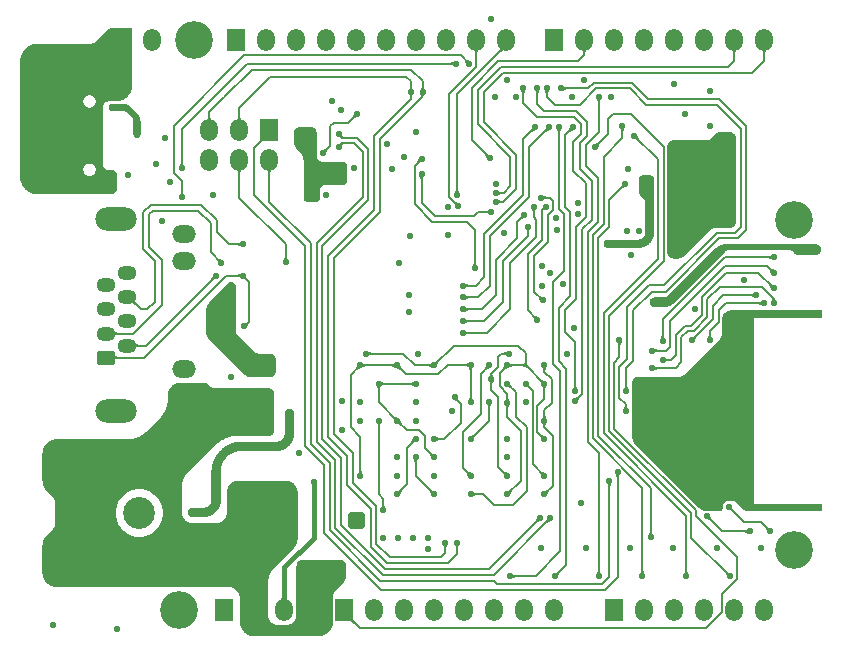
<source format=gbl>
G04*
G04 #@! TF.GenerationSoftware,Altium Limited,Altium Designer,23.3.1 (30)*
G04*
G04 Layer_Physical_Order=4*
G04 Layer_Color=15441517*
%FSLAX25Y25*%
%MOIN*%
G70*
G04*
G04 #@! TF.SameCoordinates,635F8F13-06B7-4B74-B609-E5844613821D*
G04*
G04*
G04 #@! TF.FilePolarity,Positive*
G04*
G01*
G75*
%ADD13C,0.00787*%
%ADD144C,0.01575*%
%ADD145R,0.05906X0.07480*%
%ADD146O,0.05906X0.07480*%
%ADD147O,0.13780X0.07874*%
%ADD148O,0.07874X0.05906*%
%ADD149O,0.06299X0.04921*%
G04:AMPARAMS|DCode=150|XSize=49.21mil|YSize=62.99mil|CornerRadius=12.3mil|HoleSize=0mil|Usage=FLASHONLY|Rotation=90.000|XOffset=0mil|YOffset=0mil|HoleType=Round|Shape=RoundedRectangle|*
%AMROUNDEDRECTD150*
21,1,0.04921,0.03839,0,0,90.0*
21,1,0.02461,0.06299,0,0,90.0*
1,1,0.02461,0.01919,0.01230*
1,1,0.02461,0.01919,-0.01230*
1,1,0.02461,-0.01919,-0.01230*
1,1,0.02461,-0.01919,0.01230*
%
%ADD150ROUNDEDRECTD150*%
%ADD151O,0.07874X0.04331*%
%ADD152O,0.09055X0.04331*%
%ADD153O,0.07874X0.14173*%
%ADD154C,0.10630*%
%ADD155O,0.14173X0.07874*%
%ADD156C,0.12598*%
%ADD157C,0.02165*%
G36*
X229921Y400984D02*
X236221Y400984D01*
Y381890D01*
X236220Y381890D01*
X236220Y381791D01*
X236213Y381595D01*
X236199Y381398D01*
X236178Y381203D01*
X236150Y381008D01*
X236115Y380814D01*
X236073Y380622D01*
X236025Y380431D01*
X235969Y380242D01*
X235907Y380056D01*
X235839Y379871D01*
X235763Y379690D01*
X235682Y379511D01*
X235593Y379335D01*
X235499Y379162D01*
X235399Y378993D01*
X235292Y378827D01*
X235180Y378665D01*
X235062Y378508D01*
X234939Y378355D01*
X234810Y378206D01*
X234676Y378062D01*
X234537Y377923D01*
X234392Y377789D01*
X234244Y377660D01*
X234090Y377536D01*
X233933Y377418D01*
X233771Y377306D01*
X233606Y377200D01*
X233436Y377099D01*
X233264Y377005D01*
X233088Y376917D01*
X232909Y376835D01*
X232727Y376760D01*
X232543Y376691D01*
X232356Y376629D01*
X232167Y376573D01*
X231976Y376525D01*
X231784Y376483D01*
X231591Y376448D01*
X231396Y376420D01*
X231200Y376399D01*
X231004Y376385D01*
X230808Y376378D01*
X229528Y376378D01*
X229481Y376378D01*
X229478Y376378D01*
X228346D01*
X228346Y376378D01*
X228291Y376377D01*
X228181Y376371D01*
X228071Y376359D01*
X227962Y376340D01*
X227855Y376315D01*
X227749Y376285D01*
X227644Y376249D01*
X227542Y376206D01*
X227443Y376158D01*
X227346Y376105D01*
X227253Y376046D01*
X227163Y375982D01*
X227076Y375913D01*
X226994Y375840D01*
X226916Y375762D01*
X226842Y375679D01*
X226774Y375593D01*
X226710Y375503D01*
X226651Y375410D01*
X226597Y375313D01*
X226550Y375214D01*
X226507Y375112D01*
X226471Y375007D01*
X226440Y374901D01*
X226416Y374794D01*
X226397Y374685D01*
X226385Y374575D01*
X226379Y374465D01*
X226378Y374410D01*
Y355512D01*
X226378Y355512D01*
X226379Y355457D01*
X226385Y355346D01*
X226397Y355237D01*
X226416Y355128D01*
X226440Y355020D01*
X226471Y354914D01*
X226507Y354810D01*
X226550Y354708D01*
X226598Y354608D01*
X226651Y354512D01*
X226710Y354418D01*
X226774Y354328D01*
X226842Y354242D01*
X226916Y354159D01*
X226994Y354081D01*
X227076Y354008D01*
X227163Y353939D01*
X227253Y353875D01*
X227346Y353816D01*
X227443Y353763D01*
X227542Y353715D01*
X227644Y353673D01*
X227749Y353636D01*
X227855Y353606D01*
X227962Y353581D01*
X228071Y353563D01*
X228181Y353550D01*
X228291Y353544D01*
X228346Y353543D01*
X229133Y353543D01*
X229134Y353543D01*
X229134Y353543D01*
X229167Y353540D01*
X229596Y353493D01*
X229675Y353475D01*
X229791Y353442D01*
X229906Y353401D01*
X230018Y353355D01*
X230128Y353302D01*
X230234Y353244D01*
X230337Y353179D01*
X230436Y353109D01*
X230531Y353033D01*
X230622Y352952D01*
X230708Y352866D01*
X230789Y352776D01*
X230865Y352680D01*
X230935Y352581D01*
X231000Y352479D01*
X231058Y352372D01*
X231111Y352263D01*
X231158Y352151D01*
X231198Y352036D01*
X231231Y351919D01*
X231258Y351801D01*
X231279Y351681D01*
X231292Y351560D01*
X231299Y351439D01*
X231299Y351378D01*
X231299Y347577D01*
X231292Y347456D01*
X231279Y347335D01*
X231258Y347215D01*
X231231Y347097D01*
X231198Y346980D01*
X231158Y346865D01*
X231111Y346753D01*
X231058Y346643D01*
X231000Y346537D01*
X230935Y346434D01*
X230865Y346335D01*
X230789Y346240D01*
X230708Y346150D01*
X230622Y346064D01*
X230531Y345983D01*
X230436Y345907D01*
X230337Y345837D01*
X230234Y345772D01*
X230128Y345713D01*
X230019Y345660D01*
X229906Y345614D01*
X229792Y345574D01*
X229675Y345540D01*
X229556Y345513D01*
X229437Y345493D01*
X229316Y345479D01*
X229195Y345472D01*
X204724D01*
X204619Y345472D01*
X204408Y345480D01*
X204198Y345495D01*
X203988Y345517D01*
X203780Y345548D01*
X203572Y345585D01*
X203366Y345630D01*
X203162Y345682D01*
X202959Y345741D01*
X202759Y345808D01*
X202562Y345882D01*
X202367Y345962D01*
X202175Y346050D01*
X201987Y346144D01*
X201802Y346245D01*
X201620Y346353D01*
X201443Y346467D01*
X201270Y346587D01*
X201101Y346713D01*
X200937Y346846D01*
X200777Y346984D01*
X200623Y347128D01*
X200474Y347277D01*
X200330Y347431D01*
X200192Y347590D01*
X200060Y347754D01*
X199934Y347923D01*
X199813Y348096D01*
X199699Y348274D01*
X199592Y348455D01*
X199491Y348640D01*
X199396Y348829D01*
X199309Y349021D01*
X199228Y349215D01*
X199154Y349413D01*
X199088Y349613D01*
X199028Y349815D01*
X198976Y350020D01*
X198931Y350226D01*
X198894Y350433D01*
X198864Y350642D01*
X198841Y350851D01*
X198826Y351062D01*
X198819Y351273D01*
X198819Y351378D01*
Y389764D01*
X198819Y389869D01*
X198826Y390080D01*
X198841Y390290D01*
X198864Y390500D01*
X198894Y390709D01*
X198931Y390916D01*
X198976Y391122D01*
X199028Y391326D01*
X199088Y391529D01*
X199154Y391729D01*
X199228Y391927D01*
X199309Y392121D01*
X199396Y392313D01*
X199490Y392502D01*
X199592Y392687D01*
X199699Y392868D01*
X199813Y393045D01*
X199933Y393219D01*
X200060Y393388D01*
X200192Y393552D01*
X200330Y393711D01*
X200474Y393865D01*
X200623Y394014D01*
X200777Y394158D01*
X200937Y394296D01*
X201101Y394428D01*
X201270Y394555D01*
X201443Y394675D01*
X201620Y394789D01*
X201801Y394897D01*
X201987Y394998D01*
X202175Y395092D01*
X202367Y395180D01*
X202562Y395260D01*
X202759Y395334D01*
X202959Y395401D01*
X203162Y395460D01*
X203366Y395512D01*
X203572Y395557D01*
X203780Y395594D01*
X203988Y395624D01*
X204198Y395647D01*
X204408Y395662D01*
X204619Y395669D01*
X204724Y395669D01*
X222441Y395669D01*
X222441Y395669D01*
X222442Y395669D01*
X222499Y395670D01*
X222613Y395675D01*
X222616Y395676D01*
X222731Y395687D01*
X222732Y395687D01*
X222847Y395704D01*
X222847Y395704D01*
X222962Y395727D01*
X223075Y395755D01*
X223186Y395789D01*
X223296Y395828D01*
X223404Y395873D01*
X223509Y395923D01*
X223612Y395978D01*
X223712Y396038D01*
X223809Y396103D01*
X223903Y396172D01*
X223993Y396246D01*
X224079Y396324D01*
X224121Y396365D01*
X227905Y400149D01*
X227905Y400149D01*
X227905Y400149D01*
X228262Y400453D01*
X228279Y400465D01*
X228395Y400543D01*
X228515Y400615D01*
X228639Y400681D01*
X228765Y400741D01*
X228895Y400794D01*
X229026Y400842D01*
X229160Y400882D01*
X229296Y400916D01*
X229433Y400943D01*
X229572Y400964D01*
X229711Y400978D01*
X229851Y400984D01*
X229921Y400984D01*
D02*
G37*
G36*
X360087Y393234D02*
X360016Y393267D01*
X359939Y393283D01*
X359855Y393282D01*
X359766Y393264D01*
X359671Y393229D01*
X359571Y393178D01*
X359464Y393110D01*
X359352Y393025D01*
X359233Y392923D01*
X359109Y392805D01*
X358426Y393235D01*
X358541Y393355D01*
X358636Y393467D01*
X358712Y393571D01*
X358769Y393666D01*
X358806Y393754D01*
X358824Y393832D01*
X358822Y393903D01*
X358801Y393965D01*
X358761Y394019D01*
X358701Y394065D01*
X360087Y393234D01*
D02*
G37*
G36*
X437560Y393231D02*
X437494Y393205D01*
X437435Y393161D01*
X437385Y393099D01*
X437342Y393020D01*
X437306Y392923D01*
X437279Y392809D01*
X437260Y392676D01*
X437248Y392527D01*
X437244Y392359D01*
X436457D01*
X436453Y392527D01*
X436441Y392676D01*
X436422Y392809D01*
X436394Y392923D01*
X436359Y393020D01*
X436316Y393099D01*
X436266Y393161D01*
X436207Y393205D01*
X436141Y393231D01*
X436066Y393240D01*
X437634D01*
X437560Y393231D01*
D02*
G37*
G36*
X387560D02*
X387494Y393205D01*
X387435Y393161D01*
X387385Y393099D01*
X387342Y393020D01*
X387306Y392923D01*
X387279Y392809D01*
X387260Y392676D01*
X387248Y392527D01*
X387244Y392359D01*
X386457D01*
X386453Y392527D01*
X386441Y392676D01*
X386422Y392809D01*
X386394Y392923D01*
X386359Y393020D01*
X386316Y393099D01*
X386265Y393161D01*
X386207Y393205D01*
X386141Y393231D01*
X386067Y393240D01*
X387634D01*
X387560Y393231D01*
D02*
G37*
G36*
X447560Y393231D02*
X447494Y393205D01*
X447435Y393161D01*
X447385Y393099D01*
X447342Y393020D01*
X447306Y392923D01*
X447279Y392809D01*
X447260Y392676D01*
X447248Y392527D01*
X447244Y392359D01*
X446457D01*
X446453Y392527D01*
X446441Y392676D01*
X446422Y392809D01*
X446394Y392923D01*
X446359Y393020D01*
X446316Y393099D01*
X446266Y393161D01*
X446207Y393205D01*
X446141Y393231D01*
X446067Y393240D01*
X447634D01*
X447560Y393231D01*
D02*
G37*
G36*
X351560D02*
X351494Y393205D01*
X351435Y393161D01*
X351385Y393099D01*
X351342Y393020D01*
X351307Y392923D01*
X351279Y392809D01*
X351260Y392676D01*
X351248Y392527D01*
X351244Y392359D01*
X350457D01*
X350453Y392527D01*
X350441Y392676D01*
X350422Y392809D01*
X350394Y392923D01*
X350359Y393020D01*
X350316Y393099D01*
X350266Y393161D01*
X350207Y393205D01*
X350141Y393231D01*
X350066Y393240D01*
X351634D01*
X351560Y393231D01*
D02*
G37*
G36*
X347607Y390356D02*
X347686Y390293D01*
X347767Y390237D01*
X347852Y390189D01*
X347939Y390148D01*
X348028Y390115D01*
X348121Y390090D01*
X348216Y390072D01*
X348314Y390062D01*
X348414Y390059D01*
X347343Y388987D01*
X347340Y389088D01*
X347329Y389186D01*
X347312Y389281D01*
X347286Y389373D01*
X347253Y389463D01*
X347212Y389550D01*
X347164Y389634D01*
X347109Y389716D01*
X347045Y389794D01*
X346974Y389871D01*
X347531Y390427D01*
X347607Y390356D01*
D02*
G37*
G36*
X343321Y388218D02*
X343248Y388288D01*
X343172Y388350D01*
X343092Y388404D01*
X343008Y388452D01*
X342922Y388492D01*
X342831Y388524D01*
X342738Y388550D01*
X342641Y388568D01*
X342540Y388579D01*
X342436Y388583D01*
Y389370D01*
X342540Y389374D01*
X342641Y389385D01*
X342738Y389403D01*
X342831Y389428D01*
X342922Y389461D01*
X343008Y389501D01*
X343092Y389548D01*
X343172Y389603D01*
X343248Y389665D01*
X343321Y389734D01*
Y388218D01*
D02*
G37*
G36*
X333468Y381082D02*
X333479Y380981D01*
X333497Y380884D01*
X333523Y380791D01*
X333556Y380700D01*
X333596Y380614D01*
X333643Y380530D01*
X333698Y380450D01*
X333759Y380374D01*
X333829Y380301D01*
X332313D01*
X332382Y380374D01*
X332444Y380450D01*
X332499Y380530D01*
X332546Y380614D01*
X332586Y380700D01*
X332619Y380791D01*
X332644Y380884D01*
X332663Y380981D01*
X332674Y381082D01*
X332677Y381186D01*
X333465D01*
X333468Y381082D01*
D02*
G37*
G36*
X329531D02*
X329542Y380981D01*
X329560Y380884D01*
X329586Y380791D01*
X329619Y380700D01*
X329659Y380614D01*
X329706Y380530D01*
X329761Y380450D01*
X329822Y380374D01*
X329892Y380301D01*
X328376D01*
X328445Y380374D01*
X328507Y380450D01*
X328562Y380530D01*
X328609Y380614D01*
X328649Y380700D01*
X328682Y380791D01*
X328707Y380884D01*
X328726Y380981D01*
X328736Y381082D01*
X328740Y381186D01*
X329528D01*
X329531Y381082D01*
D02*
G37*
G36*
X379980Y381397D02*
X380057Y381335D01*
X380137Y381281D01*
X380220Y381234D01*
X380307Y381193D01*
X380397Y381161D01*
X380491Y381135D01*
X380588Y381117D01*
X380688Y381106D01*
X380792Y381102D01*
Y380315D01*
X380688Y380311D01*
X380588Y380300D01*
X380491Y380282D01*
X380397Y380257D01*
X380307Y380224D01*
X380220Y380184D01*
X380137Y380136D01*
X380057Y380082D01*
X379980Y380020D01*
X379907Y379951D01*
Y381467D01*
X379980Y381397D01*
D02*
G37*
G36*
X375098Y379862D02*
X375036Y379786D01*
X374982Y379706D01*
X374934Y379623D01*
X374894Y379536D01*
X374861Y379446D01*
X374836Y379352D01*
X374818Y379255D01*
X374807Y379154D01*
X374803Y379050D01*
X374016D01*
X374012Y379154D01*
X374001Y379255D01*
X373983Y379352D01*
X373957Y379446D01*
X373925Y379536D01*
X373885Y379623D01*
X373837Y379706D01*
X373783Y379786D01*
X373721Y379862D01*
X373652Y379936D01*
X375167D01*
X375098Y379862D01*
D02*
G37*
G36*
X367224Y379862D02*
X367162Y379786D01*
X367108Y379706D01*
X367060Y379623D01*
X367020Y379536D01*
X366987Y379446D01*
X366962Y379352D01*
X366944Y379255D01*
X366933Y379154D01*
X366929Y379050D01*
X366142D01*
X366138Y379154D01*
X366127Y379255D01*
X366109Y379352D01*
X366084Y379446D01*
X366051Y379536D01*
X366011Y379623D01*
X365963Y379706D01*
X365909Y379786D01*
X365847Y379862D01*
X365778Y379936D01*
X367293D01*
X367224Y379862D01*
D02*
G37*
G36*
X371949Y379862D02*
X371887Y379786D01*
X371832Y379706D01*
X371785Y379623D01*
X371745Y379536D01*
X371712Y379446D01*
X371686Y379352D01*
X371668Y379255D01*
X371657Y379154D01*
X371654Y379050D01*
X370866D01*
X370863Y379154D01*
X370852Y379255D01*
X370833Y379352D01*
X370808Y379446D01*
X370775Y379536D01*
X370735Y379623D01*
X370688Y379706D01*
X370633Y379786D01*
X370571Y379862D01*
X370502Y379936D01*
X372018D01*
X371949Y379862D01*
D02*
G37*
G36*
X329822Y378681D02*
X329761Y378605D01*
X329706Y378525D01*
X329659Y378441D01*
X329619Y378355D01*
X329586Y378264D01*
X329560Y378171D01*
X329542Y378074D01*
X329531Y377973D01*
X329528Y377869D01*
X328740D01*
X328736Y377973D01*
X328726Y378074D01*
X328707Y378171D01*
X328682Y378264D01*
X328649Y378355D01*
X328609Y378441D01*
X328562Y378525D01*
X328507Y378605D01*
X328445Y378681D01*
X328376Y378754D01*
X329892D01*
X329822Y378681D01*
D02*
G37*
G36*
X333653Y378615D02*
X333575Y378560D01*
X333505Y378499D01*
X333443Y378432D01*
X333390Y378360D01*
X333345Y378282D01*
X333308Y378199D01*
X333279Y378110D01*
X333258Y378015D01*
X333246Y377915D01*
X333242Y377809D01*
X332454Y377988D01*
X332452Y378090D01*
X332443Y378190D01*
X332429Y378288D01*
X332409Y378384D01*
X332383Y378479D01*
X332352Y378572D01*
X332315Y378663D01*
X332272Y378753D01*
X332224Y378841D01*
X332170Y378927D01*
X333653Y378615D01*
D02*
G37*
G36*
X392421Y377106D02*
X392359Y377030D01*
X392304Y376950D01*
X392257Y376867D01*
X392217Y376780D01*
X392184Y376690D01*
X392159Y376596D01*
X392141Y376499D01*
X392130Y376398D01*
X392126Y376295D01*
X391339D01*
X391335Y376398D01*
X391324Y376499D01*
X391306Y376596D01*
X391280Y376690D01*
X391248Y376780D01*
X391208Y376867D01*
X391160Y376950D01*
X391106Y377030D01*
X391044Y377106D01*
X390974Y377180D01*
X392490D01*
X392421Y377106D01*
D02*
G37*
G36*
X233071Y375590D02*
Y375590D01*
X233072Y375590D01*
X233536Y375562D01*
X233592Y375555D01*
X233739Y375532D01*
X233886Y375503D01*
X234031Y375468D01*
X234175Y375428D01*
X234317Y375381D01*
X234457Y375330D01*
X234595Y375273D01*
X234730Y375210D01*
X234863Y375142D01*
X234994Y375069D01*
X235121Y374991D01*
X235245Y374908D01*
X235366Y374821D01*
X235483Y374728D01*
X235597Y374631D01*
X235706Y374530D01*
X237863Y372373D01*
X237863Y372373D01*
X237863Y372373D01*
X237864Y372372D01*
X238179Y372015D01*
X238206Y371980D01*
X238294Y371859D01*
X238377Y371735D01*
X238455Y371608D01*
X238528Y371478D01*
X238596Y371344D01*
X238658Y371209D01*
X238716Y371071D01*
X238767Y370931D01*
X238813Y370789D01*
X238854Y370645D01*
X238889Y370500D01*
X238918Y370354D01*
X238941Y370206D01*
X238959Y370058D01*
X238970Y369909D01*
X238976Y369760D01*
X238976Y369685D01*
X238976Y365354D01*
X238976Y365354D01*
Y365308D01*
X238969Y365215D01*
X238955Y365124D01*
X238933Y365034D01*
X238904Y364945D01*
X238869Y364860D01*
X238827Y364777D01*
X238778Y364698D01*
X238723Y364622D01*
X238663Y364552D01*
X238598Y364486D01*
X238527Y364426D01*
X238452Y364371D01*
X238373Y364323D01*
X238290Y364281D01*
X238204Y364245D01*
X238116Y364217D01*
X238026Y364195D01*
X237934Y364180D01*
X237842Y364173D01*
X237795Y364173D01*
X237749D01*
X237656Y364180D01*
X237565Y364195D01*
X237474Y364217D01*
X237386Y364245D01*
X237300Y364281D01*
X237218Y364323D01*
X237139Y364371D01*
X237064Y364426D01*
X236993Y364486D01*
X236927Y364552D01*
X236867Y364623D01*
X236812Y364698D01*
X236764Y364777D01*
X236722Y364860D01*
X236686Y364945D01*
X236658Y365034D01*
X236636Y365124D01*
X236621Y365215D01*
X236614Y365308D01*
Y369685D01*
X236614Y369685D01*
X236614Y369685D01*
X236614Y369688D01*
X236613Y369732D01*
X236609Y369824D01*
X236609Y369825D01*
X236600Y369917D01*
X236600Y369918D01*
X236586Y370010D01*
X236586Y370010D01*
X236568Y370101D01*
X236568Y370101D01*
X236557Y370146D01*
X236545Y370192D01*
X236518Y370281D01*
X236487Y370369D01*
X236451Y370455D01*
X236411Y370540D01*
X236367Y370622D01*
X236319Y370702D01*
X236267Y370780D01*
X236212Y370855D01*
X236153Y370927D01*
X236090Y370996D01*
X236057Y371029D01*
X234415Y372672D01*
X234415Y372672D01*
X234414Y372672D01*
X234414Y372673D01*
X234382Y372704D01*
X234313Y372766D01*
X234313Y372767D01*
X234241Y372826D01*
X234240Y372826D01*
X234166Y372882D01*
X234165Y372882D01*
X234088Y372933D01*
X234088Y372933D01*
X234008Y372981D01*
X233926Y373025D01*
X233841Y373065D01*
X233755Y373101D01*
X233667Y373132D01*
X233578Y373160D01*
X233487Y373182D01*
X233396Y373200D01*
X233303Y373214D01*
X233211Y373223D01*
X233118Y373228D01*
X233071Y373228D01*
X229528Y373228D01*
X229481Y373228D01*
X229389Y373236D01*
X229297Y373250D01*
X229207Y373272D01*
X229118Y373301D01*
X229033Y373336D01*
X228950Y373378D01*
X228871Y373427D01*
X228796Y373481D01*
X228725Y373541D01*
X228660Y373607D01*
X228599Y373678D01*
X228545Y373753D01*
X228496Y373832D01*
X228454Y373915D01*
X228440Y373948D01*
X228346Y374409D01*
X228440Y374871D01*
X228454Y374904D01*
X228496Y374987D01*
X228545Y375066D01*
X228599Y375141D01*
X228660Y375212D01*
X228725Y375277D01*
X228796Y375338D01*
X228871Y375392D01*
X228950Y375441D01*
X229033Y375483D01*
X229118Y375518D01*
X229207Y375547D01*
X229297Y375569D01*
X229389Y375583D01*
X229481Y375590D01*
X229527Y375590D01*
X233071Y375590D01*
X233071Y375590D01*
D02*
G37*
G36*
X311072Y371102D02*
X310971Y371100D01*
X310873Y371089D01*
X310778Y371071D01*
X310686Y371046D01*
X310596Y371013D01*
X310509Y370972D01*
X310425Y370924D01*
X310343Y370868D01*
X310265Y370805D01*
X310189Y370734D01*
X309632Y371291D01*
X309703Y371367D01*
X309766Y371446D01*
X309822Y371527D01*
X309870Y371611D01*
X309910Y371698D01*
X309944Y371788D01*
X309969Y371881D01*
X309987Y371976D01*
X309997Y372074D01*
X310000Y372174D01*
X311072Y371102D01*
D02*
G37*
G36*
X272248Y371174D02*
X272260Y371024D01*
X272279Y370892D01*
X272306Y370778D01*
X272342Y370681D01*
X272385Y370602D01*
X272435Y370540D01*
X272494Y370496D01*
X272560Y370469D01*
X272634Y370461D01*
X271066D01*
X271141Y370469D01*
X271207Y370496D01*
X271266Y370540D01*
X271316Y370602D01*
X271359Y370681D01*
X271394Y370778D01*
X271422Y370892D01*
X271441Y371024D01*
X271453Y371174D01*
X271457Y371341D01*
X272244D01*
X272248Y371174D01*
D02*
G37*
G36*
X262248D02*
X262260Y371024D01*
X262279Y370892D01*
X262306Y370778D01*
X262342Y370681D01*
X262385Y370602D01*
X262435Y370540D01*
X262494Y370496D01*
X262560Y370469D01*
X262634Y370461D01*
X261067D01*
X261141Y370469D01*
X261207Y370496D01*
X261265Y370540D01*
X261316Y370602D01*
X261359Y370681D01*
X261394Y370778D01*
X261422Y370892D01*
X261441Y371024D01*
X261453Y371174D01*
X261457Y371341D01*
X262244D01*
X262248Y371174D01*
D02*
G37*
G36*
X296063Y367717D02*
X296114D01*
X296217Y367710D01*
X296320Y367696D01*
X296421Y367676D01*
X296520Y367650D01*
X296618Y367616D01*
X296713Y367577D01*
X296806Y367531D01*
X296895Y367480D01*
X296981Y367423D01*
X297063Y367360D01*
X297140Y367292D01*
X297213Y367219D01*
X297281Y367141D01*
X297344Y367059D01*
X297401Y366974D01*
X297453Y366884D01*
X297498Y366792D01*
X297538Y366697D01*
X297571Y366599D01*
X297598Y366499D01*
X297618Y366398D01*
X297631Y366296D01*
X297638Y366193D01*
X297638Y358268D01*
X297639Y358212D01*
X297645Y358102D01*
X297657Y357993D01*
X297676Y357884D01*
X297700Y357776D01*
X297731Y357670D01*
X297767Y357566D01*
X297810Y357464D01*
X297857Y357364D01*
X297911Y357268D01*
X297970Y357174D01*
X298033Y357084D01*
X298102Y356998D01*
X298176Y356915D01*
X298254Y356837D01*
X298336Y356764D01*
X298423Y356695D01*
X298513Y356631D01*
X298606Y356572D01*
X298703Y356519D01*
X298802Y356471D01*
X298904Y356429D01*
X299008Y356392D01*
X299115Y356362D01*
X299222Y356337D01*
X299331Y356318D01*
X299441Y356306D01*
X299551Y356300D01*
X299606Y356299D01*
X306299D01*
X306299Y356299D01*
X306299Y356299D01*
X306478Y356273D01*
X306758Y356232D01*
X306854Y356199D01*
X306949Y356159D01*
X307042Y356114D01*
X307131Y356062D01*
X307217Y356005D01*
X307299Y355942D01*
X307376Y355874D01*
X307449Y355802D01*
X307517Y355724D01*
X307580Y355642D01*
X307637Y355556D01*
X307689Y355467D01*
X307734Y355375D01*
X307774Y355279D01*
X307807Y355182D01*
X307834Y355082D01*
X307854Y354981D01*
X307867Y354879D01*
X307874Y354776D01*
X307874Y354724D01*
X307874Y350000D01*
X307874Y350000D01*
Y349948D01*
X307867Y349845D01*
X307854Y349743D01*
X307834Y349642D01*
X307807Y349542D01*
X307774Y349445D01*
X307734Y349350D01*
X307689Y349257D01*
X307637Y349168D01*
X307580Y349082D01*
X307517Y349000D01*
X307449Y348923D01*
X307376Y348850D01*
X307299Y348782D01*
X307217Y348719D01*
X307131Y348662D01*
X307042Y348610D01*
X306949Y348565D01*
X306854Y348525D01*
X306756Y348492D01*
X306657Y348465D01*
X306556Y348445D01*
X306454Y348432D01*
X306351Y348425D01*
X306299Y348425D01*
X300394D01*
X300394Y348425D01*
X300342Y348424D01*
X300239Y348417D01*
X300137Y348404D01*
X300036Y348384D01*
X299937Y348357D01*
X299839Y348324D01*
X299744Y348285D01*
X299651Y348239D01*
X299562Y348188D01*
X299476Y348130D01*
X299395Y348068D01*
X299317Y348000D01*
X299244Y347927D01*
X299176Y347849D01*
X299114Y347768D01*
X299056Y347682D01*
X299005Y347593D01*
X298959Y347500D01*
X298920Y347405D01*
X298887Y347307D01*
X298860Y347208D01*
X298840Y347107D01*
X298827Y347005D01*
X298820Y346902D01*
X298819Y346850D01*
Y344094D01*
X298819D01*
X298819Y344048D01*
X298812Y343955D01*
X298797Y343864D01*
X298775Y343774D01*
X298747Y343685D01*
X298711Y343600D01*
X298669Y343517D01*
X298621Y343438D01*
X298566Y343363D01*
X298506Y343292D01*
X298440Y343227D01*
X298370Y343166D01*
X298294Y343112D01*
X298215Y343063D01*
X298133Y343021D01*
X298047Y342986D01*
X297959Y342957D01*
X297868Y342935D01*
X297777Y342921D01*
X297684Y342913D01*
X294488D01*
X294488Y342913D01*
X294442Y342913D01*
X294349Y342921D01*
X294258Y342935D01*
X294167Y342957D01*
X294079Y342986D01*
X293993Y343021D01*
X293911Y343063D01*
X293831Y343112D01*
X293756Y343166D01*
X293686Y343227D01*
X293620Y343292D01*
X293560Y343363D01*
X293505Y343438D01*
X293457Y343517D01*
X293415Y343600D01*
X293379Y343685D01*
X293351Y343774D01*
X293329Y343864D01*
X293314Y343955D01*
X293307Y344048D01*
X293307Y356693D01*
X293307Y356693D01*
X293307Y356693D01*
X293307Y356696D01*
X293306Y356768D01*
X293301Y356916D01*
X293300Y356917D01*
X293289Y357065D01*
X293289Y357066D01*
X293271Y357214D01*
X293248Y357361D01*
X293219Y357508D01*
X293184Y357653D01*
X293143Y357797D01*
X293097Y357939D01*
X293046Y358079D01*
X292988Y358217D01*
X292926Y358352D01*
X292858Y358485D01*
X292785Y358615D01*
X292707Y358743D01*
X292624Y358867D01*
X292536Y358988D01*
X292444Y359105D01*
X292347Y359218D01*
X292246Y359328D01*
X292194Y359381D01*
X291271Y360304D01*
X291271Y360304D01*
X291218Y360357D01*
X291117Y360466D01*
X291020Y360580D01*
X290927Y360697D01*
X290840Y360818D01*
X290757Y360942D01*
X290679Y361069D01*
X290606Y361200D01*
X290538Y361333D01*
X290475Y361468D01*
X290418Y361606D01*
X290367Y361746D01*
X290320Y361888D01*
X290280Y362032D01*
X290245Y362177D01*
X290216Y362324D01*
X290193Y362471D01*
X290175Y362619D01*
X290163Y362768D01*
X290158Y362917D01*
Y366142D01*
X290158Y366193D01*
X290164Y366296D01*
X290178Y366398D01*
X290198Y366499D01*
X290225Y366599D01*
X290258Y366697D01*
X290297Y366792D01*
X290343Y366884D01*
X290394Y366974D01*
X290452Y367059D01*
X290514Y367141D01*
X290582Y367219D01*
X290655Y367292D01*
X290733Y367360D01*
X290814Y367423D01*
X290900Y367480D01*
X290989Y367531D01*
X291082Y367577D01*
X291177Y367616D01*
X291275Y367650D01*
X291374Y367676D01*
X291476Y367696D01*
X291578Y367710D01*
X291681Y367717D01*
X291732Y367717D01*
X296063Y367717D01*
Y367717D01*
D02*
G37*
G36*
X400295Y367264D02*
X400233Y367187D01*
X400178Y367108D01*
X400131Y367024D01*
X400091Y366937D01*
X400058Y366847D01*
X400033Y366754D01*
X400015Y366656D01*
X400004Y366556D01*
X400000Y366452D01*
X399213D01*
X399209Y366556D01*
X399198Y366656D01*
X399180Y366754D01*
X399154Y366847D01*
X399122Y366937D01*
X399081Y367024D01*
X399034Y367108D01*
X398979Y367187D01*
X398918Y367264D01*
X398848Y367337D01*
X400364D01*
X400295Y367264D01*
D02*
G37*
G36*
X383060Y366634D02*
X382959Y366631D01*
X382861Y366621D01*
X382766Y366603D01*
X382674Y366577D01*
X382584Y366544D01*
X382497Y366504D01*
X382413Y366456D01*
X382332Y366400D01*
X382253Y366336D01*
X382177Y366266D01*
X381620Y366822D01*
X381691Y366898D01*
X381754Y366977D01*
X381810Y367059D01*
X381858Y367143D01*
X381899Y367230D01*
X381932Y367320D01*
X381957Y367412D01*
X381975Y367507D01*
X381985Y367605D01*
X381988Y367706D01*
X383060Y366634D01*
D02*
G37*
G36*
X375186D02*
X375085Y366631D01*
X374988Y366621D01*
X374892Y366603D01*
X374800Y366577D01*
X374710Y366544D01*
X374623Y366504D01*
X374539Y366456D01*
X374458Y366400D01*
X374379Y366336D01*
X374303Y366266D01*
X373746Y366822D01*
X373817Y366898D01*
X373880Y366977D01*
X373936Y367059D01*
X373984Y367143D01*
X374025Y367230D01*
X374058Y367320D01*
X374083Y367412D01*
X374101Y367507D01*
X374112Y367605D01*
X374114Y367706D01*
X375186Y366634D01*
D02*
G37*
G36*
X370462D02*
X370361Y366631D01*
X370263Y366621D01*
X370168Y366603D01*
X370075Y366577D01*
X369986Y366544D01*
X369899Y366504D01*
X369815Y366456D01*
X369733Y366400D01*
X369654Y366336D01*
X369578Y366266D01*
X369022Y366822D01*
X369092Y366898D01*
X369156Y366977D01*
X369212Y367059D01*
X369260Y367143D01*
X369300Y367230D01*
X369333Y367320D01*
X369359Y367412D01*
X369377Y367507D01*
X369387Y367605D01*
X369390Y367706D01*
X370462Y366634D01*
D02*
G37*
G36*
X379127Y366954D02*
X379072Y366871D01*
X379023Y366785D01*
X378981Y366697D01*
X378945Y366606D01*
X378916Y366513D01*
X378894Y366417D01*
X378877Y366319D01*
X378868Y366219D01*
X378865Y366116D01*
X378077Y366018D01*
X378073Y366123D01*
X378061Y366224D01*
X378042Y366320D01*
X378014Y366411D01*
X377978Y366497D01*
X377935Y366579D01*
X377884Y366657D01*
X377824Y366730D01*
X377757Y366798D01*
X377682Y366861D01*
X379188Y367036D01*
X379127Y366954D01*
D02*
G37*
G36*
X432283Y366142D02*
X435433Y366142D01*
X435433Y366142D01*
X435433Y366142D01*
X435434Y366142D01*
X435892Y366088D01*
X435925Y366080D01*
X436031Y366050D01*
X436135Y366013D01*
X436237Y365971D01*
X436337Y365923D01*
X436434Y365869D01*
X436527Y365811D01*
X436617Y365747D01*
X436704Y365678D01*
X436786Y365604D01*
X436864Y365526D01*
X436938Y365444D01*
X437007Y365357D01*
X437071Y365267D01*
X437129Y365174D01*
X437183Y365077D01*
X437231Y364978D01*
X437273Y364876D01*
X437309Y364771D01*
X437340Y364665D01*
X437364Y364557D01*
X437383Y364448D01*
X437395Y364339D01*
X437402Y364229D01*
X437402Y364173D01*
X437402Y336221D01*
X437402Y336221D01*
Y336165D01*
X437395Y336055D01*
X437383Y335945D01*
X437364Y335836D01*
X437340Y335729D01*
X437309Y335622D01*
X437273Y335518D01*
X437231Y335416D01*
X437183Y335317D01*
X437129Y335220D01*
X437070Y335126D01*
X437007Y335036D01*
X436938Y334950D01*
X436864Y334868D01*
X436786Y334789D01*
X436704Y334716D01*
X436617Y334647D01*
X436527Y334583D01*
X436434Y334524D01*
X436337Y334471D01*
X436237Y334423D01*
X436135Y334381D01*
X436031Y334344D01*
X435925Y334314D01*
X435817Y334289D01*
X435708Y334271D01*
X435599Y334258D01*
X435488Y334252D01*
X430709Y334252D01*
X430709Y334252D01*
X430639Y334251D01*
X430499Y334244D01*
X430360Y334230D01*
X430221Y334210D01*
X430084Y334183D01*
X429948Y334149D01*
X429814Y334108D01*
X429682Y334061D01*
X429553Y334007D01*
X429427Y333947D01*
X429303Y333881D01*
X429183Y333809D01*
X429067Y333732D01*
X428954Y333648D01*
X428846Y333560D01*
X428743Y333466D01*
X428692Y333417D01*
X420079Y324803D01*
X420079Y324803D01*
X420032Y324757D01*
X419934Y324668D01*
X419832Y324584D01*
X419726Y324505D01*
X419616Y324432D01*
X419503Y324364D01*
X419387Y324302D01*
X419268Y324246D01*
X419146Y324195D01*
X419021Y324151D01*
X418895Y324112D01*
X418767Y324080D01*
X418638Y324055D01*
X418507Y324035D01*
X418376Y324022D01*
X418244Y324016D01*
X416535Y324016D01*
X416480Y324016D01*
X416370Y324022D01*
X416260Y324034D01*
X416151Y324053D01*
X416044Y324077D01*
X415937Y324108D01*
X415833Y324144D01*
X415731Y324187D01*
X415631Y324235D01*
X415535Y324288D01*
X415441Y324347D01*
X415351Y324411D01*
X415265Y324480D01*
X415182Y324553D01*
X415104Y324631D01*
X415031Y324714D01*
X414962Y324800D01*
X414898Y324890D01*
X414839Y324984D01*
X414786Y325080D01*
X414738Y325180D01*
X414696Y325282D01*
X414659Y325386D01*
X414629Y325492D01*
X414604Y325600D01*
X414585Y325709D01*
X414573Y325819D01*
X414567Y325922D01*
Y361024D01*
X414567Y361038D01*
Y361473D01*
X414573Y361583D01*
X414585Y361693D01*
X414604Y361802D01*
X414629Y361909D01*
X414659Y362015D01*
X414696Y362120D01*
X414738Y362222D01*
X414786Y362321D01*
X414839Y362418D01*
X414898Y362511D01*
X414962Y362601D01*
X415031Y362688D01*
X415104Y362770D01*
X415182Y362848D01*
X415265Y362922D01*
X415351Y362991D01*
X415441Y363055D01*
X415535Y363113D01*
X415632Y363167D01*
X415731Y363215D01*
X415833Y363257D01*
X415937Y363294D01*
X416044Y363324D01*
X416151Y363349D01*
X416260Y363367D01*
X416370Y363380D01*
X416480Y363386D01*
X427559D01*
X427606Y363386D01*
X427699Y363391D01*
X427792Y363400D01*
X427884Y363414D01*
X427976Y363432D01*
X428066Y363455D01*
X428155Y363482D01*
X428243Y363513D01*
X428329Y363549D01*
X428414Y363589D01*
X428496Y363633D01*
X428576Y363681D01*
X428654Y363733D01*
X428729Y363788D01*
X428801Y363847D01*
X428870Y363910D01*
X428903Y363943D01*
X430267Y365306D01*
X430267Y365306D01*
X430267Y365306D01*
X430267Y365307D01*
X430623Y365609D01*
X430641Y365622D01*
X430757Y365700D01*
X430877Y365772D01*
X431001Y365838D01*
X431128Y365898D01*
X431257Y365951D01*
X431389Y365999D01*
X431523Y366039D01*
X431659Y366073D01*
X431796Y366101D01*
X431934Y366121D01*
X432074Y366135D01*
X432213Y366142D01*
X432283Y366142D01*
D02*
G37*
G36*
X306192Y365171D02*
X306198Y365095D01*
X306213Y365018D01*
X306237Y364941D01*
X306270Y364862D01*
X306312Y364783D01*
X306363Y364704D01*
X306422Y364623D01*
X306491Y364542D01*
X306569Y364460D01*
X306012Y363903D01*
X305930Y363981D01*
X305849Y364050D01*
X305769Y364110D01*
X305689Y364161D01*
X305610Y364202D01*
X305532Y364235D01*
X305454Y364259D01*
X305377Y364274D01*
X305301Y364280D01*
X305226Y364277D01*
X306195Y365247D01*
X306192Y365171D01*
D02*
G37*
G36*
X404629Y364849D02*
X404639Y364751D01*
X404657Y364656D01*
X404682Y364564D01*
X404715Y364474D01*
X404756Y364387D01*
X404804Y364303D01*
X404860Y364221D01*
X404923Y364143D01*
X404994Y364067D01*
X404437Y363510D01*
X404361Y363581D01*
X404283Y363644D01*
X404201Y363700D01*
X404117Y363748D01*
X404030Y363789D01*
X403940Y363822D01*
X403848Y363847D01*
X403753Y363865D01*
X403655Y363875D01*
X403554Y363878D01*
X404626Y364950D01*
X404629Y364849D01*
D02*
G37*
G36*
X280023Y363122D02*
X279962Y363167D01*
X279890Y363189D01*
X279806D01*
X279711Y363167D01*
X279606Y363122D01*
X279489Y363055D01*
X279361Y362966D01*
X279221Y362855D01*
X278910Y362565D01*
X278353Y363122D01*
X278509Y363284D01*
X278754Y363573D01*
X278843Y363701D01*
X278910Y363818D01*
X278954Y363924D01*
X278976Y364019D01*
Y364102D01*
X278954Y364175D01*
X278910Y364236D01*
X280023Y363122D01*
D02*
G37*
G36*
X306569Y362115D02*
X306491Y362033D01*
X306422Y361952D01*
X306363Y361871D01*
X306312Y361791D01*
X306270Y361712D01*
X306237Y361634D01*
X306213Y361557D01*
X306198Y361480D01*
X306192Y361404D01*
X306195Y361328D01*
X305226Y362298D01*
X305301Y362295D01*
X305377Y362301D01*
X305454Y362316D01*
X305532Y362339D01*
X305610Y362372D01*
X305689Y362414D01*
X305769Y362465D01*
X305849Y362525D01*
X305930Y362594D01*
X306012Y362671D01*
X306569Y362115D01*
D02*
G37*
G36*
X392002D02*
X391931Y362038D01*
X391868Y361960D01*
X391812Y361878D01*
X391764Y361794D01*
X391723Y361707D01*
X391690Y361617D01*
X391665Y361525D01*
X391647Y361430D01*
X391637Y361332D01*
X391634Y361231D01*
X390562Y362303D01*
X390663Y362306D01*
X390760Y362316D01*
X390856Y362334D01*
X390948Y362360D01*
X391038Y362393D01*
X391125Y362433D01*
X391209Y362481D01*
X391290Y362537D01*
X391369Y362600D01*
X391445Y362671D01*
X392002Y362115D01*
D02*
G37*
G36*
X301254Y360146D02*
X301183Y360070D01*
X301120Y359991D01*
X301064Y359910D01*
X301016Y359825D01*
X300975Y359739D01*
X300942Y359649D01*
X300917Y359557D01*
X300899Y359461D01*
X300888Y359363D01*
X300886Y359263D01*
X299814Y360335D01*
X299915Y360337D01*
X300012Y360348D01*
X300108Y360366D01*
X300200Y360391D01*
X300290Y360424D01*
X300377Y360465D01*
X300461Y360513D01*
X300542Y360569D01*
X300621Y360632D01*
X300697Y360703D01*
X301254Y360146D01*
D02*
G37*
G36*
X354497Y358860D02*
X354576Y358797D01*
X354657Y358741D01*
X354741Y358693D01*
X354828Y358652D01*
X354918Y358619D01*
X355011Y358594D01*
X355106Y358576D01*
X355204Y358566D01*
X355304Y358563D01*
X354232Y357491D01*
X354230Y357592D01*
X354219Y357690D01*
X354201Y357785D01*
X354176Y357877D01*
X354143Y357967D01*
X354102Y358054D01*
X354054Y358138D01*
X353998Y358220D01*
X353935Y358298D01*
X353864Y358374D01*
X354421Y358931D01*
X354497Y358860D01*
D02*
G37*
G36*
X332666Y356102D02*
X332566Y356100D01*
X332468Y356089D01*
X332373Y356071D01*
X332280Y356046D01*
X332190Y356013D01*
X332104Y355972D01*
X332019Y355924D01*
X331938Y355868D01*
X331859Y355805D01*
X331783Y355734D01*
X331226Y356291D01*
X331297Y356367D01*
X331361Y356446D01*
X331416Y356527D01*
X331464Y356611D01*
X331505Y356698D01*
X331538Y356788D01*
X331563Y356880D01*
X331581Y356976D01*
X331592Y357074D01*
X331594Y357174D01*
X332666Y356102D01*
D02*
G37*
G36*
X253153Y355885D02*
X253164Y355785D01*
X253182Y355687D01*
X253208Y355594D01*
X253241Y355504D01*
X253281Y355417D01*
X253328Y355333D01*
X253383Y355254D01*
X253445Y355177D01*
X253514Y355104D01*
X251998D01*
X252067Y355177D01*
X252129Y355254D01*
X252184Y355333D01*
X252231Y355417D01*
X252271Y355504D01*
X252304Y355594D01*
X252329Y355687D01*
X252348Y355785D01*
X252359Y355885D01*
X252362Y355989D01*
X253150D01*
X253153Y355885D01*
D02*
G37*
G36*
X282560Y353231D02*
X282494Y353205D01*
X282435Y353161D01*
X282385Y353099D01*
X282342Y353020D01*
X282307Y352923D01*
X282279Y352809D01*
X282260Y352677D01*
X282248Y352527D01*
X282244Y352359D01*
X281457D01*
X281453Y352527D01*
X281441Y352677D01*
X281422Y352809D01*
X281394Y352923D01*
X281359Y353020D01*
X281316Y353099D01*
X281265Y353161D01*
X281207Y353205D01*
X281141Y353231D01*
X281066Y353240D01*
X282634D01*
X282560Y353231D01*
D02*
G37*
G36*
X272560D02*
X272494Y353205D01*
X272435Y353161D01*
X272385Y353099D01*
X272342Y353020D01*
X272306Y352923D01*
X272279Y352809D01*
X272260Y352677D01*
X272248Y352527D01*
X272244Y352359D01*
X271457D01*
X271453Y352527D01*
X271441Y352677D01*
X271422Y352809D01*
X271394Y352923D01*
X271359Y353020D01*
X271316Y353099D01*
X271266Y353161D01*
X271207Y353205D01*
X271141Y353231D01*
X271066Y353240D01*
X272634D01*
X272560Y353231D01*
D02*
G37*
G36*
X333366Y351339D02*
X333304Y351262D01*
X333249Y351182D01*
X333202Y351099D01*
X333162Y351012D01*
X333129Y350922D01*
X333104Y350828D01*
X333085Y350731D01*
X333074Y350631D01*
X333071Y350527D01*
X332283D01*
X332280Y350631D01*
X332269Y350731D01*
X332251Y350828D01*
X332225Y350922D01*
X332192Y351012D01*
X332152Y351099D01*
X332105Y351182D01*
X332050Y351262D01*
X331989Y351339D01*
X331919Y351412D01*
X333435D01*
X333366Y351339D01*
D02*
G37*
G36*
X400580Y347736D02*
X400479Y347733D01*
X400381Y347723D01*
X400286Y347705D01*
X400194Y347680D01*
X400104Y347647D01*
X400017Y347606D01*
X399933Y347558D01*
X399851Y347502D01*
X399773Y347439D01*
X399696Y347368D01*
X399140Y347925D01*
X399211Y348001D01*
X399274Y348080D01*
X399330Y348161D01*
X399378Y348245D01*
X399418Y348332D01*
X399451Y348422D01*
X399477Y348514D01*
X399495Y348610D01*
X399505Y348707D01*
X399508Y348808D01*
X400580Y347736D01*
D02*
G37*
G36*
X344885Y346830D02*
X344897Y346729D01*
X344915Y346632D01*
X344940Y346539D01*
X344973Y346448D01*
X345013Y346362D01*
X345060Y346278D01*
X345115Y346198D01*
X345177Y346122D01*
X345246Y346049D01*
X343730D01*
X343799Y346122D01*
X343861Y346198D01*
X343916Y346278D01*
X343963Y346362D01*
X344004Y346448D01*
X344036Y346539D01*
X344062Y346632D01*
X344080Y346729D01*
X344091Y346830D01*
X344094Y346934D01*
X344882D01*
X344885Y346830D01*
D02*
G37*
G36*
X253153Y346042D02*
X253164Y345942D01*
X253182Y345845D01*
X253208Y345751D01*
X253241Y345661D01*
X253281Y345574D01*
X253328Y345491D01*
X253383Y345411D01*
X253445Y345335D01*
X253514Y345261D01*
X251998D01*
X252067Y345335D01*
X252129Y345411D01*
X252184Y345491D01*
X252231Y345574D01*
X252271Y345661D01*
X252304Y345751D01*
X252329Y345845D01*
X252348Y345942D01*
X252359Y346042D01*
X252362Y346146D01*
X253150D01*
X253153Y346042D01*
D02*
G37*
G36*
X358327Y346555D02*
X358403Y346493D01*
X358483Y346438D01*
X358566Y346391D01*
X358653Y346351D01*
X358743Y346318D01*
X358837Y346293D01*
X358934Y346274D01*
X359035Y346264D01*
X359138Y346260D01*
Y345472D01*
X359035Y345469D01*
X358934Y345458D01*
X358837Y345440D01*
X358743Y345414D01*
X358653Y345381D01*
X358566Y345341D01*
X358483Y345294D01*
X358403Y345239D01*
X358327Y345178D01*
X358254Y345108D01*
Y346624D01*
X358327Y346555D01*
D02*
G37*
G36*
X373458Y344954D02*
X373535Y344892D01*
X373615Y344838D01*
X373698Y344790D01*
X373785Y344750D01*
X373875Y344717D01*
X373969Y344692D01*
X374066Y344674D01*
X374166Y344663D01*
X374270Y344659D01*
Y343872D01*
X374166Y343868D01*
X374066Y343857D01*
X373969Y343839D01*
X373875Y343813D01*
X373785Y343781D01*
X373698Y343741D01*
X373615Y343693D01*
X373535Y343639D01*
X373458Y343577D01*
X373385Y343508D01*
Y345023D01*
X373458Y344954D01*
D02*
G37*
G36*
X358327Y343602D02*
X358403Y343540D01*
X358483Y343485D01*
X358566Y343438D01*
X358653Y343398D01*
X358743Y343365D01*
X358837Y343340D01*
X358934Y343322D01*
X359035Y343311D01*
X359138Y343307D01*
Y342520D01*
X359035Y342516D01*
X358934Y342505D01*
X358837Y342487D01*
X358743Y342461D01*
X358653Y342429D01*
X358566Y342389D01*
X358483Y342341D01*
X358403Y342287D01*
X358327Y342225D01*
X358254Y342156D01*
Y343671D01*
X358327Y343602D01*
D02*
G37*
G36*
X344064Y342915D02*
X344143Y342852D01*
X344224Y342796D01*
X344308Y342748D01*
X344395Y342708D01*
X344485Y342674D01*
X344577Y342649D01*
X344673Y342631D01*
X344770Y342621D01*
X344871Y342618D01*
X343799Y341546D01*
X343796Y341647D01*
X343786Y341745D01*
X343768Y341840D01*
X343743Y341932D01*
X343710Y342022D01*
X343669Y342109D01*
X343621Y342193D01*
X343565Y342275D01*
X343502Y342354D01*
X343431Y342429D01*
X343988Y342986D01*
X344064Y342915D01*
D02*
G37*
G36*
X373908Y340261D02*
X373833Y340264D01*
X373757Y340258D01*
X373680Y340243D01*
X373602Y340219D01*
X373524Y340187D01*
X373445Y340145D01*
X373365Y340094D01*
X373285Y340034D01*
X373203Y339965D01*
X373122Y339888D01*
X372565Y340444D01*
X372643Y340526D01*
X372711Y340608D01*
X372771Y340688D01*
X372822Y340768D01*
X372864Y340847D01*
X372897Y340925D01*
X372921Y341002D01*
X372936Y341079D01*
X372941Y341155D01*
X372938Y341231D01*
X373908Y340261D01*
D02*
G37*
G36*
X370767Y340492D02*
X370706Y340416D01*
X370651Y340336D01*
X370603Y340252D01*
X370564Y340166D01*
X370531Y340075D01*
X370505Y339982D01*
X370487Y339885D01*
X370476Y339784D01*
X370472Y339680D01*
X369685D01*
X369681Y339784D01*
X369671Y339885D01*
X369652Y339982D01*
X369627Y340075D01*
X369594Y340166D01*
X369554Y340252D01*
X369507Y340336D01*
X369452Y340416D01*
X369390Y340492D01*
X369321Y340565D01*
X370837D01*
X370767Y340492D01*
D02*
G37*
G36*
X355132Y338809D02*
X355059Y338878D01*
X354983Y338940D01*
X354903Y338995D01*
X354819Y339042D01*
X354733Y339082D01*
X354642Y339115D01*
X354549Y339141D01*
X354452Y339159D01*
X354351Y339170D01*
X354247Y339173D01*
Y339961D01*
X354351Y339964D01*
X354452Y339975D01*
X354549Y339993D01*
X354642Y340019D01*
X354733Y340052D01*
X354819Y340092D01*
X354903Y340139D01*
X354983Y340194D01*
X355059Y340256D01*
X355132Y340325D01*
Y338809D01*
D02*
G37*
G36*
X366918Y337500D02*
X366818Y337497D01*
X366720Y337487D01*
X366625Y337469D01*
X366532Y337444D01*
X366442Y337410D01*
X366356Y337370D01*
X366271Y337322D01*
X366190Y337266D01*
X366111Y337203D01*
X366035Y337132D01*
X365478Y337689D01*
X365549Y337765D01*
X365612Y337843D01*
X365668Y337925D01*
X365716Y338009D01*
X365757Y338096D01*
X365790Y338186D01*
X365815Y338278D01*
X365833Y338373D01*
X365844Y338471D01*
X365846Y338572D01*
X366918Y337500D01*
D02*
G37*
G36*
X368799Y333799D02*
X368737Y333723D01*
X368682Y333643D01*
X368635Y333559D01*
X368595Y333473D01*
X368562Y333383D01*
X368537Y333289D01*
X368518Y333192D01*
X368508Y333091D01*
X368504Y332987D01*
X367717D01*
X367713Y333091D01*
X367702Y333192D01*
X367684Y333289D01*
X367658Y333383D01*
X367625Y333473D01*
X367585Y333559D01*
X367538Y333643D01*
X367483Y333723D01*
X367422Y333799D01*
X367352Y333873D01*
X368868D01*
X368799Y333799D01*
D02*
G37*
G36*
X408858Y351772D02*
X408903Y351772D01*
X408993Y351766D01*
X409083Y351754D01*
X409171Y351736D01*
X409259Y351713D01*
X409344Y351684D01*
X409427Y351649D01*
X409508Y351610D01*
X409586Y351565D01*
X409661Y351514D01*
X409733Y351459D01*
X409801Y351400D01*
X409865Y351336D01*
X409924Y351268D01*
X409979Y351197D01*
X410029Y351122D01*
X410074Y351044D01*
X410114Y350963D01*
X410149Y350879D01*
X410178Y350794D01*
X410201Y350707D01*
X410218Y350618D01*
X410230Y350529D01*
X410236Y350444D01*
Y332769D01*
X410229Y332590D01*
X410216Y332400D01*
X410196Y332211D01*
X410169Y332024D01*
X410135Y331837D01*
X410095Y331651D01*
X410048Y331468D01*
X409994Y331286D01*
X409934Y331105D01*
X409868Y330928D01*
X409796Y330752D01*
X409717Y330580D01*
X409632Y330410D01*
X409541Y330243D01*
X409444Y330080D01*
X409341Y329921D01*
X409233Y329765D01*
X409119Y329613D01*
X409000Y329465D01*
X408876Y329322D01*
X408747Y329183D01*
X408613Y329048D01*
X408474Y328919D01*
X408330Y328795D01*
X408182Y328676D01*
X408031Y328562D01*
X407875Y328454D01*
X407715Y328351D01*
X407552Y328255D01*
X407385Y328164D01*
X407216Y328079D01*
X407043Y328000D01*
X406868Y327927D01*
X406690Y327861D01*
X406510Y327801D01*
X406328Y327748D01*
X406144Y327701D01*
X405958Y327660D01*
X405772Y327627D01*
X405584Y327600D01*
X405395Y327579D01*
X405206Y327566D01*
X405016Y327559D01*
X404921Y327559D01*
X394685D01*
X394640Y327559D01*
X394550Y327565D01*
X394460Y327577D01*
X394372Y327594D01*
X394285Y327618D01*
X394199Y327647D01*
X394116Y327681D01*
X394035Y327721D01*
X393957Y327766D01*
X393882Y327816D01*
X393810Y327871D01*
X393742Y327931D01*
X393679Y327994D01*
X393619Y328062D01*
X393564Y328134D01*
X393514Y328209D01*
X393469Y328287D01*
X393429Y328368D01*
X393395Y328451D01*
X393366Y328537D01*
X393342Y328624D01*
X393325Y328712D01*
X393313Y328802D01*
X393307Y328892D01*
X393307Y328937D01*
X393307Y328982D01*
X393313Y329072D01*
X393325Y329162D01*
X393342Y329250D01*
X393366Y329337D01*
X393395Y329423D01*
X393429Y329506D01*
X393469Y329587D01*
X393514Y329665D01*
X393564Y329740D01*
X393619Y329812D01*
X393679Y329879D01*
X393743Y329943D01*
X393810Y330003D01*
X393882Y330058D01*
X393957Y330108D01*
X394035Y330153D01*
X394116Y330193D01*
X394199Y330227D01*
X394285Y330256D01*
X394372Y330280D01*
X394460Y330297D01*
X394550Y330309D01*
X394640Y330315D01*
X394685Y330315D01*
X394685Y330315D01*
X404724D01*
X404787Y330316D01*
X404913Y330322D01*
X405038Y330334D01*
X405162Y330353D01*
X405285Y330377D01*
X405407Y330408D01*
X405527Y330444D01*
X405645Y330486D01*
X405761Y330535D01*
X405875Y330588D01*
X405986Y330647D01*
X406094Y330712D01*
X406198Y330782D01*
X406299Y330857D01*
X406396Y330936D01*
X406489Y331021D01*
X406578Y331109D01*
X406662Y331203D01*
X406742Y331300D01*
X406817Y331400D01*
X406886Y331505D01*
X406951Y331613D01*
X407010Y331723D01*
X407064Y331837D01*
X407112Y331953D01*
X407154Y332071D01*
X407191Y332191D01*
X407221Y332313D01*
X407246Y332436D01*
X407264Y332561D01*
X407276Y332686D01*
X407283Y332811D01*
X407283Y332874D01*
X407283Y332874D01*
X407283Y342520D01*
X407283Y342566D01*
X407278Y342659D01*
X407269Y342752D01*
X407256Y342845D01*
X407237Y342936D01*
X407215Y343027D01*
X407188Y343116D01*
X407156Y343204D01*
X407120Y343290D01*
X407081Y343374D01*
X407036Y343457D01*
X406988Y343537D01*
X406937Y343614D01*
X406881Y343689D01*
X406822Y343761D01*
X406759Y343830D01*
X406727Y343864D01*
X406727Y343864D01*
X405814Y344777D01*
X405773Y344818D01*
X405694Y344904D01*
X405620Y344994D01*
X405551Y345088D01*
X405486Y345185D01*
X405426Y345285D01*
X405371Y345388D01*
X405321Y345493D01*
X405277Y345601D01*
X405237Y345711D01*
X405203Y345823D01*
X405175Y345936D01*
X405152Y346050D01*
X405135Y346166D01*
X405124Y346282D01*
X405118Y346398D01*
Y346457D01*
Y346457D01*
Y350394D01*
Y350439D01*
X405124Y350529D01*
X405136Y350618D01*
X405153Y350707D01*
X405177Y350794D01*
X405206Y350879D01*
X405240Y350963D01*
X405280Y351044D01*
X405325Y351122D01*
X405375Y351197D01*
X405430Y351268D01*
X405490Y351336D01*
X405554Y351400D01*
X405621Y351459D01*
X405693Y351514D01*
X405768Y351565D01*
X405846Y351610D01*
X405927Y351649D01*
X406010Y351684D01*
X406096Y351713D01*
X406183Y351736D01*
X406272Y351754D01*
X406361Y351766D01*
X406451Y351772D01*
X406496D01*
X406496Y351772D01*
X408858Y351772D01*
D02*
G37*
G36*
X464173Y328740D02*
X464225Y328740D01*
X464328Y328733D01*
X464430Y328720D01*
X464531Y328700D01*
X464631Y328673D01*
X464728Y328640D01*
X464823Y328601D01*
X464916Y328555D01*
X465005Y328503D01*
X465091Y328446D01*
X465173Y328383D01*
X465250Y328315D01*
X465323Y328242D01*
X465391Y328165D01*
X465454Y328083D01*
X465511Y327997D01*
X465563Y327908D01*
X465609Y327816D01*
X465648Y327720D01*
X465681Y327624D01*
X465734Y327261D01*
X465748Y327165D01*
X465748D01*
X465747Y326702D01*
X465741Y326617D01*
X465728Y326515D01*
X465708Y326414D01*
X465681Y326314D01*
X465648Y326217D01*
X465609Y326121D01*
X465563Y326029D01*
X465511Y325939D01*
X465454Y325854D01*
X465391Y325772D01*
X465323Y325694D01*
X465250Y325622D01*
X465173Y325553D01*
X465091Y325491D01*
X465005Y325433D01*
X464916Y325382D01*
X464823Y325336D01*
X464728Y325297D01*
X464643Y325268D01*
X464173Y325197D01*
Y325197D01*
X458465Y325197D01*
X458406Y325197D01*
X458290Y325203D01*
X458174Y325214D01*
X458058Y325231D01*
X457944Y325254D01*
X457831Y325282D01*
X457719Y325316D01*
X457609Y325355D01*
X457501Y325400D01*
X457396Y325450D01*
X457293Y325505D01*
X457193Y325565D01*
X457158Y325588D01*
X456784Y325893D01*
X456784Y325893D01*
X456784Y325893D01*
X456323Y326354D01*
X456289Y326386D01*
X456219Y326448D01*
X456145Y326505D01*
X456068Y326557D01*
X455987Y326603D01*
X455903Y326644D01*
X455817Y326680D01*
X455729Y326710D01*
X455729Y326710D01*
X455639Y326734D01*
X455639Y326734D01*
X455547Y326753D01*
X455547Y326753D01*
X455455Y326765D01*
X455454Y326765D01*
X455362Y326771D01*
X455315Y326772D01*
X455315Y326772D01*
X455315Y326772D01*
X455315Y326772D01*
X435039Y326772D01*
X434993Y326771D01*
X434900Y326766D01*
X434807Y326757D01*
X434714Y326744D01*
X434623Y326726D01*
X434532Y326703D01*
X434443Y326676D01*
X434355Y326644D01*
X434269Y326609D01*
X434185Y326569D01*
X434102Y326525D01*
X434022Y326477D01*
X434022Y326477D01*
X433945Y326425D01*
X433945Y326425D01*
X433870Y326369D01*
X433870Y326369D01*
X433798Y326310D01*
X433797Y326310D01*
X433729Y326247D01*
X433696Y326215D01*
X433695Y326215D01*
X433695Y326215D01*
X433695Y326215D01*
X416455Y308975D01*
X416403Y308922D01*
X416294Y308822D01*
X416182Y308726D01*
X416066Y308635D01*
X415947Y308548D01*
X415824Y308466D01*
X415698Y308389D01*
X415569Y308317D01*
X415438Y308250D01*
X415304Y308188D01*
X415168Y308132D01*
X415029Y308081D01*
X414889Y308035D01*
X414747Y307995D01*
X414603Y307961D01*
X414459Y307932D01*
X414313Y307909D01*
X414166Y307891D01*
X414019Y307880D01*
X413872Y307874D01*
X413798Y307874D01*
X410236D01*
X410185Y307874D01*
X410082Y307881D01*
X409979Y307894D01*
X409878Y307914D01*
X409779Y307941D01*
X409681Y307974D01*
X409586Y308014D01*
X409493Y308059D01*
X409404Y308111D01*
X409318Y308168D01*
X409237Y308231D01*
X409159Y308299D01*
X409086Y308372D01*
X409018Y308449D01*
X408955Y308531D01*
X408898Y308617D01*
X408847Y308706D01*
X408801Y308799D01*
X408762Y308894D01*
X408728Y308991D01*
X408702Y309091D01*
X408682Y309192D01*
X408668Y309294D01*
X408661Y309397D01*
X408661Y309449D01*
Y309500D01*
X408668Y309603D01*
X408682Y309705D01*
X408702Y309807D01*
X408728Y309906D01*
X408762Y310004D01*
X408801Y310099D01*
X408847Y310191D01*
X408898Y310281D01*
X408955Y310367D01*
X409018Y310448D01*
X409086Y310526D01*
X409159Y310599D01*
X409237Y310667D01*
X409318Y310730D01*
X409404Y310787D01*
X409493Y310838D01*
X409586Y310884D01*
X409681Y310923D01*
X409779Y310957D01*
X409878Y310983D01*
X409979Y311003D01*
X410082Y311017D01*
X410185Y311024D01*
X410236Y311023D01*
X410236Y311024D01*
X413386D01*
X413433Y311024D01*
X413526Y311029D01*
X413619Y311038D01*
X413711Y311052D01*
X413802Y311070D01*
X413893Y311092D01*
X413982Y311120D01*
X414070Y311151D01*
X414156Y311187D01*
X414241Y311227D01*
X414323Y311271D01*
X414403Y311318D01*
X414480Y311370D01*
X414555Y311426D01*
X414627Y311485D01*
X414697Y311548D01*
X414730Y311580D01*
X414730Y311580D01*
X430564Y327414D01*
X430701Y327541D01*
X430843Y327662D01*
X430989Y327778D01*
X431140Y327887D01*
X431296Y327991D01*
X431455Y328089D01*
X431617Y328180D01*
X431784Y328265D01*
X431953Y328343D01*
X432126Y328414D01*
X432301Y328479D01*
X432478Y328536D01*
X432658Y328587D01*
X432839Y328631D01*
X433023Y328667D01*
X433207Y328696D01*
X433392Y328718D01*
X433578Y328733D01*
X433765Y328740D01*
X433858Y328740D01*
X433858Y328740D01*
X464173Y328740D01*
D02*
G37*
G36*
X272455Y327982D02*
X272382Y328051D01*
X272305Y328113D01*
X272226Y328168D01*
X272142Y328215D01*
X272055Y328255D01*
X271965Y328288D01*
X271872Y328314D01*
X271775Y328332D01*
X271674Y328343D01*
X271570Y328346D01*
Y329134D01*
X271674Y329137D01*
X271775Y329148D01*
X271872Y329167D01*
X271965Y329192D01*
X272055Y329225D01*
X272142Y329265D01*
X272226Y329312D01*
X272305Y329367D01*
X272382Y329429D01*
X272455Y329498D01*
Y327982D01*
D02*
G37*
G36*
X449227Y323652D02*
X449154Y323721D01*
X449077Y323783D01*
X448997Y323837D01*
X448914Y323885D01*
X448827Y323925D01*
X448737Y323957D01*
X448643Y323983D01*
X448546Y324001D01*
X448446Y324012D01*
X448342Y324016D01*
Y324803D01*
X448446Y324807D01*
X448546Y324818D01*
X448643Y324836D01*
X448737Y324861D01*
X448827Y324894D01*
X448914Y324934D01*
X448997Y324982D01*
X449077Y325036D01*
X449154Y325098D01*
X449227Y325167D01*
Y323652D01*
D02*
G37*
G36*
X287799Y324389D02*
X287810Y324289D01*
X287828Y324191D01*
X287854Y324098D01*
X287886Y324008D01*
X287926Y323921D01*
X287974Y323837D01*
X288028Y323758D01*
X288090Y323681D01*
X288159Y323608D01*
X286644D01*
X286713Y323681D01*
X286775Y323758D01*
X286829Y323837D01*
X286877Y323921D01*
X286917Y324008D01*
X286950Y324098D01*
X286975Y324191D01*
X286993Y324289D01*
X287004Y324389D01*
X287008Y324493D01*
X287795D01*
X287799Y324389D01*
D02*
G37*
G36*
X265127Y324018D02*
X265206Y323955D01*
X265287Y323899D01*
X265371Y323850D01*
X265458Y323810D01*
X265548Y323777D01*
X265640Y323751D01*
X265736Y323733D01*
X265833Y323723D01*
X265934Y323720D01*
X264862Y322649D01*
X264860Y322749D01*
X264849Y322847D01*
X264831Y322942D01*
X264806Y323035D01*
X264773Y323124D01*
X264732Y323211D01*
X264684Y323296D01*
X264628Y323377D01*
X264565Y323456D01*
X264494Y323532D01*
X265051Y324089D01*
X265127Y324018D01*
D02*
G37*
G36*
X350791Y322420D02*
X350802Y322320D01*
X350820Y322223D01*
X350846Y322129D01*
X350878Y322039D01*
X350919Y321952D01*
X350966Y321869D01*
X351021Y321789D01*
X351082Y321712D01*
X351152Y321639D01*
X349636D01*
X349705Y321712D01*
X349767Y321789D01*
X349822Y321869D01*
X349869Y321952D01*
X349909Y322039D01*
X349942Y322129D01*
X349967Y322223D01*
X349985Y322320D01*
X349996Y322420D01*
X350000Y322524D01*
X350787D01*
X350791Y322420D01*
D02*
G37*
G36*
X449182Y320671D02*
X449261Y320608D01*
X449342Y320552D01*
X449426Y320504D01*
X449513Y320463D01*
X449603Y320430D01*
X449695Y320405D01*
X449791Y320387D01*
X449889Y320377D01*
X449989Y320374D01*
X448917Y319302D01*
X448915Y319403D01*
X448904Y319501D01*
X448886Y319596D01*
X448861Y319688D01*
X448828Y319778D01*
X448787Y319865D01*
X448739Y319949D01*
X448683Y320031D01*
X448620Y320109D01*
X448549Y320185D01*
X449106Y320742D01*
X449182Y320671D01*
D02*
G37*
G36*
X272258Y317549D02*
X272185Y317618D01*
X272109Y317680D01*
X272029Y317735D01*
X271945Y317782D01*
X271859Y317822D01*
X271768Y317855D01*
X271675Y317881D01*
X271578Y317899D01*
X271477Y317910D01*
X271373Y317913D01*
Y318701D01*
X271477Y318704D01*
X271578Y318715D01*
X271675Y318734D01*
X271768Y318759D01*
X271859Y318792D01*
X271945Y318832D01*
X272029Y318879D01*
X272109Y318934D01*
X272185Y318996D01*
X272258Y319065D01*
Y317549D01*
D02*
G37*
G36*
X274117Y318196D02*
X274127Y318098D01*
X274145Y318003D01*
X274171Y317910D01*
X274204Y317821D01*
X274244Y317734D01*
X274292Y317649D01*
X274348Y317568D01*
X274412Y317489D01*
X274482Y317413D01*
X273926Y316856D01*
X273850Y316927D01*
X273771Y316990D01*
X273689Y317046D01*
X273605Y317094D01*
X273518Y317135D01*
X273428Y317168D01*
X273336Y317194D01*
X273241Y317211D01*
X273143Y317222D01*
X273042Y317225D01*
X274114Y318296D01*
X274117Y318196D01*
D02*
G37*
G36*
X263966Y317225D02*
X263865Y317222D01*
X263767Y317211D01*
X263672Y317194D01*
X263580Y317168D01*
X263490Y317135D01*
X263403Y317094D01*
X263319Y317046D01*
X263237Y316990D01*
X263158Y316927D01*
X263082Y316856D01*
X262526Y317413D01*
X262596Y317489D01*
X262660Y317568D01*
X262716Y317649D01*
X262764Y317734D01*
X262804Y317821D01*
X262837Y317910D01*
X262863Y318003D01*
X262881Y318098D01*
X262891Y318196D01*
X262894Y318296D01*
X263966Y317225D01*
D02*
G37*
G36*
X269293Y316141D02*
X269749Y316064D01*
X269777Y316054D01*
X269860Y316020D01*
X269941Y315980D01*
X270019Y315935D01*
X270094Y315884D01*
X270166Y315830D01*
X270234Y315770D01*
X270298Y315706D01*
X270357Y315638D01*
X270412Y315567D01*
X270462Y315492D01*
X270507Y315414D01*
X270547Y315333D01*
X270582Y315249D01*
X270611Y315164D01*
X270634Y315077D01*
X270652Y314988D01*
X270663Y314899D01*
X270669Y314809D01*
X270669Y314764D01*
X270669Y300127D01*
X270670Y300073D01*
X270675Y299964D01*
X270686Y299857D01*
X270702Y299749D01*
X270723Y299643D01*
X270749Y299538D01*
X270781Y299434D01*
X270817Y299332D01*
X270859Y299232D01*
X270905Y299134D01*
X270956Y299039D01*
X271012Y298946D01*
X271072Y298856D01*
X271136Y298769D01*
X271205Y298685D01*
X271278Y298605D01*
X271316Y298566D01*
X276863Y293019D01*
X276863Y293019D01*
X276863Y293019D01*
X276905Y292978D01*
X276991Y292900D01*
X276991Y292900D01*
X277081Y292826D01*
X277081Y292826D01*
X277175Y292756D01*
X277175Y292756D01*
X277272Y292691D01*
X277372Y292632D01*
X277475Y292577D01*
X277580Y292527D01*
X277688Y292482D01*
X277798Y292443D01*
X277909Y292409D01*
X278023Y292380D01*
X278137Y292358D01*
X278252Y292341D01*
X278368Y292329D01*
X278485Y292323D01*
X278543Y292323D01*
X282086D01*
X282087Y292323D01*
X282087Y292323D01*
X282089Y292323D01*
X282546Y292269D01*
X282578Y292261D01*
X282685Y292231D01*
X282789Y292194D01*
X282891Y292152D01*
X282991Y292104D01*
X283087Y292051D01*
X283181Y291992D01*
X283271Y291928D01*
X283357Y291859D01*
X283439Y291785D01*
X283518Y291707D01*
X283591Y291625D01*
X283660Y291539D01*
X283724Y291448D01*
X283783Y291355D01*
X283836Y291258D01*
X283884Y291159D01*
X283926Y291057D01*
X283963Y290952D01*
X283994Y290846D01*
X284018Y290739D01*
X284037Y290630D01*
X284049Y290520D01*
X284055Y290409D01*
X284055Y290354D01*
X284055Y286417D01*
X284055Y286417D01*
X284055Y286362D01*
X284049Y286252D01*
X284036Y286142D01*
X284018Y286033D01*
X283993Y285925D01*
X283963Y285819D01*
X283926Y285715D01*
X283884Y285613D01*
X283836Y285513D01*
X283783Y285417D01*
X283724Y285323D01*
X283660Y285233D01*
X283591Y285147D01*
X283518Y285064D01*
X283439Y284986D01*
X283357Y284913D01*
X283271Y284844D01*
X283181Y284780D01*
X283087Y284721D01*
X282990Y284668D01*
X282891Y284620D01*
X282789Y284577D01*
X282685Y284541D01*
X282578Y284510D01*
X282471Y284486D01*
X282362Y284467D01*
X282252Y284455D01*
X282142Y284449D01*
X282087Y284449D01*
X275532Y284449D01*
X275416Y284454D01*
X275300Y284466D01*
X275184Y284483D01*
X275070Y284506D01*
X274957Y284534D01*
X274845Y284568D01*
X274735Y284607D01*
X274627Y284652D01*
X274522Y284702D01*
X274419Y284757D01*
X274319Y284817D01*
X274222Y284882D01*
X274128Y284951D01*
X274038Y285025D01*
X273952Y285104D01*
X261523Y297532D01*
X261523Y297532D01*
X261481Y297574D01*
X261403Y297660D01*
X261329Y297750D01*
X261260Y297844D01*
X261195Y297941D01*
X261135Y298041D01*
X261080Y298144D01*
X261030Y298249D01*
X260985Y298357D01*
X260946Y298467D01*
X260912Y298579D01*
X260884Y298692D01*
X260861Y298806D01*
X260844Y298922D01*
X260833Y299038D01*
X260827Y299154D01*
X260827Y299213D01*
X260827Y306218D01*
X260827Y306218D01*
X260849Y306709D01*
X260862Y306838D01*
X260885Y307014D01*
X260914Y307189D01*
X260948Y307363D01*
X260989Y307536D01*
X261035Y307707D01*
X261086Y307877D01*
X261143Y308045D01*
X261206Y308211D01*
X261274Y308376D01*
X261347Y308537D01*
X261425Y308696D01*
X261509Y308853D01*
X261598Y309007D01*
X261692Y309157D01*
X261790Y309305D01*
X261894Y309449D01*
X262002Y309590D01*
X262114Y309728D01*
X262231Y309861D01*
X262353Y309991D01*
X262416Y310053D01*
X268110Y315748D01*
X268110Y315748D01*
X268110Y315748D01*
X268110Y315748D01*
X268501Y316020D01*
X268506Y316023D01*
X268587Y316056D01*
X268670Y316085D01*
X268755Y316107D01*
X268827Y316122D01*
X269291Y316142D01*
X269291Y316142D01*
X269291D01*
X269293Y316141D01*
D02*
G37*
G36*
X347303Y315649D02*
X347379Y315587D01*
X347460Y315533D01*
X347543Y315485D01*
X347630Y315445D01*
X347720Y315413D01*
X347813Y315387D01*
X347910Y315369D01*
X348011Y315358D01*
X348115Y315354D01*
Y314567D01*
X348011Y314563D01*
X347910Y314552D01*
X347813Y314534D01*
X347720Y314509D01*
X347630Y314476D01*
X347543Y314436D01*
X347460Y314388D01*
X347379Y314334D01*
X347303Y314272D01*
X347230Y314203D01*
Y315719D01*
X347303Y315649D01*
D02*
G37*
G36*
X449182Y315553D02*
X449261Y315490D01*
X449342Y315434D01*
X449426Y315386D01*
X449513Y315345D01*
X449603Y315312D01*
X449695Y315287D01*
X449791Y315269D01*
X449889Y315259D01*
X449989Y315256D01*
X448917Y314184D01*
X448915Y314285D01*
X448904Y314383D01*
X448886Y314478D01*
X448861Y314570D01*
X448828Y314660D01*
X448787Y314747D01*
X448739Y314831D01*
X448683Y314913D01*
X448620Y314991D01*
X448549Y315067D01*
X449106Y315624D01*
X449182Y315553D01*
D02*
G37*
G36*
X443321Y311053D02*
X443248Y311122D01*
X443172Y311184D01*
X443092Y311239D01*
X443008Y311286D01*
X442922Y311326D01*
X442831Y311359D01*
X442738Y311385D01*
X442641Y311403D01*
X442540Y311414D01*
X442436Y311417D01*
Y312205D01*
X442540Y312208D01*
X442641Y312219D01*
X442738Y312238D01*
X442831Y312263D01*
X442922Y312296D01*
X443008Y312336D01*
X443092Y312383D01*
X443172Y312438D01*
X443248Y312500D01*
X443321Y312569D01*
Y311053D01*
D02*
G37*
G36*
X347303Y311712D02*
X347379Y311650D01*
X347460Y311596D01*
X347543Y311548D01*
X347630Y311508D01*
X347720Y311476D01*
X347813Y311450D01*
X347910Y311432D01*
X348011Y311421D01*
X348115Y311417D01*
Y310630D01*
X348011Y310626D01*
X347910Y310615D01*
X347813Y310597D01*
X347720Y310572D01*
X347630Y310539D01*
X347543Y310499D01*
X347460Y310452D01*
X347379Y310397D01*
X347303Y310335D01*
X347230Y310266D01*
Y311782D01*
X347303Y311712D01*
D02*
G37*
G36*
X372213Y311419D02*
X372292Y311356D01*
X372374Y311300D01*
X372458Y311252D01*
X372545Y311211D01*
X372635Y311178D01*
X372727Y311153D01*
X372822Y311135D01*
X372920Y311125D01*
X373021Y311122D01*
X371949Y310050D01*
X371946Y310151D01*
X371936Y310249D01*
X371918Y310344D01*
X371892Y310436D01*
X371859Y310526D01*
X371819Y310613D01*
X371771Y310697D01*
X371715Y310779D01*
X371652Y310857D01*
X371581Y310933D01*
X372137Y311490D01*
X372213Y311419D01*
D02*
G37*
G36*
X450370Y310550D02*
X450387Y310363D01*
X450402Y310281D01*
X450422Y310208D01*
X450445Y310144D01*
X450473Y310087D01*
X450506Y310039D01*
X450542Y309999D01*
X450583Y309967D01*
X449374Y309938D01*
X449413Y309972D01*
X449448Y310014D01*
X449479Y310064D01*
X449506Y310123D01*
X449529Y310191D01*
X449547Y310267D01*
X449562Y310351D01*
X449572Y310444D01*
X449580Y310656D01*
X450368D01*
X450370Y310550D01*
D02*
G37*
G36*
X237160Y309926D02*
X237133Y309860D01*
X237123Y309787D01*
X237132Y309706D01*
X237159Y309619D01*
X237204Y309524D01*
X237267Y309422D01*
X237349Y309313D01*
X237449Y309196D01*
X237567Y309072D01*
X237011Y308515D01*
X236887Y308634D01*
X236770Y308734D01*
X236661Y308815D01*
X236559Y308879D01*
X236464Y308924D01*
X236376Y308951D01*
X236296Y308960D01*
X236223Y308950D01*
X236157Y308922D01*
X236098Y308876D01*
X237206Y309985D01*
X237160Y309926D01*
D02*
G37*
G36*
X445880Y308297D02*
X445807Y308366D01*
X445731Y308428D01*
X445651Y308483D01*
X445567Y308530D01*
X445481Y308570D01*
X445390Y308603D01*
X445297Y308629D01*
X445200Y308647D01*
X445099Y308658D01*
X444995Y308661D01*
Y309449D01*
X445099Y309453D01*
X445200Y309463D01*
X445297Y309482D01*
X445390Y309507D01*
X445481Y309540D01*
X445567Y309580D01*
X445651Y309627D01*
X445731Y309682D01*
X445807Y309744D01*
X445880Y309813D01*
Y308297D01*
D02*
G37*
G36*
X347303Y307775D02*
X347379Y307713D01*
X347460Y307659D01*
X347543Y307611D01*
X347630Y307571D01*
X347720Y307539D01*
X347813Y307513D01*
X347910Y307495D01*
X348011Y307484D01*
X348115Y307480D01*
Y306693D01*
X348011Y306689D01*
X347910Y306678D01*
X347813Y306660D01*
X347720Y306635D01*
X347630Y306602D01*
X347543Y306562D01*
X347460Y306515D01*
X347379Y306460D01*
X347303Y306398D01*
X347230Y306329D01*
Y307844D01*
X347303Y307775D01*
D02*
G37*
G36*
X435630Y306693D02*
X466142Y306693D01*
Y304331D01*
X464606D01*
X464567Y304334D01*
X444291D01*
X444253Y304331D01*
X443504D01*
Y303582D01*
X443500Y303543D01*
Y242913D01*
X443504Y242875D01*
Y242126D01*
X444253D01*
X444291Y242122D01*
X464567D01*
X464606Y242126D01*
X466142D01*
Y239764D01*
X441245D01*
X441059Y239782D01*
X440876Y239819D01*
X440697Y239873D01*
X440525Y239944D01*
X440360Y240032D01*
X440205Y240136D01*
X440060Y240254D01*
X439994Y240320D01*
X437565Y242750D01*
X437565Y242750D01*
X437497Y242815D01*
X437353Y242933D01*
X437198Y243037D01*
X437033Y243125D01*
X436861Y243196D01*
X436682Y243250D01*
X436499Y243286D01*
X436314Y243305D01*
X436220Y243307D01*
X435039Y243307D01*
X435039Y243307D01*
X434943Y243305D01*
X434751Y243286D01*
X434561Y243248D01*
X434376Y243192D01*
X434198Y243118D01*
X434027Y243027D01*
X433867Y242920D01*
X433717Y242797D01*
X433581Y242660D01*
X433458Y242511D01*
X433351Y242351D01*
X433260Y242180D01*
X433186Y242002D01*
X433130Y241817D01*
X433092Y241627D01*
X433073Y241435D01*
X433071Y241339D01*
Y240945D01*
X433071Y240945D01*
X433071Y240867D01*
X433051Y240714D01*
X433011Y240564D01*
X432951Y240421D01*
X432874Y240287D01*
X432780Y240164D01*
X432670Y240055D01*
X432547Y239961D01*
X432413Y239883D01*
X432270Y239824D01*
X432121Y239784D01*
X431967Y239764D01*
X428669D01*
X428571Y239804D01*
X428370Y239862D01*
X428162Y239898D01*
X427953Y239909D01*
X427743Y239898D01*
X427536Y239862D01*
X427353Y239810D01*
X427333Y239813D01*
X427089Y239861D01*
X426848Y239926D01*
X426613Y240006D01*
X426383Y240101D01*
X426159Y240211D01*
X425944Y240335D01*
X425737Y240474D01*
X425539Y240625D01*
X425352Y240789D01*
X425264Y240877D01*
X403543Y262598D01*
X403543Y262598D01*
X403473Y262668D01*
X403348Y262822D01*
X403237Y262986D01*
X403144Y263161D01*
X403068Y263344D01*
X403011Y263534D01*
X402972Y263728D01*
X402953Y263925D01*
X402953Y264024D01*
X402953Y282972D01*
X402953Y282972D01*
X403026Y283442D01*
X403028Y283448D01*
X403102Y283627D01*
X403198Y283795D01*
X403316Y283948D01*
X403453Y284085D01*
X403607Y284203D01*
X403774Y284300D01*
X403953Y284374D01*
X404140Y284424D01*
X404332Y284449D01*
X404429Y284449D01*
X417244Y284449D01*
X417717Y284449D01*
X417717Y284449D01*
X417841Y284451D01*
X418088Y284467D01*
X418089Y284467D01*
X418195Y284481D01*
X418336Y284499D01*
X418580Y284548D01*
X418820Y284612D01*
X419056Y284692D01*
X419286Y284788D01*
X419509Y284898D01*
X419724Y285022D01*
X419931Y285160D01*
X420128Y285312D01*
X420316Y285476D01*
X420405Y285562D01*
X431761Y296918D01*
X431761Y296918D01*
X431761Y296918D01*
X431761Y296918D01*
X431847Y297007D01*
X432011Y297194D01*
X432011Y297194D01*
X432066Y297265D01*
X432163Y297392D01*
X432301Y297598D01*
X432425Y297814D01*
X432535Y298037D01*
X432631Y298267D01*
X432711Y298502D01*
X432775Y298743D01*
X432823Y298987D01*
X432856Y299234D01*
X432872Y299482D01*
X432874Y299606D01*
X432874Y302906D01*
X432878Y302953D01*
Y304110D01*
X432900Y304342D01*
X432953Y304608D01*
X433032Y304867D01*
X433135Y305117D01*
X433263Y305356D01*
X433413Y305581D01*
X433585Y305790D01*
X433777Y305982D01*
X433986Y306153D01*
X434211Y306304D01*
X434450Y306432D01*
X434700Y306535D01*
X434959Y306614D01*
X435225Y306666D01*
X435495Y306693D01*
X435630Y306693D01*
D02*
G37*
G36*
X370442Y305022D02*
X370520Y304958D01*
X370602Y304903D01*
X370686Y304854D01*
X370773Y304814D01*
X370863Y304781D01*
X370955Y304755D01*
X371051Y304737D01*
X371148Y304727D01*
X371249Y304724D01*
X370177Y303653D01*
X370174Y303753D01*
X370164Y303851D01*
X370146Y303946D01*
X370121Y304039D01*
X370088Y304128D01*
X370047Y304215D01*
X369999Y304299D01*
X369943Y304381D01*
X369880Y304460D01*
X369809Y304536D01*
X370366Y305093D01*
X370442Y305022D01*
D02*
G37*
G36*
X347303Y303838D02*
X347379Y303776D01*
X347460Y303722D01*
X347543Y303674D01*
X347630Y303634D01*
X347720Y303602D01*
X347813Y303576D01*
X347910Y303558D01*
X348011Y303547D01*
X348115Y303543D01*
Y302756D01*
X348011Y302752D01*
X347910Y302741D01*
X347813Y302723D01*
X347720Y302698D01*
X347630Y302665D01*
X347543Y302625D01*
X347460Y302577D01*
X347379Y302523D01*
X347303Y302461D01*
X347230Y302392D01*
Y303907D01*
X347303Y303838D01*
D02*
G37*
G36*
X275073Y302292D02*
X275002Y302216D01*
X274939Y302137D01*
X274883Y302055D01*
X274835Y301971D01*
X274794Y301884D01*
X274761Y301795D01*
X274736Y301702D01*
X274718Y301607D01*
X274707Y301509D01*
X274705Y301409D01*
X273633Y302480D01*
X273733Y302483D01*
X273831Y302493D01*
X273926Y302511D01*
X274019Y302537D01*
X274109Y302570D01*
X274196Y302610D01*
X274280Y302659D01*
X274361Y302714D01*
X274440Y302778D01*
X274516Y302849D01*
X275073Y302292D01*
D02*
G37*
G36*
X347303Y299901D02*
X347379Y299839D01*
X347460Y299785D01*
X347543Y299737D01*
X347630Y299697D01*
X347720Y299665D01*
X347813Y299639D01*
X347910Y299621D01*
X348011Y299610D01*
X348115Y299606D01*
Y298819D01*
X348011Y298815D01*
X347910Y298804D01*
X347813Y298786D01*
X347720Y298761D01*
X347630Y298728D01*
X347543Y298688D01*
X347460Y298640D01*
X347379Y298586D01*
X347303Y298524D01*
X347230Y298455D01*
Y299971D01*
X347303Y299901D01*
D02*
G37*
G36*
X230329Y299726D02*
X230356Y299659D01*
X230401Y299601D01*
X230464Y299550D01*
X230545Y299507D01*
X230644Y299472D01*
X230762Y299445D01*
X230897Y299425D01*
X231050Y299413D01*
X231221Y299410D01*
Y298622D01*
X231050Y298618D01*
X230897Y298606D01*
X230762Y298587D01*
X230644Y298560D01*
X230545Y298524D01*
X230464Y298482D01*
X230401Y298431D01*
X230356Y298372D01*
X230329Y298306D01*
X230320Y298232D01*
Y299800D01*
X230329Y299726D01*
D02*
G37*
G36*
X429138Y298405D02*
X429148Y298304D01*
X429167Y298207D01*
X429192Y298113D01*
X429225Y298023D01*
X429265Y297937D01*
X429312Y297853D01*
X429367Y297773D01*
X429429Y297697D01*
X429498Y297624D01*
X427982D01*
X428052Y297697D01*
X428113Y297773D01*
X428168Y297853D01*
X428215Y297937D01*
X428255Y298023D01*
X428288Y298113D01*
X428314Y298207D01*
X428332Y298304D01*
X428343Y298405D01*
X428346Y298509D01*
X429134D01*
X429138Y298405D01*
D02*
G37*
G36*
X413389Y298011D02*
X413400Y297910D01*
X413419Y297813D01*
X413444Y297720D01*
X413477Y297630D01*
X413517Y297543D01*
X413564Y297460D01*
X413619Y297379D01*
X413681Y297303D01*
X413750Y297230D01*
X412234D01*
X412303Y297303D01*
X412365Y297379D01*
X412420Y297460D01*
X412467Y297543D01*
X412507Y297630D01*
X412540Y297720D01*
X412566Y297813D01*
X412584Y297910D01*
X412595Y298011D01*
X412598Y298115D01*
X413386D01*
X413389Y298011D01*
D02*
G37*
G36*
X424286Y297744D02*
X424215Y297669D01*
X424151Y297590D01*
X424096Y297508D01*
X424047Y297424D01*
X424007Y297337D01*
X423974Y297247D01*
X423948Y297155D01*
X423930Y297060D01*
X423920Y296962D01*
X423917Y296861D01*
X422846Y297933D01*
X422946Y297936D01*
X423044Y297946D01*
X423139Y297964D01*
X423232Y297990D01*
X423321Y298023D01*
X423408Y298063D01*
X423492Y298111D01*
X423574Y298167D01*
X423653Y298230D01*
X423729Y298301D01*
X424286Y297744D01*
D02*
G37*
G36*
X399311Y296004D02*
X399249Y295928D01*
X399194Y295848D01*
X399147Y295764D01*
X399107Y295677D01*
X399074Y295587D01*
X399048Y295494D01*
X399030Y295397D01*
X399019Y295296D01*
X399016Y295192D01*
X398228D01*
X398225Y295296D01*
X398214Y295397D01*
X398196Y295494D01*
X398170Y295587D01*
X398137Y295677D01*
X398097Y295764D01*
X398050Y295848D01*
X397995Y295928D01*
X397933Y296004D01*
X397864Y296077D01*
X399380D01*
X399311Y296004D01*
D02*
G37*
G36*
X237337Y295710D02*
X237364Y295643D01*
X237409Y295585D01*
X237472Y295534D01*
X237553Y295491D01*
X237652Y295456D01*
X237770Y295429D01*
X237905Y295409D01*
X238058Y295398D01*
X238229Y295394D01*
Y294606D01*
X238058Y294602D01*
X237905Y294591D01*
X237770Y294571D01*
X237652Y294544D01*
X237553Y294509D01*
X237472Y294466D01*
X237409Y294415D01*
X237364Y294357D01*
X237337Y294290D01*
X237328Y294216D01*
Y295784D01*
X237337Y295710D01*
D02*
G37*
G36*
X410295Y293996D02*
X410372Y293934D01*
X410452Y293879D01*
X410535Y293832D01*
X410622Y293792D01*
X410712Y293759D01*
X410806Y293734D01*
X410903Y293715D01*
X411003Y293704D01*
X411107Y293701D01*
Y292913D01*
X411003Y292910D01*
X410903Y292899D01*
X410806Y292881D01*
X410712Y292855D01*
X410622Y292822D01*
X410535Y292782D01*
X410452Y292735D01*
X410372Y292680D01*
X410295Y292618D01*
X410222Y292549D01*
Y294065D01*
X410295Y293996D01*
D02*
G37*
G36*
X361038Y291565D02*
X360965Y291634D01*
X360888Y291696D01*
X360808Y291751D01*
X360725Y291798D01*
X360638Y291838D01*
X360548Y291871D01*
X360454Y291896D01*
X360357Y291915D01*
X360257Y291926D01*
X360153Y291929D01*
Y292717D01*
X360257Y292720D01*
X360357Y292731D01*
X360454Y292749D01*
X360548Y292775D01*
X360638Y292808D01*
X360725Y292848D01*
X360808Y292895D01*
X360888Y292950D01*
X360965Y293011D01*
X361038Y293081D01*
Y291565D01*
D02*
G37*
G36*
X315042Y293011D02*
X315118Y292950D01*
X315198Y292895D01*
X315282Y292848D01*
X315368Y292808D01*
X315458Y292775D01*
X315552Y292749D01*
X315649Y292731D01*
X315750Y292720D01*
X315854Y292717D01*
Y291929D01*
X315750Y291926D01*
X315649Y291915D01*
X315552Y291896D01*
X315458Y291871D01*
X315368Y291838D01*
X315282Y291798D01*
X315198Y291751D01*
X315118Y291696D01*
X315042Y291634D01*
X314969Y291565D01*
Y293081D01*
X315042Y293011D01*
D02*
G37*
G36*
X230467Y291697D02*
X230491Y291630D01*
X230531Y291571D01*
X230587Y291520D01*
X230659Y291476D01*
X230747Y291441D01*
X230851Y291413D01*
X230971Y291394D01*
X231106Y291382D01*
X231258Y291378D01*
Y290591D01*
X231106Y290587D01*
X230971Y290575D01*
X230851Y290555D01*
X230747Y290528D01*
X230659Y290492D01*
X230587Y290449D01*
X230531Y290398D01*
X230491Y290339D01*
X230467Y290272D01*
X230459Y290197D01*
Y291772D01*
X230467Y291697D01*
D02*
G37*
G36*
X413838Y290846D02*
X413915Y290784D01*
X413995Y290730D01*
X414078Y290682D01*
X414165Y290642D01*
X414255Y290610D01*
X414349Y290584D01*
X414446Y290566D01*
X414546Y290555D01*
X414650Y290551D01*
Y289764D01*
X414546Y289760D01*
X414446Y289749D01*
X414349Y289731D01*
X414255Y289705D01*
X414165Y289673D01*
X414078Y289633D01*
X413995Y289585D01*
X413915Y289531D01*
X413838Y289469D01*
X413765Y289400D01*
Y290915D01*
X413838Y290846D01*
D02*
G37*
G36*
X338249Y289266D02*
X338178Y289190D01*
X338115Y289111D01*
X338059Y289030D01*
X338011Y288945D01*
X337971Y288858D01*
X337937Y288769D01*
X337912Y288676D01*
X337894Y288581D01*
X337884Y288483D01*
X337881Y288383D01*
X336809Y289454D01*
X336910Y289457D01*
X337008Y289468D01*
X337103Y289485D01*
X337195Y289511D01*
X337285Y289544D01*
X337372Y289585D01*
X337456Y289633D01*
X337538Y289688D01*
X337616Y289752D01*
X337692Y289823D01*
X338249Y289266D01*
D02*
G37*
G36*
X348141Y287779D02*
X348085Y287857D01*
X348023Y287927D01*
X347956Y287988D01*
X347883Y288041D01*
X347805Y288087D01*
X347721Y288123D01*
X347632Y288152D01*
X347537Y288173D01*
X347436Y288185D01*
X347331Y288189D01*
X347500Y288976D01*
X347602Y288979D01*
X347702Y288988D01*
X347800Y289002D01*
X347896Y289023D01*
X347991Y289049D01*
X348083Y289081D01*
X348175Y289118D01*
X348264Y289162D01*
X348351Y289211D01*
X348437Y289266D01*
X348141Y287779D01*
D02*
G37*
G36*
X313146Y289060D02*
X313223Y288999D01*
X313303Y288944D01*
X313386Y288897D01*
X313473Y288857D01*
X313563Y288824D01*
X313657Y288798D01*
X313754Y288780D01*
X313855Y288769D01*
X313958Y288766D01*
Y287978D01*
X313855Y287975D01*
X313754Y287964D01*
X313657Y287945D01*
X313563Y287920D01*
X313473Y287887D01*
X313386Y287847D01*
X313303Y287800D01*
X313223Y287745D01*
X313146Y287683D01*
X313073Y287614D01*
Y289130D01*
X313146Y289060D01*
D02*
G37*
G36*
X336025Y287614D02*
X335952Y287683D01*
X335876Y287745D01*
X335796Y287800D01*
X335712Y287847D01*
X335626Y287887D01*
X335535Y287920D01*
X335442Y287945D01*
X335345Y287964D01*
X335244Y287975D01*
X335140Y287978D01*
Y288766D01*
X335244Y288769D01*
X335345Y288780D01*
X335442Y288798D01*
X335535Y288824D01*
X335626Y288857D01*
X335712Y288897D01*
X335796Y288944D01*
X335876Y288999D01*
X335952Y289060D01*
X336025Y289130D01*
Y287614D01*
D02*
G37*
G36*
X323776D02*
X323703Y287683D01*
X323626Y287745D01*
X323547Y287800D01*
X323463Y287847D01*
X323376Y287887D01*
X323286Y287920D01*
X323193Y287945D01*
X323095Y287964D01*
X322995Y287975D01*
X322891Y287978D01*
X322891Y288766D01*
X322995Y288769D01*
X323096Y288780D01*
X323193Y288798D01*
X323286Y288824D01*
X323376Y288857D01*
X323463Y288897D01*
X323547Y288944D01*
X323626Y288999D01*
X323703Y289060D01*
X323776Y289130D01*
X323776Y287614D01*
D02*
G37*
G36*
X362143Y289060D02*
X362219Y288998D01*
X362299Y288944D01*
X362383Y288896D01*
X362469Y288856D01*
X362560Y288824D01*
X362653Y288798D01*
X362750Y288780D01*
X362851Y288769D01*
X362955Y288765D01*
Y287978D01*
X362851Y287974D01*
X362750Y287963D01*
X362653Y287945D01*
X362560Y287920D01*
X362469Y287887D01*
X362383Y287847D01*
X362299Y287800D01*
X362219Y287745D01*
X362143Y287683D01*
X362070Y287614D01*
Y289129D01*
X362143Y289060D01*
D02*
G37*
G36*
X367814Y289322D02*
X367820Y289167D01*
X367837Y289016D01*
X367865Y288870D01*
X367903Y288729D01*
X367954Y288592D01*
X368015Y288460D01*
X368087Y288333D01*
X368171Y288210D01*
X368265Y288092D01*
X368371Y287978D01*
X367814Y287421D01*
X367701Y287527D01*
X367583Y287622D01*
X367460Y287705D01*
X367332Y287777D01*
X367200Y287839D01*
X367063Y287889D01*
X366922Y287928D01*
X366776Y287956D01*
X366625Y287972D01*
X366470Y287978D01*
X366240Y288765D01*
X366389Y288773D01*
X366523Y288797D01*
X366641Y288836D01*
X366744Y288891D01*
X366830Y288962D01*
X366901Y289049D01*
X366956Y289151D01*
X366996Y289269D01*
X367019Y289403D01*
X367027Y289553D01*
X367814Y289322D01*
D02*
G37*
G36*
X312289Y287289D02*
X312189Y287286D01*
X312091Y287276D01*
X311996Y287258D01*
X311903Y287233D01*
X311814Y287200D01*
X311727Y287159D01*
X311643Y287111D01*
X311561Y287055D01*
X311482Y286992D01*
X311406Y286921D01*
X310849Y287478D01*
X310920Y287554D01*
X310984Y287632D01*
X311039Y287714D01*
X311087Y287798D01*
X311128Y287885D01*
X311161Y287975D01*
X311187Y288067D01*
X311205Y288162D01*
X311215Y288260D01*
X311218Y288361D01*
X312289Y287289D01*
D02*
G37*
G36*
X325635Y288260D02*
X325645Y288162D01*
X325663Y288067D01*
X325688Y287975D01*
X325722Y287885D01*
X325762Y287798D01*
X325810Y287714D01*
X325866Y287632D01*
X325929Y287554D01*
X326000Y287478D01*
X325443Y286921D01*
X325367Y286992D01*
X325289Y287055D01*
X325207Y287111D01*
X325123Y287159D01*
X325036Y287200D01*
X324946Y287233D01*
X324854Y287258D01*
X324759Y287276D01*
X324661Y287286D01*
X324560Y287289D01*
X325632Y288361D01*
X325635Y288260D01*
D02*
G37*
G36*
X355161Y287289D02*
X355061Y287286D01*
X354963Y287276D01*
X354868Y287258D01*
X354775Y287233D01*
X354685Y287200D01*
X354598Y287159D01*
X354514Y287111D01*
X354433Y287055D01*
X354354Y286992D01*
X354278Y286921D01*
X353721Y287478D01*
X353792Y287554D01*
X353855Y287632D01*
X353911Y287714D01*
X353959Y287798D01*
X354000Y287885D01*
X354033Y287975D01*
X354058Y288067D01*
X354076Y288162D01*
X354087Y288260D01*
X354089Y288361D01*
X355161Y287289D01*
D02*
G37*
G36*
X361286Y287289D02*
X361185Y287286D01*
X361087Y287276D01*
X360992Y287258D01*
X360900Y287233D01*
X360810Y287199D01*
X360723Y287159D01*
X360639Y287111D01*
X360557Y287055D01*
X360478Y286992D01*
X360402Y286921D01*
X359846Y287478D01*
X359916Y287554D01*
X359980Y287632D01*
X360035Y287714D01*
X360084Y287798D01*
X360124Y287885D01*
X360157Y287975D01*
X360183Y288067D01*
X360201Y288162D01*
X360211Y288260D01*
X360214Y288361D01*
X361286Y287289D01*
D02*
G37*
G36*
X349805Y287598D02*
X349736Y287525D01*
X349674Y287449D01*
X349620Y287369D01*
X349572Y287286D01*
X349532Y287199D01*
X349499Y287109D01*
X349474Y287015D01*
X349456Y286918D01*
X349445Y286818D01*
X349441Y286714D01*
X348654Y286714D01*
X348650Y286818D01*
X348639Y286918D01*
X348621Y287015D01*
X348595Y287109D01*
X348563Y287199D01*
X348523Y287286D01*
X348475Y287369D01*
X348421Y287449D01*
X348359Y287526D01*
X348290Y287599D01*
X349805Y287598D01*
D02*
G37*
G36*
X374234Y287525D02*
X374172Y287449D01*
X374118Y287369D01*
X374070Y287285D01*
X374030Y287199D01*
X373997Y287108D01*
X373972Y287015D01*
X373954Y286918D01*
X373943Y286817D01*
X373939Y286714D01*
X373152D01*
X373148Y286817D01*
X373137Y286918D01*
X373119Y287015D01*
X373094Y287108D01*
X373061Y287199D01*
X373021Y287285D01*
X372973Y287369D01*
X372919Y287449D01*
X372857Y287525D01*
X372788Y287598D01*
X374303D01*
X374234Y287525D01*
D02*
G37*
G36*
X410295Y288090D02*
X410372Y288028D01*
X410452Y287974D01*
X410535Y287926D01*
X410622Y287886D01*
X410712Y287854D01*
X410806Y287828D01*
X410903Y287810D01*
X411003Y287799D01*
X411107Y287795D01*
Y287008D01*
X411003Y287004D01*
X410903Y286993D01*
X410806Y286975D01*
X410712Y286950D01*
X410622Y286917D01*
X410535Y286877D01*
X410452Y286829D01*
X410372Y286775D01*
X410295Y286713D01*
X410222Y286644D01*
Y288159D01*
X410295Y288090D01*
D02*
G37*
G36*
X356279Y285306D02*
X356293Y285123D01*
X356306Y285045D01*
X356322Y284975D01*
X356342Y284913D01*
X356365Y284860D01*
X356392Y284816D01*
X356423Y284781D01*
X356457Y284754D01*
X355309D01*
X355343Y284781D01*
X355374Y284816D01*
X355401Y284860D01*
X355424Y284913D01*
X355444Y284975D01*
X355461Y285045D01*
X355473Y285123D01*
X355482Y285210D01*
X355489Y285411D01*
X356277D01*
X356279Y285306D01*
D02*
G37*
G36*
X260236Y282677D02*
X260236Y282677D01*
X260243Y282676D01*
X260695Y282621D01*
X260743Y282609D01*
X260833Y282582D01*
X260921Y282550D01*
X261007Y282515D01*
X261091Y282475D01*
X261174Y282431D01*
X261253Y282383D01*
X261331Y282331D01*
X261406Y282275D01*
X261478Y282216D01*
X261547Y282153D01*
X261580Y282120D01*
X262348Y281353D01*
X262348Y281353D01*
X262386Y281315D01*
X262466Y281243D01*
X262466Y281243D01*
X262550Y281174D01*
X262550Y281174D01*
X262636Y281110D01*
X262637Y281110D01*
X262726Y281050D01*
X262819Y280994D01*
X262914Y280943D01*
X263012Y280897D01*
X263112Y280856D01*
X263213Y280820D01*
X263317Y280788D01*
X263421Y280762D01*
X263527Y280741D01*
X263634Y280725D01*
X263741Y280715D01*
X263849Y280709D01*
X263903Y280709D01*
X281889Y280709D01*
X281890Y280708D01*
X281890Y280708D01*
X281899Y280707D01*
X282347Y280642D01*
X282445Y280608D01*
X282540Y280569D01*
X282632Y280523D01*
X282722Y280472D01*
X282807Y280415D01*
X282889Y280352D01*
X282967Y280284D01*
X283040Y280211D01*
X283108Y280133D01*
X283171Y280052D01*
X283228Y279966D01*
X283279Y279877D01*
X283325Y279784D01*
X283364Y279689D01*
X283398Y279591D01*
X283424Y279492D01*
X283444Y279391D01*
X283458Y279288D01*
X283465Y279185D01*
X283465Y279134D01*
X283465Y266535D01*
X283465Y266535D01*
X283465Y266484D01*
X283458Y266381D01*
X283444Y266279D01*
X283424Y266178D01*
X283398Y266078D01*
X283364Y265980D01*
X283325Y265885D01*
X283279Y265793D01*
X283228Y265703D01*
X283171Y265618D01*
X283108Y265536D01*
X283040Y265458D01*
X282967Y265385D01*
X282889Y265317D01*
X282807Y265255D01*
X282722Y265197D01*
X282632Y265146D01*
X282540Y265100D01*
X282445Y265061D01*
X282347Y265028D01*
X282247Y265001D01*
X282146Y264981D01*
X282044Y264967D01*
X281941Y264961D01*
X271654Y264961D01*
X271653Y264960D01*
X271513Y264959D01*
X271234Y264952D01*
X270954Y264939D01*
X270675Y264918D01*
X270396Y264891D01*
X270118Y264857D01*
X269842Y264815D01*
X269566Y264768D01*
X269291Y264713D01*
X269018Y264652D01*
X268746Y264584D01*
X268477Y264509D01*
X268209Y264428D01*
X267943Y264340D01*
X267679Y264246D01*
X267418Y264145D01*
X267160Y264038D01*
X266904Y263925D01*
X266651Y263805D01*
X266401Y263679D01*
X266154Y263547D01*
X265910Y263409D01*
X265670Y263265D01*
X265434Y263115D01*
X265201Y262960D01*
X264972Y262799D01*
X264747Y262632D01*
X264527Y262460D01*
X264310Y262282D01*
X264098Y262099D01*
X263891Y261911D01*
X263688Y261718D01*
X263589Y261620D01*
X254705Y252736D01*
X254704Y252736D01*
X254628Y252658D01*
X254479Y252499D01*
X254336Y252336D01*
X254198Y252167D01*
X254065Y251995D01*
X253938Y251818D01*
X253817Y251637D01*
X253702Y251452D01*
X253594Y251263D01*
X253491Y251071D01*
X253395Y250876D01*
X253305Y250678D01*
X253222Y250477D01*
X253145Y250273D01*
X253075Y250067D01*
X253012Y249858D01*
X252955Y249648D01*
X252906Y249436D01*
X252863Y249222D01*
X252828Y249008D01*
X252800Y248792D01*
X252778Y248575D01*
X252764Y248358D01*
X252757Y248140D01*
X252756Y248031D01*
Y239369D01*
X252757Y239292D01*
X252764Y239138D01*
X252777Y238984D01*
X252797Y238830D01*
X252824Y238678D01*
X252857Y238527D01*
X252898Y238378D01*
X252944Y238230D01*
X252997Y238085D01*
X253056Y237943D01*
X253121Y237802D01*
X253193Y237665D01*
X253270Y237531D01*
X253353Y237401D01*
X253442Y237274D01*
X253536Y237152D01*
X253635Y237033D01*
X253740Y236919D01*
X253849Y236810D01*
X253963Y236706D01*
X254081Y236606D01*
X254204Y236512D01*
X254331Y236424D01*
X254461Y236340D01*
X254595Y236263D01*
X254732Y236192D01*
X254872Y236127D01*
X255015Y236068D01*
X255160Y236015D01*
X255308Y235968D01*
X255457Y235928D01*
X255608Y235895D01*
X255760Y235868D01*
X255913Y235848D01*
X256067Y235834D01*
X256222Y235828D01*
X256299Y235827D01*
X264173D01*
X264250Y235828D01*
X264405Y235834D01*
X264559Y235848D01*
X264712Y235868D01*
X264864Y235895D01*
X265015Y235928D01*
X265164Y235968D01*
X265312Y236015D01*
X265457Y236067D01*
X265600Y236126D01*
X265740Y236192D01*
X265877Y236263D01*
X266011Y236340D01*
X266142Y236423D01*
X266268Y236512D01*
X266391Y236606D01*
X266510Y236706D01*
X266624Y236810D01*
X266733Y236919D01*
X266837Y237033D01*
X266937Y237152D01*
X267031Y237275D01*
X267120Y237401D01*
X267203Y237532D01*
X267280Y237666D01*
X267351Y237803D01*
X267417Y237943D01*
X267476Y238086D01*
X267529Y238231D01*
X267575Y238378D01*
X267615Y238528D01*
X267649Y238679D01*
X267675Y238831D01*
X267696Y238984D01*
X267709Y239138D01*
X267716Y239293D01*
X267717Y239370D01*
X267717Y245563D01*
X267717Y246062D01*
X267731Y246298D01*
X267747Y246550D01*
X267761Y246662D01*
X267791Y246831D01*
X267828Y246999D01*
X267873Y247165D01*
X267924Y247329D01*
X267983Y247490D01*
X268049Y247649D01*
X268121Y247805D01*
X268201Y247957D01*
X268286Y248106D01*
X268379Y248251D01*
X268477Y248392D01*
X268582Y248528D01*
X268692Y248659D01*
X268809Y248786D01*
X268930Y248908D01*
X269057Y249024D01*
X269188Y249134D01*
X269325Y249239D01*
X269465Y249337D01*
X269610Y249430D01*
X269759Y249516D01*
X269912Y249595D01*
X270067Y249668D01*
X270226Y249733D01*
X270388Y249792D01*
X270551Y249844D01*
X270717Y249888D01*
X270885Y249925D01*
X271054Y249955D01*
X271225Y249978D01*
X271396Y249992D01*
X271568Y250000D01*
X271654Y250000D01*
X287401Y250000D01*
X287401Y249999D01*
X287401Y249999D01*
X287484Y249995D01*
X287869Y249972D01*
X288000Y249955D01*
X288169Y249925D01*
X288337Y249888D01*
X288503Y249843D01*
X288667Y249792D01*
X288828Y249733D01*
X288987Y249667D01*
X289143Y249595D01*
X289295Y249515D01*
X289444Y249429D01*
X289589Y249337D01*
X289730Y249239D01*
X289866Y249134D01*
X289998Y249024D01*
X290125Y248908D01*
X290246Y248786D01*
X290362Y248659D01*
X290473Y248528D01*
X290577Y248392D01*
X290676Y248251D01*
X290768Y248106D01*
X290854Y247957D01*
X290933Y247805D01*
X291006Y247649D01*
X291072Y247490D01*
X291130Y247329D01*
X291182Y247165D01*
X291227Y246999D01*
X291264Y246831D01*
X291294Y246662D01*
X291316Y246492D01*
X291331Y246321D01*
X291339Y246149D01*
X291339Y246063D01*
X291339Y231102D01*
X291338Y231102D01*
X291338Y231009D01*
X291332Y230822D01*
X291320Y230636D01*
X291301Y230450D01*
X291277Y230265D01*
X291247Y230081D01*
X291210Y229898D01*
X291168Y229716D01*
X291120Y229536D01*
X291066Y229357D01*
X291006Y229181D01*
X290940Y229006D01*
X290868Y228834D01*
X290792Y228664D01*
X290709Y228496D01*
X290621Y228332D01*
X290528Y228170D01*
X290429Y228011D01*
X290325Y227856D01*
X290217Y227705D01*
X290103Y227557D01*
X289985Y227412D01*
X289862Y227272D01*
X289734Y227136D01*
X283445Y220846D01*
X283445Y220846D01*
X283368Y220768D01*
X283219Y220609D01*
X283076Y220446D01*
X282938Y220277D01*
X282805Y220105D01*
X282679Y219928D01*
X282558Y219747D01*
X282442Y219562D01*
X282334Y219373D01*
X282231Y219181D01*
X282135Y218986D01*
X282045Y218788D01*
X281962Y218587D01*
X281885Y218383D01*
X281815Y218177D01*
X281752Y217969D01*
X281695Y217758D01*
X281646Y217546D01*
X281604Y217333D01*
X281568Y217118D01*
X281540Y216902D01*
X281518Y216685D01*
X281504Y216468D01*
X281497Y216251D01*
X281496Y216142D01*
Y205118D01*
X281496Y205118D01*
X281497Y205041D01*
X281505Y204886D01*
X281520Y204732D01*
X281542Y204579D01*
X281573Y204428D01*
X281610Y204278D01*
X281655Y204130D01*
X281707Y203984D01*
X281766Y203841D01*
X281832Y203702D01*
X281905Y203566D01*
X281985Y203433D01*
X282071Y203304D01*
X282163Y203180D01*
X282261Y203061D01*
X282365Y202946D01*
X282474Y202837D01*
X282588Y202733D01*
X282708Y202635D01*
X282832Y202543D01*
X282961Y202457D01*
X283093Y202378D01*
X283230Y202305D01*
X283369Y202239D01*
X283512Y202179D01*
X283658Y202127D01*
X283806Y202082D01*
X283956Y202045D01*
X284107Y202015D01*
X284260Y201992D01*
X284414Y201977D01*
X284568Y201969D01*
X284646Y201969D01*
X287302D01*
X287795Y201969D01*
X287795Y201969D01*
X287795Y201969D01*
X287872Y201969D01*
X288026Y201977D01*
X288027Y201977D01*
X288180Y201992D01*
X288180Y201992D01*
X288333Y202015D01*
X288485Y202045D01*
X288635Y202082D01*
X288783Y202127D01*
X288929Y202179D01*
X289071Y202238D01*
X289211Y202305D01*
X289348Y202377D01*
X289480Y202457D01*
X289609Y202543D01*
X289733Y202635D01*
X289852Y202733D01*
X289967Y202837D01*
X290076Y202946D01*
X290180Y203061D01*
X290278Y203180D01*
X290370Y203304D01*
X290456Y203433D01*
X290536Y203566D01*
X290609Y203702D01*
X290675Y203842D01*
X290734Y203984D01*
X290786Y204130D01*
X290831Y204278D01*
X290868Y204428D01*
X290899Y204580D01*
X290921Y204732D01*
X290936Y204886D01*
X290944Y205041D01*
X290945Y205118D01*
X290945Y221153D01*
X290945Y221653D01*
X290977Y221918D01*
X291003Y222130D01*
X291006Y222145D01*
X291037Y222251D01*
X291073Y222356D01*
X291115Y222458D01*
X291163Y222557D01*
X291217Y222654D01*
X291276Y222747D01*
X291339Y222838D01*
X291408Y222924D01*
X291482Y223006D01*
X291560Y223085D01*
X291642Y223158D01*
X291729Y223227D01*
X291819Y223291D01*
X291913Y223350D01*
X292009Y223403D01*
X292109Y223451D01*
X292211Y223494D01*
X292315Y223530D01*
X292421Y223561D01*
X292529Y223585D01*
X292638Y223604D01*
X292748Y223616D01*
X292858Y223622D01*
X292913Y223622D01*
X305511Y223622D01*
X305511Y223621D01*
X305511Y223621D01*
X305541Y223619D01*
X305973Y223567D01*
X306003Y223560D01*
X306109Y223530D01*
X306214Y223493D01*
X306316Y223451D01*
X306415Y223403D01*
X306512Y223349D01*
X306606Y223291D01*
X306696Y223227D01*
X306782Y223158D01*
X306865Y223084D01*
X306943Y223006D01*
X307016Y222924D01*
X307085Y222838D01*
X307149Y222748D01*
X307208Y222654D01*
X307261Y222557D01*
X307309Y222458D01*
X307352Y222356D01*
X307388Y222252D01*
X307419Y222145D01*
X307443Y222038D01*
X307462Y221929D01*
X307474Y221819D01*
X307480Y221709D01*
X307480Y221654D01*
X307480Y218110D01*
X307480Y218110D01*
X307480Y218040D01*
X307473Y217900D01*
X307459Y217761D01*
X307439Y217622D01*
X307412Y217485D01*
X307378Y217349D01*
X307337Y217215D01*
X307290Y217084D01*
X307236Y216954D01*
X307176Y216828D01*
X307110Y216704D01*
X307038Y216584D01*
X306961Y216468D01*
X306877Y216355D01*
X306789Y216247D01*
X306695Y216143D01*
X304140Y213589D01*
X304139Y213588D01*
X304093Y213541D01*
X304003Y213443D01*
X303917Y213342D01*
X303835Y213238D01*
X303757Y213131D01*
X303683Y213020D01*
X303613Y212907D01*
X303549Y212791D01*
X303488Y212673D01*
X303433Y212553D01*
X303382Y212430D01*
X303336Y212305D01*
X303295Y212179D01*
X303259Y212052D01*
X303228Y211923D01*
X303202Y211792D01*
X303182Y211661D01*
X303166Y211529D01*
X303155Y211397D01*
X303155Y211378D01*
X303110D01*
Y202520D01*
X303102Y202448D01*
X303070Y202249D01*
X303031Y202052D01*
X302984Y201857D01*
X302930Y201663D01*
X302868Y201472D01*
X302798Y201284D01*
X302721Y201098D01*
X302637Y200915D01*
X302546Y200736D01*
X302447Y200561D01*
X302342Y200390D01*
X302231Y200222D01*
X302113Y200060D01*
X301988Y199902D01*
X301858Y199749D01*
X301721Y199601D01*
X301579Y199459D01*
X301431Y199323D01*
X301279Y199192D01*
X301121Y199068D01*
X300958Y198950D01*
X300791Y198838D01*
X300620Y198733D01*
X300444Y198635D01*
X300265Y198544D01*
X300083Y198459D01*
X299897Y198383D01*
X299709Y198313D01*
X299517Y198251D01*
X299324Y198196D01*
X299129Y198149D01*
X298931Y198110D01*
X298733Y198079D01*
X298533Y198055D01*
X298333Y198039D01*
X298132Y198031D01*
X277165D01*
X277165Y198031D01*
X277064Y198031D01*
X276863Y198039D01*
X276663Y198055D01*
X276463Y198079D01*
X276265Y198110D01*
X276068Y198150D01*
X275872Y198196D01*
X275679Y198251D01*
X275488Y198313D01*
X275299Y198383D01*
X275113Y198460D01*
X274931Y198544D01*
X274752Y198635D01*
X274576Y198733D01*
X274405Y198838D01*
X274238Y198950D01*
X274075Y199068D01*
X273917Y199193D01*
X273765Y199323D01*
X273617Y199460D01*
X273475Y199602D01*
X273338Y199749D01*
X273208Y199902D01*
X273083Y200060D01*
X272965Y200223D01*
X272854Y200390D01*
X272749Y200561D01*
X272651Y200736D01*
X272559Y200916D01*
X272475Y201098D01*
X272398Y201284D01*
X272329Y201472D01*
X272267Y201664D01*
X272212Y201857D01*
X272165Y202052D01*
X272126Y202250D01*
X272094Y202448D01*
X272071Y202648D01*
X272055Y202848D01*
X272047Y203049D01*
X272047Y203150D01*
Y210630D01*
X272047Y210630D01*
X272047Y210630D01*
X272046Y210651D01*
X272046Y210715D01*
X272038Y210886D01*
X272038Y210887D01*
X272024Y211058D01*
X272023Y211058D01*
X272018Y211098D01*
X272001Y211228D01*
X271971Y211398D01*
X271934Y211565D01*
X271890Y211731D01*
X271838Y211895D01*
X271779Y212056D01*
X271714Y212215D01*
X271641Y212371D01*
X271562Y212523D01*
X271476Y212672D01*
X271384Y212817D01*
X271285Y212958D01*
X271181Y213094D01*
X271070Y213226D01*
X270954Y213352D01*
X270833Y213474D01*
X270706Y213590D01*
X270574Y213700D01*
X270438Y213805D01*
X270298Y213903D01*
X270153Y213996D01*
X270004Y214082D01*
X269851Y214161D01*
X269696Y214233D01*
X269537Y214299D01*
X269376Y214358D01*
X269212Y214410D01*
X269046Y214454D01*
X268878Y214491D01*
X268709Y214521D01*
X268539Y214544D01*
X268368Y214559D01*
X268196Y214566D01*
X268110Y214567D01*
X211024Y214567D01*
X211023Y214567D01*
X210930Y214567D01*
X210745Y214574D01*
X210560Y214589D01*
X210376Y214611D01*
X210192Y214640D01*
X210011Y214676D01*
X209830Y214719D01*
X209651Y214770D01*
X209475Y214827D01*
X209301Y214891D01*
X209130Y214962D01*
X208961Y215040D01*
X208796Y215124D01*
X208634Y215215D01*
X208476Y215312D01*
X208321Y215415D01*
X208171Y215524D01*
X208026Y215639D01*
X207885Y215759D01*
X207748Y215885D01*
X207617Y216016D01*
X207491Y216153D01*
X207371Y216294D01*
X207256Y216439D01*
X207147Y216589D01*
X207044Y216744D01*
X206947Y216902D01*
X206856Y217064D01*
X206772Y217229D01*
X206694Y217398D01*
X206623Y217569D01*
X206559Y217743D01*
X206502Y217920D01*
X206451Y218098D01*
X206408Y218279D01*
X206372Y218461D01*
X206343Y218644D01*
X206321Y218828D01*
X206306Y219013D01*
X206299Y219198D01*
X206299Y219291D01*
Y228346D01*
X206299Y228440D01*
X206307Y228626D01*
X206321Y228812D01*
X206343Y228998D01*
X206372Y229182D01*
X206409Y229365D01*
X206452Y229546D01*
X206503Y229726D01*
X206560Y229904D01*
X206625Y230079D01*
X206697Y230251D01*
X206775Y230421D01*
X206859Y230587D01*
X206951Y230750D01*
X207048Y230909D01*
X207152Y231064D01*
X207262Y231215D01*
X207377Y231362D01*
X207498Y231504D01*
X207625Y231641D01*
X207691Y231707D01*
X209516Y233532D01*
X209516Y233532D01*
X209516Y233532D01*
X209518Y233534D01*
X209569Y233585D01*
X209669Y233694D01*
X209670Y233695D01*
X209767Y233808D01*
X209767Y233808D01*
X209859Y233926D01*
X209947Y234047D01*
X210030Y234171D01*
X210108Y234298D01*
X210181Y234428D01*
X210249Y234561D01*
X210311Y234697D01*
X210368Y234835D01*
X210420Y234975D01*
X210466Y235117D01*
X210507Y235260D01*
X210542Y235406D01*
X210571Y235552D01*
X210594Y235700D01*
X210612Y235848D01*
X210623Y235997D01*
X210629Y236146D01*
X210630Y236220D01*
X210630Y242126D01*
X210630Y242126D01*
X210630Y242126D01*
X210630Y242132D01*
X210629Y242201D01*
X210623Y242349D01*
X210623Y242350D01*
X210612Y242498D01*
X210612Y242499D01*
X210594Y242647D01*
X210571Y242794D01*
X210542Y242941D01*
X210507Y243086D01*
X210466Y243230D01*
X210420Y243372D01*
X210368Y243512D01*
X210311Y243650D01*
X210249Y243785D01*
X210181Y243918D01*
X210108Y244049D01*
X210030Y244176D01*
X209947Y244300D01*
X209859Y244421D01*
X209767Y244538D01*
X209670Y244651D01*
X209569Y244761D01*
X209516Y244814D01*
X207691Y246640D01*
Y246640D01*
X207362Y247003D01*
X207262Y247131D01*
X207152Y247282D01*
X207048Y247437D01*
X206951Y247596D01*
X206859Y247759D01*
X206775Y247926D01*
X206697Y248095D01*
X206625Y248268D01*
X206561Y248443D01*
X206503Y248620D01*
X206452Y248800D01*
X206409Y248981D01*
X206372Y249164D01*
X206343Y249349D01*
X206321Y249534D01*
X206307Y249720D01*
X206299Y249907D01*
X206299Y250000D01*
Y259148D01*
X206307Y259333D01*
X206321Y259518D01*
X206343Y259702D01*
X206372Y259886D01*
X206408Y260068D01*
X206451Y260248D01*
X206502Y260427D01*
X206559Y260603D01*
X206623Y260777D01*
X206694Y260949D01*
X206772Y261117D01*
X206856Y261283D01*
X206947Y261444D01*
X207044Y261603D01*
X207147Y261757D01*
X207256Y261907D01*
X207371Y262053D01*
X207491Y262194D01*
X207617Y262330D01*
X207749Y262461D01*
X207885Y262587D01*
X208026Y262708D01*
X208172Y262823D01*
X208322Y262932D01*
X208476Y263035D01*
X208634Y263132D01*
X208796Y263223D01*
X208961Y263307D01*
X209130Y263384D01*
X209301Y263455D01*
X209475Y263520D01*
X209652Y263577D01*
X209830Y263627D01*
X210011Y263671D01*
X210193Y263707D01*
X210376Y263736D01*
X210560Y263758D01*
X210745Y263772D01*
X210931Y263779D01*
X234646Y263779D01*
X234646Y263779D01*
X234646Y263779D01*
X234766Y263780D01*
X235004Y263787D01*
X235005Y263787D01*
X235245Y263801D01*
X235484Y263821D01*
X235722Y263848D01*
X235960Y263881D01*
X236197Y263921D01*
X236432Y263968D01*
X236666Y264021D01*
X236898Y264081D01*
X237129Y264148D01*
X237357Y264221D01*
X237584Y264300D01*
X237808Y264386D01*
X238030Y264477D01*
X238249Y264575D01*
X238465Y264680D01*
X238678Y264790D01*
X238888Y264906D01*
X239095Y265028D01*
X239298Y265155D01*
X239497Y265288D01*
X239693Y265427D01*
X239885Y265572D01*
X240072Y265721D01*
X240256Y265876D01*
X240435Y266036D01*
X240609Y266201D01*
X240694Y266285D01*
X245669Y271260D01*
X245669Y271260D01*
X245669Y271260D01*
X245749Y271340D01*
X245903Y271504D01*
X245904Y271505D01*
X246055Y271673D01*
X246201Y271846D01*
X246342Y272023D01*
X246478Y272204D01*
X246609Y272388D01*
X246734Y272576D01*
X246855Y272768D01*
X246970Y272963D01*
X247079Y273161D01*
X247183Y273362D01*
X247281Y273566D01*
X247374Y273772D01*
X247460Y273981D01*
X247541Y274193D01*
X247616Y274406D01*
X247684Y274622D01*
X247747Y274839D01*
X247803Y275058D01*
X247854Y275278D01*
X247898Y275500D01*
X247936Y275723D01*
X247967Y275947D01*
X247993Y276172D01*
X248012Y276398D01*
X248024Y276624D01*
X248031Y276850D01*
X248031Y276963D01*
X248031Y277846D01*
X248031Y278346D01*
X248059Y278835D01*
X248072Y278940D01*
X248098Y279108D01*
X248131Y279275D01*
X248171Y279440D01*
X248217Y279604D01*
X248270Y279766D01*
X248329Y279925D01*
X248394Y280082D01*
X248465Y280237D01*
X248542Y280388D01*
X248625Y280537D01*
X248714Y280682D01*
X248809Y280823D01*
X248909Y280961D01*
X249014Y281094D01*
X249124Y281224D01*
X249240Y281349D01*
X249360Y281469D01*
X249485Y281584D01*
X249614Y281695D01*
X249748Y281800D01*
X249886Y281900D01*
X250027Y281995D01*
X250172Y282083D01*
X250320Y282167D01*
X250472Y282244D01*
X250626Y282315D01*
X250783Y282380D01*
X250943Y282439D01*
X251105Y282491D01*
X251269Y282538D01*
X251434Y282577D01*
X251601Y282611D01*
X251769Y282637D01*
X251938Y282657D01*
X252107Y282670D01*
X252277Y282677D01*
X252362Y282677D01*
X260236Y282677D01*
X260236Y282677D01*
D02*
G37*
G36*
X372727Y283627D02*
X372806Y283564D01*
X372888Y283508D01*
X372972Y283460D01*
X373059Y283419D01*
X373148Y283386D01*
X373241Y283361D01*
X373336Y283343D01*
X373434Y283332D01*
X373535Y283330D01*
X372463Y282258D01*
X372460Y282358D01*
X372450Y282456D01*
X372432Y282552D01*
X372406Y282644D01*
X372373Y282734D01*
X372333Y282821D01*
X372285Y282905D01*
X372229Y282986D01*
X372165Y283065D01*
X372094Y283141D01*
X372651Y283698D01*
X372727Y283627D01*
D02*
G37*
G36*
X356572Y282990D02*
X356510Y282913D01*
X356455Y282833D01*
X356408Y282750D01*
X356368Y282663D01*
X356335Y282573D01*
X356310Y282479D01*
X356292Y282382D01*
X356280Y282282D01*
X356277Y282178D01*
X355489D01*
X355486Y282282D01*
X355475Y282382D01*
X355457Y282479D01*
X355431Y282573D01*
X355399Y282663D01*
X355358Y282750D01*
X355311Y282833D01*
X355256Y282913D01*
X355194Y282990D01*
X355125Y283063D01*
X356641D01*
X356572Y282990D01*
D02*
G37*
G36*
X319271Y282936D02*
X319348Y282874D01*
X319428Y282819D01*
X319511Y282772D01*
X319598Y282732D01*
X319688Y282699D01*
X319782Y282674D01*
X319879Y282656D01*
X319979Y282645D01*
X320083Y282641D01*
Y281854D01*
X319979Y281850D01*
X319879Y281839D01*
X319782Y281821D01*
X319688Y281795D01*
X319598Y281763D01*
X319511Y281722D01*
X319428Y281675D01*
X319348Y281621D01*
X319271Y281559D01*
X319198Y281489D01*
Y283005D01*
X319271Y282936D01*
D02*
G37*
G36*
X329901Y281489D02*
X329828Y281559D01*
X329751Y281621D01*
X329671Y281675D01*
X329588Y281722D01*
X329501Y281763D01*
X329411Y281795D01*
X329317Y281821D01*
X329220Y281839D01*
X329120Y281850D01*
X329016Y281854D01*
X329016Y282641D01*
X329120Y282645D01*
X329220Y282656D01*
X329317Y282674D01*
X329411Y282699D01*
X329501Y282732D01*
X329588Y282772D01*
X329671Y282819D01*
X329751Y282874D01*
X329828Y282936D01*
X329901Y283005D01*
X329901Y281489D01*
D02*
G37*
G36*
X362382Y282136D02*
X362392Y282038D01*
X362410Y281943D01*
X362436Y281850D01*
X362469Y281761D01*
X362509Y281674D01*
X362557Y281589D01*
X362613Y281508D01*
X362676Y281429D01*
X362747Y281353D01*
X362191Y280796D01*
X362115Y280867D01*
X362036Y280930D01*
X361954Y280986D01*
X361870Y281034D01*
X361783Y281075D01*
X361693Y281108D01*
X361601Y281133D01*
X361506Y281151D01*
X361408Y281162D01*
X361307Y281164D01*
X362379Y282236D01*
X362382Y282136D01*
D02*
G37*
G36*
X368506Y282136D02*
X368517Y282038D01*
X368534Y281943D01*
X368560Y281850D01*
X368593Y281760D01*
X368634Y281674D01*
X368682Y281589D01*
X368738Y281508D01*
X368801Y281429D01*
X368872Y281353D01*
X368315Y280796D01*
X368239Y280867D01*
X368160Y280930D01*
X368079Y280986D01*
X367994Y281034D01*
X367908Y281075D01*
X367818Y281108D01*
X367725Y281133D01*
X367630Y281151D01*
X367532Y281162D01*
X367432Y281164D01*
X368503Y282236D01*
X368506Y282136D01*
D02*
G37*
G36*
X384256Y281475D02*
X384266Y281375D01*
X384285Y281278D01*
X384310Y281184D01*
X384343Y281094D01*
X384383Y281007D01*
X384430Y280924D01*
X384485Y280844D01*
X384547Y280767D01*
X384616Y280694D01*
X383100D01*
X383170Y280767D01*
X383231Y280844D01*
X383286Y280924D01*
X383333Y281007D01*
X383373Y281094D01*
X383406Y281184D01*
X383432Y281278D01*
X383450Y281375D01*
X383461Y281475D01*
X383465Y281579D01*
X384252D01*
X384256Y281475D01*
D02*
G37*
G36*
X401185Y281508D02*
X401197Y281407D01*
X401216Y281311D01*
X401243Y281219D01*
X401278Y281132D01*
X401321Y281049D01*
X401372Y280970D01*
X401430Y280896D01*
X401496Y280826D01*
X401570Y280760D01*
X400061Y280622D01*
X400124Y280702D01*
X400181Y280784D01*
X400231Y280869D01*
X400274Y280956D01*
X400311Y281046D01*
X400340Y281139D01*
X400364Y281234D01*
X400380Y281332D01*
X400390Y281432D01*
X400394Y281535D01*
X401181Y281612D01*
X401185Y281508D01*
D02*
G37*
G36*
X319113Y281401D02*
X319052Y281325D01*
X318997Y281244D01*
X318950Y281161D01*
X318910Y281074D01*
X318877Y280984D01*
X318851Y280890D01*
X318833Y280793D01*
X318822Y280693D01*
X318818Y280589D01*
X318031D01*
X318027Y280693D01*
X318017Y280793D01*
X317998Y280890D01*
X317973Y280984D01*
X317940Y281074D01*
X317900Y281161D01*
X317853Y281244D01*
X317798Y281325D01*
X317736Y281401D01*
X317667Y281474D01*
X319183D01*
X319113Y281401D01*
D02*
G37*
G36*
X374234Y281401D02*
X374172Y281324D01*
X374118Y281244D01*
X374070Y281161D01*
X374030Y281074D01*
X373997Y280984D01*
X373972Y280890D01*
X373954Y280793D01*
X373943Y280693D01*
X373939Y280589D01*
X373152D01*
X373148Y280693D01*
X373137Y280793D01*
X373119Y280890D01*
X373094Y280984D01*
X373061Y281074D01*
X373021Y281161D01*
X372973Y281244D01*
X372919Y281324D01*
X372857Y281401D01*
X372788Y281474D01*
X374303D01*
X374234Y281401D01*
D02*
G37*
G36*
X349441Y277781D02*
X349445Y277677D01*
X349456Y277576D01*
X349474Y277479D01*
X349499Y277386D01*
X349532Y277295D01*
X349572Y277209D01*
X349620Y277125D01*
X349674Y277045D01*
X349736Y276969D01*
X349805Y276896D01*
X348289Y276896D01*
X348359Y276969D01*
X348421Y277045D01*
X348475Y277125D01*
X348523Y277209D01*
X348563Y277295D01*
X348595Y277386D01*
X348621Y277479D01*
X348639Y277576D01*
X348650Y277677D01*
X348654Y277781D01*
X349441Y277781D01*
D02*
G37*
G36*
X361617Y277538D02*
X361628Y277437D01*
X361646Y277341D01*
X361672Y277247D01*
X361704Y277157D01*
X361744Y277070D01*
X361792Y276987D01*
X361846Y276906D01*
X361908Y276830D01*
X361978Y276757D01*
X360462D01*
X360531Y276830D01*
X360593Y276906D01*
X360648Y276987D01*
X360695Y277070D01*
X360735Y277157D01*
X360768Y277247D01*
X360793Y277341D01*
X360811Y277437D01*
X360822Y277538D01*
X360826Y277642D01*
X361613D01*
X361617Y277538D01*
D02*
G37*
G36*
X385309Y277469D02*
X385238Y277393D01*
X385175Y277314D01*
X385119Y277233D01*
X385071Y277148D01*
X385030Y277061D01*
X384997Y276972D01*
X384972Y276879D01*
X384954Y276784D01*
X384944Y276686D01*
X384941Y276586D01*
X383869Y277657D01*
X383970Y277660D01*
X384068Y277671D01*
X384163Y277688D01*
X384255Y277714D01*
X384345Y277747D01*
X384432Y277788D01*
X384516Y277836D01*
X384597Y277891D01*
X384676Y277955D01*
X384752Y278026D01*
X385309Y277469D01*
D02*
G37*
G36*
X344720Y277600D02*
X344730Y277502D01*
X344748Y277407D01*
X344773Y277314D01*
X344806Y277225D01*
X344847Y277138D01*
X344895Y277054D01*
X344951Y276972D01*
X345014Y276893D01*
X345085Y276817D01*
X344528Y276261D01*
X344452Y276331D01*
X344373Y276395D01*
X344292Y276450D01*
X344208Y276499D01*
X344121Y276539D01*
X344031Y276572D01*
X343939Y276598D01*
X343844Y276616D01*
X343746Y276626D01*
X343645Y276629D01*
X344717Y277701D01*
X344720Y277600D01*
D02*
G37*
G36*
X355861Y275276D02*
X355799Y275200D01*
X355744Y275120D01*
X355697Y275036D01*
X355657Y274950D01*
X355624Y274859D01*
X355598Y274766D01*
X355580Y274669D01*
X355569Y274568D01*
X355566Y274464D01*
X354778D01*
X354774Y274568D01*
X354764Y274669D01*
X354745Y274766D01*
X354720Y274859D01*
X354687Y274950D01*
X354647Y275036D01*
X354600Y275120D01*
X354545Y275200D01*
X354483Y275276D01*
X354414Y275349D01*
X355930D01*
X355861Y275276D01*
D02*
G37*
G36*
X361908Y275137D02*
X361846Y275061D01*
X361792Y274981D01*
X361744Y274898D01*
X361704Y274811D01*
X361672Y274721D01*
X361646Y274627D01*
X361628Y274530D01*
X361617Y274429D01*
X361613Y274325D01*
X360826D01*
X360822Y274429D01*
X360811Y274530D01*
X360793Y274627D01*
X360768Y274721D01*
X360735Y274811D01*
X360695Y274898D01*
X360648Y274981D01*
X360593Y275061D01*
X360531Y275137D01*
X360462Y275210D01*
X361978D01*
X361908Y275137D01*
D02*
G37*
G36*
X401125Y274803D02*
X401137Y274703D01*
X401156Y274606D01*
X401182Y274514D01*
X401217Y274425D01*
X401258Y274341D01*
X401308Y274260D01*
X401365Y274184D01*
X401429Y274111D01*
X401502Y274042D01*
X399988Y273959D01*
X400054Y274036D01*
X400113Y274116D01*
X400165Y274199D01*
X400210Y274285D01*
X400248Y274374D01*
X400279Y274465D01*
X400303Y274560D01*
X400320Y274657D01*
X400331Y274758D01*
X400334Y274861D01*
X401122Y274908D01*
X401125Y274803D01*
D02*
G37*
G36*
X373943Y271552D02*
X373954Y271452D01*
X373972Y271355D01*
X373997Y271261D01*
X374030Y271171D01*
X374070Y271084D01*
X374117Y271001D01*
X374172Y270921D01*
X374234Y270844D01*
X374303Y270771D01*
X372787D01*
X372857Y270844D01*
X372919Y270921D01*
X372973Y271001D01*
X373021Y271084D01*
X373061Y271171D01*
X373093Y271261D01*
X373119Y271355D01*
X373137Y271452D01*
X373148Y271552D01*
X373152Y271656D01*
X373939D01*
X373943Y271552D01*
D02*
G37*
G36*
X323731Y271378D02*
X323810Y271315D01*
X323891Y271259D01*
X323976Y271211D01*
X324063Y271170D01*
X324152Y271137D01*
X324245Y271112D01*
X324340Y271094D01*
X324438Y271083D01*
X324538Y271081D01*
X323467Y270009D01*
X323464Y270110D01*
X323454Y270208D01*
X323436Y270303D01*
X323410Y270395D01*
X323377Y270485D01*
X323337Y270572D01*
X323288Y270656D01*
X323233Y270737D01*
X323169Y270816D01*
X323098Y270892D01*
X323655Y271449D01*
X323731Y271378D01*
D02*
G37*
G36*
X325635Y269887D02*
X325645Y269789D01*
X325663Y269694D01*
X325688Y269601D01*
X325722Y269512D01*
X325762Y269425D01*
X325810Y269340D01*
X325866Y269259D01*
X325929Y269180D01*
X326000Y269104D01*
X325443Y268547D01*
X325367Y268618D01*
X325289Y268682D01*
X325207Y268737D01*
X325123Y268785D01*
X325036Y268826D01*
X324946Y268859D01*
X324854Y268884D01*
X324759Y268902D01*
X324661Y268913D01*
X324560Y268916D01*
X325632Y269987D01*
X325635Y269887D01*
D02*
G37*
G36*
X319113Y269152D02*
X319052Y269075D01*
X318997Y268995D01*
X318950Y268912D01*
X318910Y268825D01*
X318877Y268735D01*
X318851Y268641D01*
X318833Y268544D01*
X318822Y268444D01*
X318818Y268340D01*
X318031D01*
X318027Y268444D01*
X318017Y268544D01*
X317998Y268641D01*
X317973Y268735D01*
X317940Y268825D01*
X317900Y268912D01*
X317853Y268995D01*
X317798Y269075D01*
X317736Y269152D01*
X317667Y269225D01*
X319183D01*
X319113Y269152D01*
D02*
G37*
G36*
X374279Y269190D02*
X374220Y269110D01*
X374168Y269027D01*
X374123Y268941D01*
X374085Y268852D01*
X374054Y268761D01*
X374029Y268666D01*
X374012Y268568D01*
X374002Y268468D01*
X373998Y268365D01*
X373211Y268319D01*
X373207Y268423D01*
X373196Y268523D01*
X373177Y268620D01*
X373150Y268712D01*
X373116Y268801D01*
X373074Y268886D01*
X373025Y268966D01*
X372968Y269043D01*
X372903Y269116D01*
X372831Y269184D01*
X374344Y269267D01*
X374279Y269190D01*
D02*
G37*
G36*
X372745Y265271D02*
X372824Y265207D01*
X372905Y265152D01*
X372989Y265103D01*
X373076Y265063D01*
X373166Y265030D01*
X373258Y265004D01*
X373353Y264986D01*
X373451Y264976D01*
X373552Y264973D01*
X372480Y263901D01*
X372477Y264002D01*
X372467Y264100D01*
X372449Y264195D01*
X372424Y264288D01*
X372391Y264377D01*
X372350Y264464D01*
X372302Y264548D01*
X372246Y264630D01*
X372183Y264709D01*
X372112Y264785D01*
X372669Y265341D01*
X372745Y265271D01*
D02*
G37*
G36*
X350498Y264768D02*
X350427Y264691D01*
X350364Y264613D01*
X350308Y264531D01*
X350260Y264447D01*
X350219Y264360D01*
X350186Y264270D01*
X350161Y264178D01*
X350143Y264083D01*
X350133Y263985D01*
X350130Y263884D01*
X349058Y264956D01*
X349159Y264959D01*
X349257Y264969D01*
X349352Y264987D01*
X349444Y265013D01*
X349534Y265045D01*
X349621Y265086D01*
X349705Y265134D01*
X349787Y265190D01*
X349865Y265253D01*
X349941Y265324D01*
X350498Y264768D01*
D02*
G37*
G36*
X337645Y264562D02*
X337721Y264500D01*
X337801Y264446D01*
X337884Y264398D01*
X337971Y264358D01*
X338061Y264325D01*
X338155Y264300D01*
X338252Y264282D01*
X338353Y264271D01*
X338456Y264267D01*
Y263480D01*
X338353Y263476D01*
X338252Y263465D01*
X338155Y263447D01*
X338061Y263422D01*
X337971Y263389D01*
X337884Y263349D01*
X337801Y263301D01*
X337721Y263247D01*
X337645Y263185D01*
X337572Y263116D01*
Y264631D01*
X337645Y264562D01*
D02*
G37*
G36*
X330663Y262791D02*
X330562Y262788D01*
X330464Y262778D01*
X330369Y262760D01*
X330277Y262734D01*
X330187Y262701D01*
X330100Y262661D01*
X330016Y262613D01*
X329935Y262557D01*
X329856Y262493D01*
X329780Y262423D01*
X329223Y262979D01*
X329294Y263055D01*
X329357Y263134D01*
X329413Y263216D01*
X329461Y263300D01*
X329502Y263387D01*
X329535Y263477D01*
X329560Y263569D01*
X329578Y263664D01*
X329588Y263762D01*
X329591Y263863D01*
X330663Y262791D01*
D02*
G37*
G36*
X288737Y274009D02*
X288839Y273995D01*
X288941Y273975D01*
X289040Y273949D01*
X289138Y273916D01*
X289233Y273876D01*
X289325Y273830D01*
X289415Y273779D01*
X289500Y273722D01*
X289582Y273659D01*
X289660Y273591D01*
X289733Y273518D01*
X289801Y273440D01*
X289863Y273358D01*
X289920Y273273D01*
X289972Y273183D01*
X290018Y273091D01*
X290057Y272995D01*
X290090Y272898D01*
X290090Y272898D01*
X290157Y272442D01*
X290157Y272440D01*
X290157Y272440D01*
X290157Y272440D01*
X290157Y265748D01*
X290158Y265643D01*
X290150Y265432D01*
X290135Y265222D01*
X290112Y265012D01*
X290083Y264803D01*
X290045Y264596D01*
X290000Y264390D01*
X289948Y264186D01*
X289889Y263983D01*
X289822Y263783D01*
X289749Y263586D01*
X289668Y263391D01*
X289580Y263199D01*
X289486Y263011D01*
X289385Y262825D01*
X289277Y262644D01*
X289163Y262467D01*
X289043Y262294D01*
X288917Y262125D01*
X288785Y261961D01*
X288647Y261801D01*
X288503Y261647D01*
X288354Y261498D01*
X288199Y261354D01*
X288040Y261216D01*
X287876Y261084D01*
X287707Y260957D01*
X287534Y260837D01*
X287357Y260723D01*
X287175Y260616D01*
X286990Y260515D01*
X286802Y260420D01*
X286610Y260333D01*
X286415Y260252D01*
X286218Y260178D01*
X286018Y260112D01*
X285815Y260052D01*
X285611Y260000D01*
X285405Y259955D01*
X285198Y259918D01*
X284989Y259888D01*
X284779Y259865D01*
X284733Y259862D01*
X284253Y259843D01*
X284253Y259843D01*
Y259843D01*
X284253Y259843D01*
X272440Y259842D01*
X272331Y259841D01*
X272112Y259834D01*
X271894Y259820D01*
X271675Y259798D01*
X271458Y259770D01*
X271242Y259734D01*
X271027Y259691D01*
X270814Y259642D01*
X270603Y259585D01*
X270393Y259521D01*
X270186Y259451D01*
X269981Y259374D01*
X269778Y259290D01*
X269579Y259200D01*
X269383Y259103D01*
X269189Y258999D01*
X269000Y258890D01*
X268814Y258774D01*
X268632Y258653D01*
X268454Y258525D01*
X268280Y258392D01*
X268111Y258253D01*
X267946Y258108D01*
X267786Y257959D01*
X267631Y257804D01*
X267482Y257644D01*
X267337Y257479D01*
X267198Y257310D01*
X267065Y257136D01*
X266937Y256958D01*
X266816Y256776D01*
X266700Y256590D01*
X266591Y256401D01*
X266487Y256207D01*
X266390Y256011D01*
X266300Y255812D01*
X266216Y255609D01*
X266139Y255404D01*
X266069Y255197D01*
X266005Y254987D01*
X265949Y254776D01*
X265899Y254562D01*
X265856Y254348D01*
X265820Y254132D01*
X265792Y253914D01*
X265770Y253696D01*
X265756Y253478D01*
X265756Y253477D01*
X265749Y253259D01*
X265748Y253150D01*
X265748Y253150D01*
X265748Y253150D01*
X265748Y243701D01*
X265748Y243595D01*
X265740Y243385D01*
X265725Y243174D01*
X265703Y242965D01*
X265673Y242756D01*
X265635Y242548D01*
X265591Y242342D01*
X265539Y242138D01*
X265479Y241936D01*
X265413Y241736D01*
X265339Y241538D01*
X265258Y241343D01*
X265171Y241152D01*
X265076Y240963D01*
X264975Y240778D01*
X264868Y240597D01*
X264754Y240419D01*
X264633Y240246D01*
X264507Y240077D01*
X264375Y239913D01*
X264237Y239754D01*
X264093Y239599D01*
X263944Y239450D01*
X263790Y239307D01*
X263630Y239169D01*
X263466Y239036D01*
X263297Y238910D01*
X263124Y238790D01*
X262947Y238676D01*
X262765Y238568D01*
X262580Y238467D01*
X262392Y238373D01*
X262200Y238285D01*
X262005Y238204D01*
X261807Y238131D01*
X261607Y238064D01*
X261405Y238005D01*
X261201Y237953D01*
X260995Y237908D01*
X260787Y237870D01*
X260579Y237840D01*
X260369Y237818D01*
X260159Y237803D01*
X259948Y237795D01*
X259842Y237795D01*
X256299D01*
X256248Y237795D01*
X256145Y237802D01*
X256043Y237815D01*
X255941Y237836D01*
X255842Y237862D01*
X255744Y237895D01*
X255649Y237935D01*
X255556Y237980D01*
X255467Y238032D01*
X255381Y238089D01*
X255299Y238152D01*
X255222Y238220D01*
X255149Y238293D01*
X255081Y238370D01*
X255018Y238452D01*
X254961Y238538D01*
X254909Y238627D01*
X254864Y238720D01*
X254824Y238815D01*
X254791Y238913D01*
X254765Y239012D01*
X254745Y239113D01*
X254731Y239216D01*
X254724Y239318D01*
X254724Y239370D01*
Y239422D01*
X254731Y239525D01*
X254745Y239627D01*
X254765Y239728D01*
X254791Y239827D01*
X254824Y239925D01*
X254864Y240020D01*
X254910Y240113D01*
X254961Y240202D01*
X255018Y240288D01*
X255081Y240370D01*
X255149Y240447D01*
X255222Y240520D01*
X255300Y240588D01*
X255381Y240651D01*
X255467Y240708D01*
X255557Y240760D01*
X255649Y240805D01*
X255744Y240845D01*
X255842Y240878D01*
X255941Y240905D01*
X256043Y240925D01*
X256145Y240938D01*
X256248Y240945D01*
X259842D01*
X259910Y240946D01*
X260045Y240952D01*
X260180Y240966D01*
X260314Y240985D01*
X260446Y241012D01*
X260578Y241045D01*
X260707Y241084D01*
X260834Y241129D01*
X260959Y241181D01*
X261082Y241239D01*
X261201Y241303D01*
X261317Y241372D01*
X261429Y241448D01*
X261538Y241528D01*
X261643Y241614D01*
X261743Y241705D01*
X261838Y241800D01*
X261929Y241901D01*
X262015Y242005D01*
X262096Y242114D01*
X262171Y242226D01*
X262240Y242342D01*
X262304Y242462D01*
X262362Y242584D01*
X262414Y242709D01*
X262459Y242836D01*
X262498Y242966D01*
X262531Y243097D01*
X262558Y243230D01*
X262578Y243363D01*
X262591Y243498D01*
X262597Y243633D01*
X262598Y243701D01*
X262598Y243701D01*
Y253094D01*
X262606Y253375D01*
X262622Y253656D01*
X262646Y253937D01*
X262677Y254217D01*
X262717Y254496D01*
X262764Y254773D01*
X262819Y255049D01*
X262881Y255324D01*
X262952Y255597D01*
X263030Y255867D01*
X263115Y256136D01*
X263208Y256401D01*
X263309Y256665D01*
X263417Y256925D01*
X263531Y257182D01*
X263654Y257435D01*
X263783Y257686D01*
X263919Y257932D01*
X264062Y258175D01*
X264212Y258413D01*
X264369Y258647D01*
X264532Y258877D01*
X264701Y259102D01*
X264877Y259322D01*
X265058Y259537D01*
X265246Y259747D01*
X265439Y259952D01*
X265638Y260151D01*
X265843Y260345D01*
X266053Y260532D01*
X266268Y260714D01*
X266488Y260890D01*
X266714Y261059D01*
X266943Y261222D01*
X267177Y261378D01*
X267416Y261528D01*
X267658Y261671D01*
X267905Y261807D01*
X268155Y261937D01*
X268409Y262059D01*
X268666Y262174D01*
X268926Y262282D01*
X269189Y262382D01*
X269455Y262475D01*
X269723Y262561D01*
X269994Y262639D01*
X270267Y262709D01*
X270541Y262772D01*
X270817Y262827D01*
X271095Y262874D01*
X271374Y262913D01*
X271654Y262945D01*
X271934Y262968D01*
X272216Y262984D01*
X272497Y262992D01*
X272638D01*
X272638Y262992D01*
X284252D01*
X284320Y262993D01*
X284455Y263000D01*
X284589Y263013D01*
X284723Y263033D01*
X284856Y263059D01*
X284987Y263092D01*
X285116Y263131D01*
X285244Y263177D01*
X285369Y263229D01*
X285491Y263286D01*
X285610Y263350D01*
X285726Y263420D01*
X285839Y263495D01*
X285947Y263575D01*
X286052Y263661D01*
X286152Y263752D01*
X286248Y263848D01*
X286339Y263948D01*
X286424Y264053D01*
X286505Y264161D01*
X286580Y264274D01*
X286650Y264390D01*
X286714Y264509D01*
X286771Y264631D01*
X286823Y264756D01*
X286869Y264883D01*
X286908Y265013D01*
X286941Y265144D01*
X286967Y265277D01*
X286987Y265411D01*
X287000Y265545D01*
X287007Y265680D01*
X287008Y265748D01*
X287008Y265748D01*
Y272441D01*
X287008Y272493D01*
X287015Y272595D01*
X287028Y272698D01*
X287048Y272799D01*
X287075Y272898D01*
X287108Y272996D01*
X287147Y273091D01*
X287193Y273184D01*
X287245Y273273D01*
X287302Y273359D01*
X287365Y273441D01*
X287433Y273518D01*
X287506Y273591D01*
X287583Y273659D01*
X287665Y273722D01*
X287751Y273779D01*
X287840Y273831D01*
X287932Y273876D01*
X288028Y273916D01*
X288125Y273949D01*
X288225Y273975D01*
X288326Y273995D01*
X288428Y274009D01*
X288531Y274016D01*
X288583D01*
X288583Y274016D01*
X288634Y274016D01*
X288737Y274009D01*
D02*
G37*
G36*
X335980Y259129D02*
X336059Y259066D01*
X336140Y259010D01*
X336225Y258962D01*
X336312Y258921D01*
X336401Y258888D01*
X336494Y258862D01*
X336589Y258845D01*
X336687Y258834D01*
X336787Y258832D01*
X335716Y257760D01*
X335713Y257860D01*
X335702Y257958D01*
X335685Y258053D01*
X335659Y258146D01*
X335626Y258236D01*
X335585Y258322D01*
X335537Y258407D01*
X335482Y258488D01*
X335418Y258567D01*
X335347Y258643D01*
X335904Y259200D01*
X335980Y259129D01*
D02*
G37*
G36*
X331362Y256903D02*
X331300Y256826D01*
X331246Y256746D01*
X331199Y256663D01*
X331158Y256576D01*
X331126Y256486D01*
X331100Y256392D01*
X331082Y256295D01*
X331071Y256195D01*
X331067Y256091D01*
X330280D01*
X330276Y256195D01*
X330265Y256295D01*
X330247Y256392D01*
X330222Y256486D01*
X330189Y256576D01*
X330149Y256663D01*
X330102Y256746D01*
X330047Y256826D01*
X329985Y256903D01*
X329916Y256976D01*
X331432D01*
X331362Y256903D01*
D02*
G37*
G36*
X312698Y253179D02*
X312708Y253078D01*
X312727Y252981D01*
X312752Y252888D01*
X312785Y252797D01*
X312825Y252711D01*
X312872Y252627D01*
X312927Y252547D01*
X312989Y252471D01*
X313058Y252398D01*
X311542D01*
X311612Y252471D01*
X311673Y252547D01*
X311728Y252627D01*
X311775Y252711D01*
X311815Y252797D01*
X311848Y252888D01*
X311874Y252981D01*
X311892Y253078D01*
X311903Y253179D01*
X311906Y253283D01*
X312694D01*
X312698Y253179D01*
D02*
G37*
G36*
X348229Y253004D02*
X348308Y252941D01*
X348389Y252885D01*
X348474Y252837D01*
X348561Y252796D01*
X348650Y252763D01*
X348743Y252738D01*
X348838Y252720D01*
X348936Y252710D01*
X349036Y252707D01*
X347965Y251635D01*
X347962Y251736D01*
X347952Y251834D01*
X347934Y251929D01*
X347908Y252021D01*
X347875Y252111D01*
X347834Y252198D01*
X347786Y252282D01*
X347730Y252363D01*
X347667Y252442D01*
X347596Y252518D01*
X348153Y253075D01*
X348229Y253004D01*
D02*
G37*
G36*
X360478Y253004D02*
X360557Y252941D01*
X360638Y252885D01*
X360723Y252837D01*
X360810Y252796D01*
X360899Y252763D01*
X360992Y252738D01*
X361087Y252720D01*
X361185Y252710D01*
X361285Y252707D01*
X360214Y251635D01*
X360211Y251735D01*
X360201Y251833D01*
X360183Y251929D01*
X360157Y252021D01*
X360124Y252111D01*
X360083Y252198D01*
X360035Y252282D01*
X359980Y252363D01*
X359916Y252442D01*
X359845Y252518D01*
X360402Y253075D01*
X360478Y253004D01*
D02*
G37*
G36*
X372727Y253004D02*
X372806Y252941D01*
X372887Y252885D01*
X372972Y252837D01*
X373059Y252796D01*
X373148Y252763D01*
X373241Y252738D01*
X373336Y252720D01*
X373434Y252709D01*
X373534Y252707D01*
X372463Y251635D01*
X372460Y251735D01*
X372449Y251833D01*
X372432Y251928D01*
X372406Y252021D01*
X372373Y252111D01*
X372333Y252198D01*
X372284Y252282D01*
X372229Y252363D01*
X372165Y252442D01*
X372094Y252518D01*
X372651Y253075D01*
X372727Y253004D01*
D02*
G37*
G36*
X398694Y251884D02*
X398632Y251807D01*
X398578Y251727D01*
X398530Y251644D01*
X398490Y251557D01*
X398458Y251467D01*
X398432Y251373D01*
X398414Y251276D01*
X398403Y251176D01*
X398399Y251072D01*
X397612D01*
X397608Y251176D01*
X397597Y251276D01*
X397579Y251373D01*
X397554Y251467D01*
X397521Y251557D01*
X397481Y251644D01*
X397433Y251727D01*
X397379Y251807D01*
X397317Y251884D01*
X397248Y251957D01*
X398763D01*
X398694Y251884D01*
D02*
G37*
G36*
X395964Y249154D02*
X395902Y249077D01*
X395848Y248997D01*
X395800Y248914D01*
X395760Y248827D01*
X395728Y248737D01*
X395702Y248643D01*
X395684Y248546D01*
X395673Y248446D01*
X395669Y248342D01*
X394882D01*
X394878Y248446D01*
X394867Y248546D01*
X394849Y248643D01*
X394824Y248737D01*
X394791Y248827D01*
X394751Y248914D01*
X394704Y248997D01*
X394649Y249077D01*
X394587Y249154D01*
X394518Y249227D01*
X396034D01*
X395964Y249154D01*
D02*
G37*
G36*
X326000Y246394D02*
X325929Y246318D01*
X325866Y246239D01*
X325810Y246158D01*
X325762Y246073D01*
X325721Y245986D01*
X325688Y245897D01*
X325663Y245804D01*
X325645Y245709D01*
X325635Y245611D01*
X325632Y245511D01*
X324560Y246582D01*
X324661Y246585D01*
X324758Y246596D01*
X324854Y246613D01*
X324946Y246639D01*
X325036Y246672D01*
X325123Y246712D01*
X325207Y246761D01*
X325288Y246816D01*
X325367Y246880D01*
X325443Y246951D01*
X326000Y246394D01*
D02*
G37*
G36*
X335980Y246880D02*
X336059Y246816D01*
X336140Y246761D01*
X336225Y246712D01*
X336312Y246672D01*
X336401Y246639D01*
X336494Y246613D01*
X336589Y246595D01*
X336687Y246585D01*
X336787Y246582D01*
X335716Y245511D01*
X335713Y245611D01*
X335702Y245709D01*
X335684Y245804D01*
X335659Y245897D01*
X335626Y245986D01*
X335585Y246073D01*
X335537Y246158D01*
X335481Y246239D01*
X335418Y246318D01*
X335347Y246394D01*
X335904Y246951D01*
X335980Y246880D01*
D02*
G37*
G36*
X362747Y246394D02*
X362676Y246318D01*
X362613Y246239D01*
X362557Y246157D01*
X362509Y246073D01*
X362468Y245986D01*
X362435Y245896D01*
X362410Y245804D01*
X362392Y245709D01*
X362382Y245611D01*
X362379Y245510D01*
X361307Y246582D01*
X361408Y246585D01*
X361506Y246595D01*
X361601Y246613D01*
X361693Y246639D01*
X361783Y246672D01*
X361870Y246712D01*
X361954Y246760D01*
X362035Y246816D01*
X362114Y246880D01*
X362190Y246950D01*
X362747Y246394D01*
D02*
G37*
G36*
X374996Y246394D02*
X374925Y246318D01*
X374862Y246239D01*
X374806Y246157D01*
X374758Y246073D01*
X374717Y245986D01*
X374684Y245896D01*
X374659Y245804D01*
X374641Y245709D01*
X374631Y245611D01*
X374628Y245510D01*
X373556Y246582D01*
X373657Y246585D01*
X373755Y246595D01*
X373850Y246613D01*
X373942Y246638D01*
X374032Y246672D01*
X374119Y246712D01*
X374203Y246760D01*
X374285Y246816D01*
X374363Y246879D01*
X374439Y246950D01*
X374996Y246394D01*
D02*
G37*
G36*
X349893Y246188D02*
X349970Y246126D01*
X350050Y246072D01*
X350133Y246024D01*
X350220Y245984D01*
X350310Y245952D01*
X350404Y245926D01*
X350501Y245908D01*
X350601Y245897D01*
X350705Y245893D01*
Y245106D01*
X350601Y245102D01*
X350501Y245091D01*
X350404Y245073D01*
X350310Y245048D01*
X350220Y245015D01*
X350133Y244975D01*
X350050Y244927D01*
X349970Y244873D01*
X349893Y244811D01*
X349820Y244742D01*
Y246257D01*
X349893Y246188D01*
D02*
G37*
G36*
X320279Y241712D02*
X320290Y241611D01*
X320308Y241514D01*
X320334Y241421D01*
X320367Y241330D01*
X320407Y241244D01*
X320454Y241160D01*
X320509Y241080D01*
X320571Y241004D01*
X320640Y240931D01*
X319124D01*
X319193Y241004D01*
X319255Y241080D01*
X319310Y241160D01*
X319357Y241244D01*
X319397Y241330D01*
X319430Y241421D01*
X319455Y241514D01*
X319474Y241611D01*
X319484Y241712D01*
X319488Y241816D01*
X320276D01*
X320279Y241712D01*
D02*
G37*
G36*
X436125Y241227D02*
X436135Y241129D01*
X436153Y241034D01*
X436178Y240942D01*
X436211Y240852D01*
X436252Y240765D01*
X436300Y240681D01*
X436356Y240599D01*
X436419Y240521D01*
X436490Y240444D01*
X435933Y239888D01*
X435857Y239959D01*
X435779Y240022D01*
X435697Y240078D01*
X435613Y240126D01*
X435526Y240166D01*
X435436Y240199D01*
X435344Y240225D01*
X435249Y240243D01*
X435151Y240253D01*
X435050Y240256D01*
X436122Y241328D01*
X436125Y241227D01*
D02*
G37*
G36*
X312402Y239567D02*
X312402Y239567D01*
X312402D01*
X312405Y239566D01*
X312862Y239488D01*
X312887Y239479D01*
X312970Y239445D01*
X313052Y239405D01*
X313130Y239360D01*
X313205Y239310D01*
X313276Y239255D01*
X313344Y239195D01*
X313408Y239131D01*
X313467Y239064D01*
X313522Y238992D01*
X313572Y238917D01*
X313617Y238839D01*
X313657Y238758D01*
X313692Y238675D01*
X313721Y238589D01*
X313744Y238502D01*
X313762Y238414D01*
X313774Y238324D01*
X313779Y238234D01*
X313779Y238189D01*
X313779Y235236D01*
X313779D01*
X313779Y235191D01*
X313774Y235101D01*
X313762Y235012D01*
X313744Y234923D01*
X313721Y234836D01*
X313692Y234751D01*
X313657Y234667D01*
X313617Y234586D01*
X313572Y234508D01*
X313522Y234433D01*
X313467Y234362D01*
X313408Y234294D01*
X313344Y234230D01*
X313276Y234171D01*
X313205Y234116D01*
X313130Y234065D01*
X313052Y234020D01*
X312971Y233980D01*
X312887Y233946D01*
X312802Y233917D01*
X312715Y233893D01*
X312626Y233876D01*
X312537Y233864D01*
X312447Y233858D01*
X312402Y233858D01*
X309449Y233858D01*
X309404Y233858D01*
X309314Y233864D01*
X309224Y233876D01*
X309136Y233893D01*
X309049Y233917D01*
X308963Y233946D01*
X308880Y233980D01*
X308799Y234020D01*
X308721Y234065D01*
X308646Y234116D01*
X308574Y234171D01*
X308506Y234230D01*
X308442Y234294D01*
X308383Y234362D01*
X308328Y234433D01*
X308278Y234508D01*
X308233Y234586D01*
X308193Y234667D01*
X308158Y234751D01*
X308130Y234836D01*
X308106Y234923D01*
X308088Y235012D01*
X308077Y235101D01*
X308071Y235191D01*
X308071Y235236D01*
Y238189D01*
X308071Y238189D01*
X308071Y238189D01*
X308149Y238647D01*
X308158Y238675D01*
X308193Y238758D01*
X308233Y238839D01*
X308278Y238917D01*
X308328Y238992D01*
X308383Y239064D01*
X308442Y239131D01*
X308506Y239195D01*
X308574Y239255D01*
X308646Y239310D01*
X308721Y239360D01*
X308799Y239405D01*
X308880Y239445D01*
X308963Y239479D01*
X309049Y239508D01*
X309136Y239532D01*
X309224Y239549D01*
X309314Y239561D01*
X309404Y239567D01*
X309449Y239567D01*
X310433Y239567D01*
X312402D01*
X312402Y239567D01*
D02*
G37*
G36*
X429038Y237925D02*
X429048Y237827D01*
X429066Y237732D01*
X429092Y237639D01*
X429125Y237550D01*
X429166Y237463D01*
X429214Y237379D01*
X429269Y237297D01*
X429333Y237218D01*
X429404Y237142D01*
X428847Y236585D01*
X428771Y236656D01*
X428692Y236720D01*
X428611Y236775D01*
X428526Y236824D01*
X428439Y236864D01*
X428350Y236897D01*
X428257Y236923D01*
X428162Y236941D01*
X428064Y236951D01*
X427964Y236954D01*
X429035Y238026D01*
X429038Y237925D01*
D02*
G37*
G36*
X375580Y236319D02*
X375479Y236316D01*
X375381Y236306D01*
X375286Y236288D01*
X375194Y236262D01*
X375104Y236229D01*
X375017Y236189D01*
X374933Y236141D01*
X374851Y236085D01*
X374773Y236022D01*
X374696Y235951D01*
X374140Y236508D01*
X374211Y236583D01*
X374274Y236662D01*
X374330Y236744D01*
X374378Y236828D01*
X374418Y236915D01*
X374451Y237005D01*
X374477Y237097D01*
X374495Y237192D01*
X374505Y237290D01*
X374508Y237391D01*
X375580Y236319D01*
D02*
G37*
G36*
X372036D02*
X371936Y236316D01*
X371838Y236306D01*
X371743Y236288D01*
X371650Y236262D01*
X371561Y236229D01*
X371474Y236189D01*
X371389Y236141D01*
X371308Y236085D01*
X371229Y236022D01*
X371153Y235951D01*
X370596Y236508D01*
X370667Y236583D01*
X370731Y236662D01*
X370786Y236744D01*
X370834Y236828D01*
X370875Y236915D01*
X370908Y237005D01*
X370934Y237097D01*
X370952Y237192D01*
X370962Y237290D01*
X370965Y237391D01*
X372036Y236319D01*
D02*
G37*
G36*
X448001Y234451D02*
X448080Y234388D01*
X448161Y234332D01*
X448245Y234284D01*
X448332Y234243D01*
X448422Y234210D01*
X448514Y234185D01*
X448610Y234167D01*
X448707Y234156D01*
X448808Y234154D01*
X447736Y233082D01*
X447733Y233182D01*
X447723Y233280D01*
X447705Y233375D01*
X447680Y233468D01*
X447647Y233558D01*
X447606Y233644D01*
X447558Y233729D01*
X447502Y233810D01*
X447439Y233889D01*
X447368Y233965D01*
X447925Y234522D01*
X448001Y234451D01*
D02*
G37*
G36*
X441353Y232313D02*
X441280Y232382D01*
X441203Y232444D01*
X441123Y232499D01*
X441040Y232546D01*
X440953Y232586D01*
X440863Y232619D01*
X440769Y232644D01*
X440672Y232663D01*
X440572Y232674D01*
X440468Y232677D01*
Y233465D01*
X440572Y233468D01*
X440672Y233479D01*
X440769Y233497D01*
X440863Y233523D01*
X440953Y233556D01*
X441040Y233596D01*
X441123Y233643D01*
X441203Y233698D01*
X441280Y233759D01*
X441353Y233829D01*
Y232313D01*
D02*
G37*
G36*
X409452Y232657D02*
X409463Y232556D01*
X409482Y232459D01*
X409507Y232365D01*
X409540Y232275D01*
X409580Y232189D01*
X409627Y232105D01*
X409682Y232025D01*
X409744Y231949D01*
X409813Y231875D01*
X408297D01*
X408366Y231949D01*
X408428Y232025D01*
X408483Y232105D01*
X408530Y232189D01*
X408570Y232275D01*
X408603Y232365D01*
X408629Y232459D01*
X408647Y232556D01*
X408658Y232657D01*
X408661Y232761D01*
X409449D01*
X409452Y232657D01*
D02*
G37*
G36*
X345177Y228484D02*
X345115Y228408D01*
X345060Y228328D01*
X345013Y228245D01*
X344973Y228158D01*
X344940Y228068D01*
X344915Y227974D01*
X344897Y227877D01*
X344885Y227776D01*
X344882Y227673D01*
X344094D01*
X344091Y227776D01*
X344080Y227877D01*
X344062Y227974D01*
X344036Y228068D01*
X344004Y228158D01*
X343963Y228245D01*
X343916Y228328D01*
X343861Y228408D01*
X343799Y228484D01*
X343730Y228557D01*
X345246D01*
X345177Y228484D01*
D02*
G37*
G36*
X341240D02*
X341178Y228408D01*
X341123Y228328D01*
X341076Y228245D01*
X341036Y228158D01*
X341003Y228068D01*
X340978Y227974D01*
X340960Y227877D01*
X340949Y227776D01*
X340945Y227673D01*
X340158D01*
X340154Y227776D01*
X340143Y227877D01*
X340125Y227974D01*
X340099Y228068D01*
X340066Y228158D01*
X340026Y228245D01*
X339979Y228328D01*
X339924Y228408D01*
X339862Y228484D01*
X339793Y228557D01*
X341309D01*
X341240Y228484D01*
D02*
G37*
G36*
X406697Y219665D02*
X406707Y219564D01*
X406726Y219467D01*
X406751Y219373D01*
X406784Y219283D01*
X406824Y219196D01*
X406871Y219113D01*
X406926Y219033D01*
X406988Y218956D01*
X407057Y218883D01*
X405541D01*
X405611Y218956D01*
X405672Y219033D01*
X405727Y219113D01*
X405774Y219196D01*
X405815Y219283D01*
X405847Y219373D01*
X405873Y219467D01*
X405891Y219564D01*
X405902Y219665D01*
X405905Y219768D01*
X406693D01*
X406697Y219665D01*
D02*
G37*
G36*
X392130D02*
X392141Y219564D01*
X392159Y219467D01*
X392184Y219373D01*
X392217Y219283D01*
X392257Y219196D01*
X392304Y219113D01*
X392359Y219033D01*
X392421Y218956D01*
X392490Y218883D01*
X390974D01*
X391044Y218956D01*
X391106Y219033D01*
X391160Y219113D01*
X391208Y219196D01*
X391248Y219283D01*
X391280Y219373D01*
X391306Y219467D01*
X391324Y219564D01*
X391335Y219665D01*
X391339Y219768D01*
X392126D01*
X392130Y219665D01*
D02*
G37*
G36*
X421264Y219665D02*
X421274Y219564D01*
X421293Y219467D01*
X421318Y219373D01*
X421351Y219283D01*
X421391Y219196D01*
X421438Y219113D01*
X421493Y219033D01*
X421555Y218956D01*
X421624Y218883D01*
X420108D01*
X420178Y218956D01*
X420239Y219033D01*
X420294Y219113D01*
X420341Y219196D01*
X420381Y219283D01*
X420414Y219373D01*
X420440Y219467D01*
X420458Y219564D01*
X420469Y219665D01*
X420472Y219768D01*
X421260D01*
X421264Y219665D01*
D02*
G37*
G36*
X378616Y219004D02*
X378545Y218928D01*
X378482Y218849D01*
X378426Y218768D01*
X378378Y218684D01*
X378338Y218597D01*
X378304Y218507D01*
X378279Y218415D01*
X378261Y218320D01*
X378251Y218222D01*
X378248Y218121D01*
X377176Y219193D01*
X377277Y219196D01*
X377375Y219206D01*
X377470Y219224D01*
X377562Y219249D01*
X377652Y219282D01*
X377739Y219323D01*
X377823Y219371D01*
X377905Y219427D01*
X377983Y219490D01*
X378060Y219561D01*
X378616Y219004D01*
D02*
G37*
G36*
X434615Y219490D02*
X434694Y219427D01*
X434775Y219371D01*
X434860Y219323D01*
X434946Y219282D01*
X435036Y219249D01*
X435129Y219224D01*
X435224Y219206D01*
X435322Y219196D01*
X435422Y219193D01*
X434350Y218121D01*
X434348Y218222D01*
X434337Y218320D01*
X434319Y218415D01*
X434294Y218507D01*
X434261Y218597D01*
X434220Y218684D01*
X434172Y218768D01*
X434116Y218849D01*
X434053Y218928D01*
X433982Y219004D01*
X434539Y219561D01*
X434615Y219490D01*
D02*
G37*
G36*
X363051Y218799D02*
X363127Y218737D01*
X363208Y218682D01*
X363291Y218635D01*
X363378Y218595D01*
X363468Y218562D01*
X363562Y218537D01*
X363658Y218518D01*
X363759Y218508D01*
X363863Y218504D01*
Y217717D01*
X363759Y217713D01*
X363658Y217702D01*
X363562Y217684D01*
X363468Y217658D01*
X363378Y217625D01*
X363291Y217585D01*
X363208Y217538D01*
X363127Y217483D01*
X363051Y217422D01*
X362978Y217352D01*
Y218868D01*
X363051Y218799D01*
D02*
G37*
G36*
X287646Y211681D02*
X287708Y211064D01*
X287763Y210814D01*
X287833Y210602D01*
X287919Y210428D01*
X288021Y210293D01*
X288138Y210197D01*
X288271Y210139D01*
X288420Y210120D01*
X285281D01*
X285430Y210139D01*
X285563Y210197D01*
X285680Y210293D01*
X285782Y210428D01*
X285868Y210602D01*
X285938Y210814D01*
X285993Y211064D01*
X286032Y211353D01*
X286055Y211681D01*
X286063Y212047D01*
X287638D01*
X287646Y211681D01*
D02*
G37*
G36*
X309741Y204062D02*
X309715Y203994D01*
X309712Y203913D01*
X309732Y203820D01*
X309776Y203715D01*
X309844Y203597D01*
X309935Y203467D01*
X310049Y203325D01*
X310348Y203004D01*
X309951Y202287D01*
X309742Y202491D01*
X309208Y202941D01*
X309061Y203038D01*
X308930Y203108D01*
X308814Y203152D01*
X308714Y203169D01*
X308629Y203159D01*
X308559Y203122D01*
X309791Y204118D01*
X309741Y204062D01*
D02*
G37*
%LPC*%
G36*
X221969Y378406D02*
X221943Y378405D01*
X221918Y378405D01*
X221892Y378404D01*
X221867Y378403D01*
X221842Y378402D01*
X221816Y378400D01*
X221791Y378398D01*
X221766Y378396D01*
X221741Y378393D01*
X221715Y378390D01*
X221690Y378387D01*
X221665Y378383D01*
X221640Y378379D01*
X221615Y378375D01*
X221590Y378371D01*
X221565Y378366D01*
X221540Y378361D01*
X221516Y378355D01*
X221491Y378350D01*
X221466Y378344D01*
X221442Y378337D01*
X221417Y378331D01*
X221393Y378324D01*
X221369Y378317D01*
X221344Y378309D01*
X221320Y378301D01*
X221296Y378293D01*
X221272Y378285D01*
X221248Y378276D01*
X221225Y378267D01*
X221201Y378258D01*
X221178Y378248D01*
X221154Y378238D01*
X221131Y378228D01*
X221108Y378218D01*
X221085Y378207D01*
X221062Y378196D01*
X221039Y378185D01*
X221017Y378173D01*
X220994Y378162D01*
X220972Y378149D01*
X220950Y378137D01*
X220928Y378124D01*
X220906Y378112D01*
X220884Y378098D01*
X220863Y378085D01*
X220841Y378071D01*
X220820Y378057D01*
X220799Y378043D01*
X220778Y378028D01*
X220758Y378014D01*
X220737Y377999D01*
X220717Y377984D01*
X220697Y377968D01*
X220677Y377952D01*
X220657Y377936D01*
X220638Y377920D01*
X220618Y377904D01*
X220599Y377887D01*
X220580Y377870D01*
X220562Y377853D01*
X220543Y377836D01*
X220525Y377818D01*
X220507Y377800D01*
X220489Y377782D01*
X220472Y377764D01*
X220454Y377745D01*
X220437Y377727D01*
X220420Y377708D01*
X220403Y377689D01*
X220387Y377669D01*
X220371Y377650D01*
X220355Y377630D01*
X220339Y377610D01*
X220323Y377590D01*
X220308Y377570D01*
X220293Y377549D01*
X220279Y377529D01*
X220264Y377508D01*
X220250Y377487D01*
X220236Y377466D01*
X220222Y377444D01*
X220209Y377423D01*
X220196Y377401D01*
X220183Y377379D01*
X220170Y377357D01*
X220158Y377335D01*
X220146Y377313D01*
X220134Y377291D01*
X220122Y377268D01*
X220111Y377245D01*
X220100Y377222D01*
X220089Y377199D01*
X220079Y377176D01*
X220069Y377153D01*
X220059Y377130D01*
X220049Y377106D01*
X220040Y377082D01*
X220031Y377059D01*
X220022Y377035D01*
X220014Y377011D01*
X220006Y376987D01*
X219998Y376963D01*
X219990Y376939D01*
X219983Y376914D01*
X219976Y376890D01*
X219970Y376865D01*
X219964Y376841D01*
X219957Y376816D01*
X219952Y376792D01*
X219946Y376767D01*
X219941Y376742D01*
X219936Y376717D01*
X219932Y376692D01*
X219928Y376667D01*
X219924Y376642D01*
X219920Y376617D01*
X219917Y376592D01*
X219914Y376566D01*
X219912Y376541D01*
X219909Y376516D01*
X219907Y376491D01*
X219905Y376465D01*
X219904Y376440D01*
X219903Y376415D01*
X219902Y376389D01*
X219902Y376364D01*
X219901Y376339D01*
X219902Y376313D01*
X219902Y376288D01*
X219903Y376262D01*
X219904Y376237D01*
X219905Y376212D01*
X219907Y376186D01*
X219909Y376161D01*
X219912Y376136D01*
X219914Y376111D01*
X219917Y376086D01*
X219920Y376060D01*
X219924Y376035D01*
X219928Y376010D01*
X219932Y375985D01*
X219936Y375960D01*
X219941Y375935D01*
X219946Y375910D01*
X219952Y375886D01*
X219957Y375861D01*
X219964Y375836D01*
X219970Y375812D01*
X219976Y375787D01*
X219983Y375763D01*
X219990Y375739D01*
X219998Y375714D01*
X220006Y375690D01*
X220014Y375666D01*
X220022Y375642D01*
X220031Y375618D01*
X220040Y375595D01*
X220049Y375571D01*
X220059Y375548D01*
X220069Y375524D01*
X220079Y375501D01*
X220089Y375478D01*
X220100Y375455D01*
X220111Y375432D01*
X220122Y375409D01*
X220134Y375387D01*
X220146Y375364D01*
X220158Y375342D01*
X220170Y375320D01*
X220183Y375298D01*
X220196Y375276D01*
X220209Y375254D01*
X220222Y375233D01*
X220236Y375211D01*
X220250Y375190D01*
X220264Y375169D01*
X220279Y375148D01*
X220293Y375128D01*
X220308Y375107D01*
X220323Y375087D01*
X220339Y375067D01*
X220355Y375047D01*
X220371Y375027D01*
X220387Y375008D01*
X220403Y374989D01*
X220420Y374969D01*
X220437Y374951D01*
X220454Y374932D01*
X220472Y374913D01*
X220489Y374895D01*
X220507Y374877D01*
X220525Y374859D01*
X220543Y374842D01*
X220562Y374824D01*
X220580Y374807D01*
X220599Y374790D01*
X220618Y374774D01*
X220638Y374757D01*
X220657Y374741D01*
X220677Y374725D01*
X220697Y374709D01*
X220717Y374694D01*
X220737Y374678D01*
X220758Y374663D01*
X220778Y374649D01*
X220799Y374634D01*
X220820Y374620D01*
X220841Y374606D01*
X220863Y374592D01*
X220884Y374579D01*
X220906Y374566D01*
X220928Y374553D01*
X220950Y374540D01*
X220972Y374528D01*
X220994Y374516D01*
X221017Y374504D01*
X221039Y374492D01*
X221062Y374481D01*
X221085Y374470D01*
X221108Y374459D01*
X221131Y374449D01*
X221154Y374439D01*
X221178Y374429D01*
X221201Y374419D01*
X221225Y374410D01*
X221248Y374401D01*
X221272Y374393D01*
X221296Y374384D01*
X221320Y374376D01*
X221344Y374368D01*
X221369Y374361D01*
X221393Y374353D01*
X221417Y374346D01*
X221442Y374340D01*
X221466Y374334D01*
X221491Y374328D01*
X221516Y374322D01*
X221540Y374316D01*
X221565Y374311D01*
X221590Y374307D01*
X221615Y374302D01*
X221640Y374298D01*
X221665Y374294D01*
X221690Y374290D01*
X221715Y374287D01*
X221741Y374284D01*
X221766Y374282D01*
X221791Y374279D01*
X221816Y374277D01*
X221842Y374275D01*
X221867Y374274D01*
X221892Y374273D01*
X221918Y374272D01*
X221943Y374272D01*
X221969Y374272D01*
X221994Y374272D01*
X222019Y374272D01*
X222045Y374273D01*
X222070Y374274D01*
X222095Y374275D01*
X222121Y374277D01*
X222146Y374279D01*
X222171Y374282D01*
X222196Y374284D01*
X222221Y374287D01*
X222247Y374290D01*
X222272Y374294D01*
X222297Y374298D01*
X222322Y374302D01*
X222347Y374307D01*
X222372Y374311D01*
X222397Y374316D01*
X222421Y374322D01*
X222446Y374328D01*
X222471Y374334D01*
X222495Y374340D01*
X222520Y374346D01*
X222544Y374353D01*
X222568Y374361D01*
X222593Y374368D01*
X222617Y374376D01*
X222641Y374384D01*
X222665Y374393D01*
X222689Y374401D01*
X222712Y374410D01*
X222736Y374419D01*
X222760Y374429D01*
X222783Y374439D01*
X222806Y374449D01*
X222829Y374459D01*
X222852Y374470D01*
X222875Y374481D01*
X222898Y374492D01*
X222920Y374504D01*
X222943Y374516D01*
X222965Y374528D01*
X222987Y374540D01*
X223009Y374553D01*
X223031Y374566D01*
X223053Y374579D01*
X223074Y374592D01*
X223096Y374606D01*
X223117Y374620D01*
X223138Y374634D01*
X223159Y374649D01*
X223179Y374663D01*
X223200Y374678D01*
X223220Y374694D01*
X223240Y374709D01*
X223260Y374725D01*
X223280Y374741D01*
X223299Y374757D01*
X223319Y374774D01*
X223338Y374790D01*
X223357Y374807D01*
X223375Y374824D01*
X223394Y374842D01*
X223412Y374859D01*
X223430Y374877D01*
X223448Y374895D01*
X223465Y374913D01*
X223483Y374932D01*
X223500Y374951D01*
X223517Y374969D01*
X223534Y374989D01*
X223550Y375008D01*
X223566Y375027D01*
X223582Y375047D01*
X223598Y375067D01*
X223614Y375087D01*
X223629Y375107D01*
X223644Y375128D01*
X223658Y375148D01*
X223673Y375169D01*
X223687Y375190D01*
X223701Y375211D01*
X223715Y375233D01*
X223728Y375254D01*
X223741Y375276D01*
X223754Y375298D01*
X223767Y375320D01*
X223779Y375342D01*
X223791Y375364D01*
X223803Y375387D01*
X223815Y375409D01*
X223826Y375432D01*
X223837Y375455D01*
X223848Y375478D01*
X223858Y375501D01*
X223868Y375524D01*
X223878Y375548D01*
X223888Y375571D01*
X223897Y375595D01*
X223906Y375618D01*
X223915Y375642D01*
X223923Y375666D01*
X223931Y375690D01*
X223939Y375714D01*
X223946Y375739D01*
X223954Y375763D01*
X223961Y375787D01*
X223967Y375812D01*
X223973Y375836D01*
X223979Y375861D01*
X223985Y375886D01*
X223991Y375910D01*
X223996Y375935D01*
X224001Y375960D01*
X224005Y375985D01*
X224009Y376010D01*
X224013Y376035D01*
X224017Y376060D01*
X224020Y376086D01*
X224023Y376111D01*
X224026Y376136D01*
X224028Y376161D01*
X224030Y376186D01*
X224032Y376212D01*
X224033Y376237D01*
X224034Y376262D01*
X224035Y376288D01*
X224035Y376313D01*
X224036Y376339D01*
X224035Y376364D01*
X224035Y376389D01*
X224034Y376415D01*
X224033Y376440D01*
X224032Y376465D01*
X224030Y376491D01*
X224028Y376516D01*
X224026Y376541D01*
X224023Y376566D01*
X224020Y376592D01*
X224017Y376617D01*
X224013Y376642D01*
X224009Y376667D01*
X224005Y376692D01*
X224001Y376717D01*
X223996Y376742D01*
X223991Y376767D01*
X223985Y376792D01*
X223979Y376816D01*
X223973Y376841D01*
X223967Y376865D01*
X223961Y376890D01*
X223954Y376914D01*
X223946Y376939D01*
X223939Y376963D01*
X223931Y376987D01*
X223923Y377011D01*
X223915Y377035D01*
X223906Y377059D01*
X223897Y377082D01*
X223888Y377106D01*
X223878Y377130D01*
X223868Y377153D01*
X223858Y377176D01*
X223848Y377199D01*
X223837Y377222D01*
X223826Y377245D01*
X223815Y377268D01*
X223803Y377291D01*
X223791Y377313D01*
X223779Y377335D01*
X223767Y377357D01*
X223754Y377379D01*
X223741Y377401D01*
X223728Y377423D01*
X223715Y377444D01*
X223701Y377466D01*
X223687Y377487D01*
X223673Y377508D01*
X223658Y377529D01*
X223644Y377549D01*
X223629Y377570D01*
X223614Y377590D01*
X223598Y377610D01*
X223582Y377630D01*
X223566Y377650D01*
X223550Y377669D01*
X223534Y377689D01*
X223517Y377708D01*
X223500Y377727D01*
X223483Y377745D01*
X223465Y377764D01*
X223448Y377782D01*
X223430Y377800D01*
X223412Y377818D01*
X223394Y377836D01*
X223375Y377853D01*
X223357Y377870D01*
X223338Y377887D01*
X223319Y377904D01*
X223299Y377920D01*
X223280Y377936D01*
X223260Y377952D01*
X223240Y377968D01*
X223220Y377984D01*
X223200Y377999D01*
X223179Y378014D01*
X223159Y378028D01*
X223138Y378043D01*
X223117Y378057D01*
X223096Y378071D01*
X223074Y378085D01*
X223053Y378098D01*
X223031Y378112D01*
X223009Y378124D01*
X222987Y378137D01*
X222965Y378149D01*
X222943Y378162D01*
X222920Y378173D01*
X222898Y378185D01*
X222875Y378196D01*
X222852Y378207D01*
X222829Y378218D01*
X222806Y378228D01*
X222783Y378238D01*
X222760Y378248D01*
X222736Y378258D01*
X222712Y378267D01*
X222689Y378276D01*
X222665Y378285D01*
X222641Y378293D01*
X222617Y378301D01*
X222593Y378309D01*
X222568Y378317D01*
X222544Y378324D01*
X222520Y378331D01*
X222495Y378337D01*
X222471Y378344D01*
X222446Y378350D01*
X222421Y378355D01*
X222397Y378361D01*
X222372Y378366D01*
X222347Y378371D01*
X222322Y378375D01*
X222297Y378379D01*
X222272Y378383D01*
X222247Y378387D01*
X222221Y378390D01*
X222196Y378393D01*
X222171Y378396D01*
X222146Y378398D01*
X222121Y378400D01*
X222095Y378402D01*
X222070Y378403D01*
X222045Y378404D01*
X222019Y378405D01*
X221994Y378405D01*
X221969Y378406D01*
D02*
G37*
G36*
Y355650D02*
X221943Y355649D01*
X221918Y355649D01*
X221892Y355648D01*
X221867Y355647D01*
X221842Y355646D01*
X221816Y355644D01*
X221791Y355642D01*
X221766Y355640D01*
X221741Y355637D01*
X221715Y355634D01*
X221690Y355631D01*
X221665Y355627D01*
X221640Y355623D01*
X221615Y355619D01*
X221590Y355615D01*
X221565Y355610D01*
X221540Y355605D01*
X221516Y355599D01*
X221491Y355594D01*
X221466Y355588D01*
X221442Y355581D01*
X221417Y355575D01*
X221393Y355568D01*
X221369Y355561D01*
X221344Y355553D01*
X221320Y355545D01*
X221296Y355537D01*
X221272Y355529D01*
X221248Y355520D01*
X221225Y355511D01*
X221201Y355502D01*
X221178Y355492D01*
X221154Y355483D01*
X221131Y355472D01*
X221108Y355462D01*
X221085Y355451D01*
X221062Y355440D01*
X221039Y355429D01*
X221017Y355417D01*
X220994Y355406D01*
X220972Y355394D01*
X220950Y355381D01*
X220928Y355368D01*
X220906Y355356D01*
X220884Y355342D01*
X220863Y355329D01*
X220841Y355315D01*
X220820Y355301D01*
X220799Y355287D01*
X220778Y355273D01*
X220758Y355258D01*
X220737Y355243D01*
X220717Y355228D01*
X220697Y355212D01*
X220677Y355196D01*
X220657Y355181D01*
X220638Y355164D01*
X220618Y355148D01*
X220599Y355131D01*
X220580Y355114D01*
X220562Y355097D01*
X220543Y355080D01*
X220525Y355062D01*
X220507Y355044D01*
X220489Y355026D01*
X220472Y355008D01*
X220454Y354989D01*
X220437Y354971D01*
X220420Y354952D01*
X220403Y354933D01*
X220387Y354913D01*
X220371Y354894D01*
X220355Y354874D01*
X220339Y354854D01*
X220323Y354834D01*
X220308Y354814D01*
X220293Y354794D01*
X220279Y354773D01*
X220264Y354752D01*
X220250Y354731D01*
X220236Y354710D01*
X220222Y354689D01*
X220209Y354667D01*
X220196Y354645D01*
X220183Y354624D01*
X220170Y354602D01*
X220158Y354579D01*
X220146Y354557D01*
X220134Y354535D01*
X220122Y354512D01*
X220111Y354489D01*
X220100Y354466D01*
X220089Y354443D01*
X220079Y354420D01*
X220069Y354397D01*
X220059Y354374D01*
X220049Y354350D01*
X220040Y354327D01*
X220031Y354303D01*
X220022Y354279D01*
X220014Y354255D01*
X220006Y354231D01*
X219998Y354207D01*
X219990Y354183D01*
X219983Y354158D01*
X219976Y354134D01*
X219970Y354110D01*
X219964Y354085D01*
X219957Y354060D01*
X219952Y354036D01*
X219946Y354011D01*
X219941Y353986D01*
X219936Y353961D01*
X219932Y353936D01*
X219928Y353911D01*
X219924Y353886D01*
X219920Y353861D01*
X219917Y353836D01*
X219914Y353811D01*
X219912Y353785D01*
X219909Y353760D01*
X219907Y353735D01*
X219905Y353709D01*
X219904Y353684D01*
X219903Y353659D01*
X219902Y353633D01*
X219902Y353608D01*
X219901Y353583D01*
X219902Y353557D01*
X219902Y353532D01*
X219903Y353507D01*
X219904Y353481D01*
X219905Y353456D01*
X219907Y353431D01*
X219909Y353405D01*
X219912Y353380D01*
X219914Y353355D01*
X219917Y353330D01*
X219920Y353305D01*
X219924Y353279D01*
X219928Y353254D01*
X219932Y353229D01*
X219936Y353204D01*
X219941Y353179D01*
X219946Y353155D01*
X219952Y353130D01*
X219957Y353105D01*
X219964Y353080D01*
X219970Y353056D01*
X219976Y353031D01*
X219983Y353007D01*
X219990Y352983D01*
X219998Y352958D01*
X220006Y352934D01*
X220014Y352910D01*
X220022Y352886D01*
X220031Y352863D01*
X220040Y352839D01*
X220049Y352815D01*
X220059Y352792D01*
X220069Y352768D01*
X220079Y352745D01*
X220089Y352722D01*
X220100Y352699D01*
X220111Y352676D01*
X220122Y352653D01*
X220134Y352631D01*
X220146Y352608D01*
X220158Y352586D01*
X220170Y352564D01*
X220183Y352542D01*
X220196Y352520D01*
X220209Y352498D01*
X220222Y352477D01*
X220236Y352455D01*
X220250Y352434D01*
X220264Y352413D01*
X220279Y352393D01*
X220293Y352372D01*
X220308Y352351D01*
X220323Y352331D01*
X220339Y352311D01*
X220355Y352291D01*
X220371Y352271D01*
X220387Y352252D01*
X220403Y352233D01*
X220420Y352214D01*
X220437Y352195D01*
X220454Y352176D01*
X220472Y352157D01*
X220489Y352139D01*
X220507Y352121D01*
X220525Y352103D01*
X220543Y352086D01*
X220562Y352068D01*
X220580Y352051D01*
X220599Y352034D01*
X220618Y352017D01*
X220638Y352001D01*
X220657Y351985D01*
X220677Y351969D01*
X220697Y351953D01*
X220717Y351938D01*
X220737Y351922D01*
X220758Y351907D01*
X220778Y351893D01*
X220799Y351878D01*
X220820Y351864D01*
X220841Y351850D01*
X220863Y351836D01*
X220884Y351823D01*
X220906Y351810D01*
X220928Y351797D01*
X220950Y351784D01*
X220972Y351772D01*
X220994Y351760D01*
X221017Y351748D01*
X221039Y351736D01*
X221062Y351725D01*
X221085Y351714D01*
X221108Y351704D01*
X221131Y351693D01*
X221154Y351683D01*
X221178Y351673D01*
X221201Y351663D01*
X221225Y351654D01*
X221248Y351645D01*
X221272Y351637D01*
X221296Y351628D01*
X221320Y351620D01*
X221344Y351612D01*
X221369Y351605D01*
X221393Y351597D01*
X221417Y351591D01*
X221442Y351584D01*
X221466Y351578D01*
X221491Y351572D01*
X221516Y351566D01*
X221540Y351560D01*
X221565Y351555D01*
X221590Y351551D01*
X221615Y351546D01*
X221640Y351542D01*
X221665Y351538D01*
X221690Y351535D01*
X221715Y351531D01*
X221741Y351528D01*
X221766Y351526D01*
X221791Y351523D01*
X221816Y351521D01*
X221842Y351520D01*
X221867Y351518D01*
X221892Y351517D01*
X221918Y351516D01*
X221943Y351516D01*
X221969Y351516D01*
X221994Y351516D01*
X222019Y351516D01*
X222045Y351517D01*
X222070Y351518D01*
X222095Y351520D01*
X222121Y351521D01*
X222146Y351523D01*
X222171Y351526D01*
X222196Y351528D01*
X222221Y351531D01*
X222247Y351535D01*
X222272Y351538D01*
X222297Y351542D01*
X222322Y351546D01*
X222347Y351551D01*
X222372Y351555D01*
X222397Y351560D01*
X222421Y351566D01*
X222446Y351572D01*
X222471Y351578D01*
X222495Y351584D01*
X222520Y351591D01*
X222544Y351597D01*
X222568Y351605D01*
X222593Y351612D01*
X222617Y351620D01*
X222641Y351628D01*
X222665Y351637D01*
X222689Y351645D01*
X222712Y351654D01*
X222736Y351663D01*
X222760Y351673D01*
X222783Y351683D01*
X222806Y351693D01*
X222829Y351704D01*
X222852Y351714D01*
X222875Y351725D01*
X222898Y351736D01*
X222920Y351748D01*
X222943Y351760D01*
X222965Y351772D01*
X222987Y351784D01*
X223009Y351797D01*
X223031Y351810D01*
X223053Y351823D01*
X223074Y351836D01*
X223096Y351850D01*
X223117Y351864D01*
X223138Y351878D01*
X223159Y351893D01*
X223179Y351907D01*
X223200Y351922D01*
X223220Y351938D01*
X223240Y351953D01*
X223260Y351969D01*
X223280Y351985D01*
X223299Y352001D01*
X223319Y352017D01*
X223338Y352034D01*
X223357Y352051D01*
X223375Y352068D01*
X223394Y352086D01*
X223412Y352103D01*
X223430Y352121D01*
X223448Y352139D01*
X223465Y352157D01*
X223483Y352176D01*
X223500Y352195D01*
X223517Y352214D01*
X223534Y352233D01*
X223550Y352252D01*
X223566Y352271D01*
X223582Y352291D01*
X223598Y352311D01*
X223614Y352331D01*
X223629Y352351D01*
X223644Y352372D01*
X223658Y352393D01*
X223673Y352413D01*
X223687Y352434D01*
X223701Y352455D01*
X223715Y352477D01*
X223728Y352498D01*
X223741Y352520D01*
X223754Y352542D01*
X223767Y352564D01*
X223779Y352586D01*
X223791Y352608D01*
X223803Y352631D01*
X223815Y352653D01*
X223826Y352676D01*
X223837Y352699D01*
X223848Y352722D01*
X223858Y352745D01*
X223868Y352768D01*
X223878Y352792D01*
X223888Y352815D01*
X223897Y352839D01*
X223906Y352863D01*
X223915Y352886D01*
X223923Y352910D01*
X223931Y352934D01*
X223939Y352958D01*
X223946Y352983D01*
X223954Y353007D01*
X223961Y353031D01*
X223967Y353056D01*
X223973Y353080D01*
X223979Y353105D01*
X223985Y353130D01*
X223991Y353155D01*
X223996Y353179D01*
X224001Y353204D01*
X224005Y353229D01*
X224009Y353254D01*
X224013Y353279D01*
X224017Y353305D01*
X224020Y353330D01*
X224023Y353355D01*
X224026Y353380D01*
X224028Y353405D01*
X224030Y353431D01*
X224032Y353456D01*
X224033Y353481D01*
X224034Y353507D01*
X224035Y353532D01*
X224035Y353557D01*
X224036Y353583D01*
X224035Y353608D01*
X224035Y353633D01*
X224034Y353659D01*
X224033Y353684D01*
X224032Y353709D01*
X224030Y353735D01*
X224028Y353760D01*
X224026Y353785D01*
X224023Y353811D01*
X224020Y353836D01*
X224017Y353861D01*
X224013Y353886D01*
X224009Y353911D01*
X224005Y353936D01*
X224001Y353961D01*
X223996Y353986D01*
X223991Y354011D01*
X223985Y354036D01*
X223979Y354060D01*
X223973Y354085D01*
X223967Y354110D01*
X223961Y354134D01*
X223954Y354158D01*
X223946Y354183D01*
X223939Y354207D01*
X223931Y354231D01*
X223923Y354255D01*
X223915Y354279D01*
X223906Y354303D01*
X223897Y354327D01*
X223888Y354350D01*
X223878Y354374D01*
X223868Y354397D01*
X223858Y354420D01*
X223848Y354443D01*
X223837Y354466D01*
X223826Y354489D01*
X223815Y354512D01*
X223803Y354535D01*
X223791Y354557D01*
X223779Y354579D01*
X223767Y354602D01*
X223754Y354624D01*
X223741Y354645D01*
X223728Y354667D01*
X223715Y354689D01*
X223701Y354710D01*
X223687Y354731D01*
X223673Y354752D01*
X223658Y354773D01*
X223644Y354794D01*
X223629Y354814D01*
X223614Y354834D01*
X223598Y354854D01*
X223582Y354874D01*
X223566Y354894D01*
X223550Y354913D01*
X223534Y354933D01*
X223517Y354952D01*
X223500Y354971D01*
X223483Y354989D01*
X223465Y355008D01*
X223448Y355026D01*
X223430Y355044D01*
X223412Y355062D01*
X223394Y355080D01*
X223375Y355097D01*
X223357Y355114D01*
X223338Y355131D01*
X223319Y355148D01*
X223299Y355164D01*
X223280Y355181D01*
X223260Y355196D01*
X223240Y355212D01*
X223220Y355228D01*
X223200Y355243D01*
X223179Y355258D01*
X223159Y355273D01*
X223138Y355287D01*
X223117Y355301D01*
X223096Y355315D01*
X223074Y355329D01*
X223053Y355342D01*
X223031Y355356D01*
X223009Y355368D01*
X222987Y355381D01*
X222965Y355394D01*
X222943Y355406D01*
X222920Y355417D01*
X222898Y355429D01*
X222875Y355440D01*
X222852Y355451D01*
X222829Y355462D01*
X222806Y355472D01*
X222783Y355483D01*
X222760Y355492D01*
X222736Y355502D01*
X222712Y355511D01*
X222689Y355520D01*
X222665Y355529D01*
X222641Y355537D01*
X222617Y355545D01*
X222593Y355553D01*
X222568Y355561D01*
X222544Y355568D01*
X222520Y355575D01*
X222495Y355581D01*
X222471Y355588D01*
X222446Y355594D01*
X222421Y355599D01*
X222397Y355605D01*
X222372Y355610D01*
X222347Y355615D01*
X222322Y355619D01*
X222297Y355623D01*
X222272Y355627D01*
X222247Y355631D01*
X222221Y355634D01*
X222196Y355637D01*
X222171Y355640D01*
X222146Y355642D01*
X222121Y355644D01*
X222095Y355646D01*
X222070Y355647D01*
X222045Y355648D01*
X222019Y355649D01*
X221994Y355649D01*
X221969Y355650D01*
D02*
G37*
G36*
X239358Y247047D02*
X238583Y247047D01*
X237807Y247047D01*
X236286Y246745D01*
X234853Y246151D01*
X233563Y245289D01*
X232467Y244193D01*
X231605Y242903D01*
X231011Y241470D01*
X230709Y239949D01*
X230709Y239173D01*
X230709Y238398D01*
X231011Y236877D01*
X231605Y235443D01*
X232467Y234154D01*
X233563Y233057D01*
X234853Y232195D01*
X236286Y231602D01*
X237807Y231299D01*
X238583Y231299D01*
X239358D01*
X240879Y231602D01*
X242312Y232195D01*
X243602Y233057D01*
X244699Y234154D01*
X245561Y235443D01*
X246154Y236877D01*
X246457Y238398D01*
Y239173D01*
X246457Y239949D01*
X246154Y241470D01*
X245561Y242903D01*
X244699Y244193D01*
X243602Y245289D01*
X242312Y246151D01*
X240879Y246745D01*
X239358Y247047D01*
D02*
G37*
%LPD*%
D13*
X408268Y377165D02*
X431890D01*
X440945Y333661D02*
Y368110D01*
X431890Y377165D02*
X440945Y368110D01*
X438976Y334449D02*
Y367323D01*
X431102Y375197D02*
X438976Y367323D01*
X437205Y332677D02*
X438976Y334449D01*
X407480Y375197D02*
X431102D01*
X403543Y364961D02*
X411417Y357087D01*
X393307Y305906D02*
X411417Y324016D01*
Y357087D01*
X402362Y372047D02*
X413386Y361024D01*
X395079Y304724D02*
X413386Y323031D01*
Y361024D01*
X356890Y241732D02*
X362992D01*
X349047Y245500D02*
X353122D01*
X356890Y241732D01*
X271850Y374213D02*
X282283Y384646D01*
X271850Y366850D02*
Y374213D01*
X281850Y342953D02*
Y356850D01*
X276772Y345276D02*
Y360984D01*
X281850Y366063D02*
Y366850D01*
X276772Y360984D02*
X281850Y366063D01*
X271850Y344291D02*
X287402Y328740D01*
X271850Y344291D02*
Y356850D01*
X261850Y366850D02*
Y372874D01*
X266929Y377953D01*
X372612Y344265D02*
X375420D01*
X432918Y233071D02*
X442126D01*
X445669Y236221D02*
X448819Y233071D01*
X440158Y236221D02*
X445669D01*
X435039Y241339D02*
X440158Y236221D01*
X427953Y238036D02*
X432918Y233071D01*
X312008Y200787D02*
X427421D01*
X396850Y267323D02*
X424114Y240059D01*
X427421Y200787D02*
X432717Y206083D01*
X422539Y231004D02*
X435433Y218110D01*
X424114Y238039D02*
X437697Y224456D01*
Y217173D02*
Y224456D01*
X424114Y238039D02*
Y240059D01*
X432717Y212192D02*
X437697Y217173D01*
X432717Y206083D02*
Y212192D01*
X422539Y231004D02*
Y239075D01*
X395079Y266535D02*
X422539Y239075D01*
X395079Y266535D02*
Y304724D01*
X393307Y265748D02*
X420866Y238189D01*
Y218110D02*
Y238189D01*
X287402Y322835D02*
Y328740D01*
X266929Y377953D02*
X275984Y387008D01*
X431102Y332677D02*
X437205D01*
X437992Y330709D02*
X440945Y333661D01*
X431890Y330709D02*
X437992D01*
X273622Y301398D02*
X275000Y302776D01*
X273031Y318307D02*
X275000Y316339D01*
Y302776D02*
Y316339D01*
X259252Y341929D02*
X264370Y336811D01*
X239961Y339370D02*
X242520Y341929D01*
X259252D01*
X243110Y339961D02*
X258268D01*
X241929Y338779D02*
X243110Y339961D01*
X258268D02*
X262402Y335827D01*
X239961Y327067D02*
Y339370D01*
Y327067D02*
X243898Y323130D01*
X241929Y327953D02*
Y338779D01*
X246260Y308661D02*
Y323622D01*
X241929Y327953D02*
X246260Y323622D01*
X243898Y309646D02*
Y323130D01*
X262402Y326181D02*
Y335827D01*
X264370Y332874D02*
Y336811D01*
Y332874D02*
X268504Y328740D01*
X234331Y295000D02*
X240669D01*
X263976Y318307D01*
X227323Y299016D02*
X236614D01*
X246260Y308661D01*
X235020Y311063D02*
X239035Y307047D01*
X241299D01*
X268504Y328740D02*
X272441D01*
X241299Y307047D02*
X243898Y309646D01*
X234331Y311063D02*
X235020D01*
X240197Y290984D02*
X267520Y318307D01*
X227323Y290984D02*
X240197D01*
X267520Y318307D02*
X273031D01*
X262402Y326181D02*
X265945Y322638D01*
X349410Y363386D02*
Y380906D01*
Y363386D02*
X355315Y357480D01*
X355883Y280337D02*
Y283836D01*
Y280337D02*
X358268Y277953D01*
X345669Y269291D02*
Y275676D01*
X343634Y277712D02*
X345669Y275676D01*
X413583Y315158D02*
X431102Y332677D01*
X408465Y315158D02*
X413583D01*
X409449Y312992D02*
X414173D01*
X431890Y330709D01*
X412992Y303740D02*
X433661Y324410D01*
X450000D01*
X433661Y321654D02*
X447638D01*
X450000Y319291D01*
X415354Y303346D02*
X433661Y321654D01*
X401968Y380709D02*
X407480Y375197D01*
X402756Y382677D02*
X408268Y377165D01*
X273622Y391732D02*
X345669D01*
X348425Y388976D01*
X300000Y232677D02*
Y255118D01*
Y232677D02*
X319291Y213386D01*
X393701D01*
X301969Y233465D02*
Y255906D01*
X318898Y216535D02*
X356693D01*
X301969Y233465D02*
X318898Y216535D01*
X303937Y234252D02*
X319685Y218504D01*
X356693D01*
X303937Y234252D02*
Y256693D01*
X320472Y220472D02*
X355118D01*
X305906Y235039D02*
Y257480D01*
Y235039D02*
X320472Y220472D01*
X423425Y300000D02*
X427953Y304528D01*
Y310433D02*
X432087Y314567D01*
X427953Y304528D02*
Y310433D01*
X434055Y309055D02*
X446654D01*
X431693Y306693D02*
X434055Y309055D01*
X433268Y311811D02*
X443701D01*
X429724Y308268D02*
X433268Y311811D01*
X309409Y203386D02*
X312008Y200787D01*
X309409Y203386D02*
Y204291D01*
X306850Y206850D02*
X309409Y204291D01*
X396850Y267323D02*
Y289272D01*
X393307Y265748D02*
Y305906D01*
X409055Y231102D02*
Y247441D01*
X391535Y264961D02*
X409055Y247441D01*
X391535Y264961D02*
Y330906D01*
X400787Y280020D02*
Y287402D01*
Y280020D02*
X400886Y279921D01*
X398622Y277598D02*
X400728Y275492D01*
X398622Y277598D02*
Y287992D01*
X401181Y290551D01*
X396850Y289272D02*
X398622Y291043D01*
X391535Y330906D02*
X395276Y334646D01*
X389764Y331890D02*
X393307Y335433D01*
X389764Y264173D02*
X406299Y247638D01*
X389764Y264173D02*
Y331890D01*
X387992Y262992D02*
Y332874D01*
X391339Y336221D01*
X387992Y262992D02*
X391732Y259252D01*
X386221Y333858D02*
X389370Y337008D01*
X383858Y279921D02*
Y296063D01*
X386221Y278937D02*
Y333858D01*
X383858Y276575D02*
X386221Y278937D01*
X398622Y291043D02*
Y296850D01*
X400728Y273288D02*
Y275492D01*
Y273288D02*
X400787Y273228D01*
Y287402D02*
X403150Y289764D01*
X401181Y307874D02*
X408465Y315158D01*
X403150Y306693D02*
X409449Y312992D01*
X403150Y289764D02*
Y306693D01*
X401181Y290551D02*
Y307874D01*
X398006Y217691D02*
Y252730D01*
X395276Y217717D02*
Y250000D01*
X406299Y218110D02*
Y247638D01*
X393701Y213386D02*
X398006Y217691D01*
X391732Y218110D02*
Y259252D01*
X319882Y240158D02*
Y243898D01*
X431693Y302953D02*
Y306693D01*
X429724Y303740D02*
Y308268D01*
X432087Y314567D02*
X446063D01*
X426083Y311319D02*
X434055Y319291D01*
X426083Y305217D02*
Y311319D01*
X434055Y319291D02*
X444882D01*
X428740Y296850D02*
Y300000D01*
X431693Y302953D01*
X422835Y296850D02*
X429724Y303740D01*
X421457Y300000D02*
X423425D01*
X417323Y298622D02*
X420374Y301673D01*
X422539D01*
X426083Y305217D01*
X419291Y297835D02*
X421457Y300000D01*
X415354Y294488D02*
Y303346D01*
X419291Y289370D02*
Y297835D01*
X417323Y291732D02*
Y298622D01*
X412992Y296457D02*
Y303740D01*
X353346Y379528D02*
X359646Y385827D01*
X353346Y369488D02*
X364173Y358661D01*
X353346Y369488D02*
Y379528D01*
X351378Y368701D02*
X362205Y357874D01*
X351378Y368701D02*
Y380118D01*
X359055Y387795D01*
X349410Y380906D02*
X358268Y389764D01*
X360850Y395102D02*
Y396850D01*
X344488Y378740D02*
X360850Y395102D01*
X359646Y385827D02*
X442717D01*
X359055Y387795D02*
X434764D01*
X358268Y389764D02*
X384646D01*
X344488Y345276D02*
Y378740D01*
X350850Y387858D02*
Y396850D01*
X341732Y344685D02*
Y378740D01*
X350850Y387858D01*
X380512Y341339D02*
X382283Y339567D01*
Y311417D02*
Y339567D01*
X378346Y307480D02*
X382283Y311417D01*
X395276Y334646D02*
Y343504D01*
X393307Y335433D02*
Y357874D01*
X391339Y336221D02*
Y350787D01*
X389370Y337008D02*
Y350000D01*
X387402Y337795D02*
Y349213D01*
X384252Y310630D02*
Y334646D01*
X387402Y337795D01*
X383268Y353346D02*
Y362992D01*
Y353346D02*
X387402Y349213D01*
X385433Y353937D02*
Y362402D01*
Y353937D02*
X389370Y350000D01*
X387402Y354724D02*
Y361811D01*
Y354724D02*
X391339Y350787D01*
X380512Y341339D02*
Y365158D01*
X380020Y319783D02*
Y338878D01*
X378471Y340427D02*
Y367592D01*
Y340427D02*
X380020Y338878D01*
X395276Y343504D02*
X400591Y348819D01*
X393307Y357874D02*
X399606Y364173D01*
X343308Y294882D02*
X364961D01*
X367421Y288372D02*
Y292422D01*
X364961Y294882D02*
X367421Y292422D01*
X361297Y288372D02*
X367421D01*
X373545Y282247D01*
X341732Y344685D02*
X344882Y341535D01*
X353543Y317717D02*
Y332283D01*
X366535Y345276D02*
Y363779D01*
X355512Y314961D02*
Y331496D01*
X351575Y311024D02*
X355512Y314961D01*
Y331496D02*
X368504Y344488D01*
X353543Y332283D02*
X366535Y345276D01*
X357480Y311811D02*
Y323622D01*
X364567Y330709D01*
Y336221D01*
X366929Y338583D01*
X351378Y339567D02*
X355118D01*
X295669Y262205D02*
Y329134D01*
X281850Y342953D02*
X295669Y329134D01*
X293701Y261417D02*
Y328346D01*
X276772Y345276D02*
X293701Y328346D01*
X306299Y364173D02*
X311024D01*
X305118Y365354D02*
X306299Y364173D01*
X308189Y369291D02*
X311083Y372185D01*
X303346Y369291D02*
X308189D01*
X302165Y368110D02*
X303346Y369291D01*
X318898Y363779D02*
X332848Y377730D01*
X318898Y339567D02*
Y363779D01*
X332848Y377730D02*
Y379305D01*
X329134Y379528D02*
Y383071D01*
X327559Y384646D02*
X329134Y383071D01*
X316929Y364961D02*
X329134Y377165D01*
Y379528D01*
X332848Y379305D02*
X333071Y379528D01*
X329134Y387008D02*
X333071Y383071D01*
Y379528D02*
Y383071D01*
X293701Y261417D02*
X300000Y255118D01*
X295669Y262205D02*
X301969Y255906D01*
X297638Y262992D02*
X303937Y256693D01*
X297638Y329134D02*
X312992Y344488D01*
X297638Y262992D02*
Y329134D01*
X299606Y263779D02*
X305906Y257480D01*
X299606Y328346D02*
X314803Y343543D01*
X299606Y263779D02*
Y328346D01*
X301575Y264567D02*
X307874Y258268D01*
X301575Y264567D02*
Y324803D01*
X316929Y340158D01*
X303543Y265354D02*
Y324213D01*
Y265354D02*
X309842Y259055D01*
X303543Y324213D02*
X318898Y339567D01*
X250125Y352435D02*
Y368235D01*
X252756Y344488D02*
Y349803D01*
X250125Y352435D02*
X252756Y349803D01*
X275984Y387008D02*
X329134D01*
X250125Y368235D02*
X273622Y391732D01*
X282283Y384646D02*
X327559D01*
X274606Y388976D02*
X344094D01*
X252756Y367126D02*
X274606Y388976D01*
X252756Y354331D02*
Y367126D01*
X391732Y366142D02*
Y377953D01*
X387402Y361811D02*
X391732Y366142D01*
X385433Y375197D02*
X390945Y380709D01*
X401968D01*
X377165Y375197D02*
X385433D01*
X375420Y344265D02*
X376378Y343307D01*
X305118Y361221D02*
X306299Y362402D01*
X330315Y354823D02*
X332677Y357185D01*
X330315Y342126D02*
Y354823D01*
Y342126D02*
X336221Y336221D01*
X347638D01*
X350394Y320866D02*
Y333465D01*
X347638Y336221D02*
X350394Y333465D01*
X368504Y344488D02*
Y361024D01*
X359842Y342913D02*
X364173Y347244D01*
X357480Y342913D02*
X359842D01*
X364173Y347244D02*
Y358661D01*
X368110Y306791D02*
X371260Y303642D01*
X370079Y312992D02*
X373031Y310039D01*
X315748Y227953D02*
Y240551D01*
Y227953D02*
X321260Y222441D01*
X341339D01*
X312300Y251624D02*
Y264472D01*
X324549Y245500D02*
X327756Y248707D01*
X336798Y288372D02*
X343308Y294882D01*
X348836Y288583D02*
X349047Y288372D01*
X341339Y288583D02*
X348836D01*
X338189Y285433D02*
X341339Y288583D01*
X324549Y288372D02*
X327488Y285433D01*
X338189D01*
X326575Y292323D02*
X330526Y288372D01*
X314195Y292323D02*
X326575D01*
X330526Y288372D02*
X336798D01*
X361296Y245499D02*
X365748Y249951D01*
X362992Y241732D02*
X367717Y246457D01*
X369685Y255484D02*
X373545Y251624D01*
X369685Y255484D02*
Y279983D01*
X367717Y246457D02*
Y267717D01*
X364173Y271260D02*
X367717Y267717D01*
X361296Y282247D02*
X364173Y279370D01*
Y271260D02*
Y279370D01*
X376378Y288976D02*
Y316142D01*
Y288976D02*
X378937Y286417D01*
Y226378D02*
Y286417D01*
X380906Y221850D02*
Y287205D01*
X378346Y289764D02*
Y307480D01*
Y289764D02*
X380906Y287205D01*
X377165Y218110D02*
X380906Y221850D01*
X373546Y286297D02*
X375984Y283858D01*
Y275984D02*
Y283858D01*
X373546Y286297D02*
Y288372D01*
X373545Y269998D02*
Y273545D01*
X375984Y275984D01*
X376378Y248332D02*
Y264961D01*
X373605Y267734D02*
X376378Y264961D01*
X373605Y267734D02*
Y269939D01*
X373545Y269998D02*
X373605Y269939D01*
X380315Y299606D02*
Y306693D01*
Y299606D02*
X383858Y296063D01*
X346457Y311024D02*
X351575D01*
X362205Y307087D02*
Y322638D01*
X346457Y299213D02*
X354331D01*
X362205Y307087D01*
X359842Y309449D02*
Y323228D01*
X346457Y303150D02*
X353543D01*
X359842Y309449D01*
X352756Y307087D02*
X357480Y311811D01*
X346457Y307087D02*
X352756D01*
X350787Y314961D02*
X353543Y317717D01*
X346457Y314961D02*
X350787D01*
X318425Y245355D02*
X319882Y243898D01*
X318425Y245355D02*
Y269998D01*
X355172Y269998D02*
Y276122D01*
X349047Y263873D02*
X355172Y269998D01*
X352362Y272047D02*
Y285562D01*
X346457Y254215D02*
Y266142D01*
Y254215D02*
X349047Y251624D01*
X346457Y266142D02*
X352362Y272047D01*
X336798Y263874D02*
X340251D01*
X345669Y269291D01*
X365748Y249951D02*
Y266535D01*
X361220Y271064D02*
X365748Y266535D01*
X361220Y271064D02*
Y275984D01*
X358268Y254653D02*
Y277953D01*
X355883Y283639D02*
Y285411D01*
X352362Y285562D02*
X355172Y288372D01*
X349047D02*
X349047Y288372D01*
X349047Y276123D02*
Y288372D01*
X349047Y276123D02*
X349047Y276123D01*
X322047Y224410D02*
X338976D01*
X340551Y225984D02*
Y229331D01*
X338976Y224410D02*
X340551Y225984D01*
X344488Y225590D02*
Y229331D01*
X341339Y222441D02*
X344488Y225590D01*
X317618Y228839D02*
Y241437D01*
Y228839D02*
X322047Y224410D01*
X324549Y288372D02*
X324549Y288372D01*
X312300Y288372D02*
X324549D01*
X309055Y285127D02*
X312300Y288372D01*
X309055Y267717D02*
Y285127D01*
Y267717D02*
X312300Y264472D01*
X309842Y249213D02*
X317618Y241437D01*
X309842Y249213D02*
Y259055D01*
X307874Y248425D02*
Y258268D01*
X330674Y251624D02*
X336798Y245500D01*
X361220Y275984D02*
Y278938D01*
X358661Y281496D02*
X361220Y278938D01*
X358661Y281496D02*
Y285737D01*
X361297Y288372D01*
X371260Y266194D02*
Y274803D01*
X373545Y277089D01*
Y282247D01*
X371260Y266194D02*
X373563Y263891D01*
X358268Y254653D02*
X361296Y251624D01*
X373545Y245499D02*
X376378Y248332D01*
X367421Y282247D02*
X369685Y279983D01*
X390158Y382677D02*
X402756D01*
X388189Y380709D02*
X390158Y382677D01*
X396457Y372047D02*
X402362D01*
X394882Y370472D02*
X396457Y372047D01*
X370079Y312992D02*
Y324803D01*
X374803Y329528D01*
X368110Y325590D02*
X372835Y330315D01*
X368110Y306791D02*
Y325590D01*
X366535Y363779D02*
X370472Y367717D01*
X376378Y316142D02*
X380020Y319783D01*
X380315Y306693D02*
X384252Y310630D01*
X316929Y340158D02*
Y364961D01*
X314803Y343543D02*
Y360394D01*
X311024Y364173D02*
X314803Y360394D01*
X370669Y218110D02*
X378937Y226378D01*
X392913Y215354D02*
X395276Y217717D01*
X357874Y215354D02*
X392913D01*
X356693Y216535D02*
X357874Y215354D01*
X356693Y218504D02*
X375590Y237402D01*
X307874Y248425D02*
X315748Y240551D01*
X374410Y377953D02*
Y380709D01*
Y377953D02*
X377165Y375197D01*
X371260Y375591D02*
Y380709D01*
Y375591D02*
X373622Y373228D01*
X384252D01*
X394882Y365551D02*
Y370472D01*
X390551Y361221D02*
X394882Y365551D01*
X399606Y364173D02*
Y368110D01*
X379134Y380709D02*
X388189D01*
X368504Y361024D02*
X375197Y367717D01*
X366535Y375984D02*
X371260Y371260D01*
X383465D01*
X366535Y375984D02*
Y380709D01*
X383465Y371260D02*
X385827Y368898D01*
X359252Y292323D02*
X361811D01*
X358268Y291339D02*
X359252Y292323D01*
X358268Y287795D02*
Y291339D01*
X355883Y285411D02*
X358268Y287795D01*
X333661Y260886D02*
X336798Y257749D01*
X333661Y260886D02*
Y264961D01*
X331890Y266732D02*
X333661Y264961D01*
X327815Y266732D02*
X331890D01*
X324549Y269998D02*
X327815Y266732D01*
X318425Y276123D02*
X324549Y269998D01*
X318425Y276123D02*
Y282247D01*
X330674D02*
X330674Y282247D01*
X318425Y282247D02*
X330674D01*
X327756Y248707D02*
Y260956D01*
X330674Y263874D01*
X330674Y251624D02*
Y257749D01*
X312992Y344488D02*
Y359646D01*
X383268Y362992D02*
X385827Y365551D01*
Y368898D01*
X385433Y362402D02*
X387795Y364764D01*
Y369685D01*
X380512Y365158D02*
X383071Y367717D01*
X299803Y359252D02*
X302165Y361614D01*
Y368110D01*
X355118Y220472D02*
X372047Y237402D01*
X306299Y362402D02*
X310236D01*
X312992Y359646D01*
X368110Y331496D02*
Y334646D01*
X359842Y323228D02*
X368110Y331496D01*
X370866Y331299D02*
Y337008D01*
X362205Y322638D02*
X370866Y331299D01*
X372835Y330315D02*
Y340158D01*
X374803Y329528D02*
Y338583D01*
X362205Y218110D02*
X370669D01*
X449974Y309081D02*
Y310656D01*
Y309081D02*
X450000Y309055D01*
X446063Y314567D02*
X449974Y310656D01*
X414173Y293307D02*
X415354Y294488D01*
X409449Y293307D02*
X414173D01*
X412992Y290158D02*
X415748D01*
X417323Y291732D01*
X444882Y319291D02*
X450000Y314173D01*
X417323Y287402D02*
X419291Y289370D01*
X409449Y287402D02*
X417323D01*
X332677Y342520D02*
X337008Y338189D01*
X350000D02*
X351378Y339567D01*
X337008Y338189D02*
X350000D01*
X378346Y367717D02*
X378471Y367592D01*
X376378Y340158D02*
Y343307D01*
X374803Y338583D02*
X376378Y340158D01*
X372835D02*
X374016Y341339D01*
X362205Y348031D02*
Y357874D01*
X360039Y345866D02*
X362205Y348031D01*
X357480Y345866D02*
X360039D01*
X384252Y373228D02*
X387795Y369685D01*
X332677Y342520D02*
Y352185D01*
X370079Y337795D02*
X370866Y337008D01*
X370079Y337795D02*
Y341339D01*
X446850Y389961D02*
Y396850D01*
X442717Y385827D02*
X446850Y389961D01*
X434764Y387795D02*
X436850Y389882D01*
Y396850D01*
X384646Y389764D02*
X386850Y391968D01*
Y396850D01*
D144*
X296654Y230906D02*
Y249606D01*
X286850Y221102D02*
X296654Y230906D01*
X286850Y206850D02*
Y221102D01*
D145*
X281850Y366850D02*
D03*
X232850Y396850D02*
D03*
X270850D02*
D03*
X376850Y396850D02*
D03*
X306850Y206850D02*
D03*
X396850D02*
D03*
X266850D02*
D03*
D146*
X271850Y366850D02*
D03*
X261850D02*
D03*
X261850Y356850D02*
D03*
X271850D02*
D03*
X281850D02*
D03*
X242850Y396850D02*
D03*
X310850D02*
D03*
X290850D02*
D03*
X280850D02*
D03*
X300850D02*
D03*
X360850D02*
D03*
X320850D02*
D03*
X330850D02*
D03*
X340850Y396850D02*
D03*
X350850Y396850D02*
D03*
X416850Y396850D02*
D03*
X396850D02*
D03*
X386850D02*
D03*
X406850D02*
D03*
X426850D02*
D03*
X436850D02*
D03*
X446850Y396850D02*
D03*
X346850Y206850D02*
D03*
X326850D02*
D03*
X316850D02*
D03*
X336850D02*
D03*
X356850D02*
D03*
X366850D02*
D03*
X376850Y206850D02*
D03*
X446850Y206850D02*
D03*
X426850D02*
D03*
X406850D02*
D03*
X416850D02*
D03*
X436850D02*
D03*
X276850D02*
D03*
X286850D02*
D03*
D147*
X230827Y337106D02*
D03*
Y273130D02*
D03*
D148*
X253307Y332126D02*
D03*
Y323110D02*
D03*
Y287126D02*
D03*
Y278110D02*
D03*
D149*
X227323Y315079D02*
D03*
X234331Y319173D02*
D03*
X227323Y307047D02*
D03*
X234331Y311063D02*
D03*
X227323Y299016D02*
D03*
X234331Y303031D02*
D03*
Y295000D02*
D03*
D150*
X227323Y290984D02*
D03*
D151*
X207480Y381968D02*
D03*
Y347953D02*
D03*
D152*
X223937Y381968D02*
D03*
Y347953D02*
D03*
D153*
X216535Y239173D02*
D03*
D154*
X238583D02*
D03*
D155*
X214173Y259055D02*
D03*
X233071D02*
D03*
X214173Y219291D02*
D03*
X233071D02*
D03*
D156*
X251850Y206850D02*
D03*
X256850Y396850D02*
D03*
X456850Y336850D02*
D03*
Y226850D02*
D03*
D157*
X428748Y368110D02*
D03*
X406496Y350394D02*
D03*
X246850Y226181D02*
D03*
Y222993D02*
D03*
X231102Y200394D02*
D03*
X372612Y344265D02*
D03*
X448819Y233071D02*
D03*
X442126D02*
D03*
X427953Y238036D02*
D03*
X427559Y242520D02*
D03*
X435039Y241339D02*
D03*
X287402Y322835D02*
D03*
X209646Y201870D02*
D03*
X244094Y355512D02*
D03*
X246063Y336614D02*
D03*
X234646Y351969D02*
D03*
X237795Y365354D02*
D03*
X262992Y304724D02*
D03*
X269291Y301969D02*
D03*
X263976Y318307D02*
D03*
X273228Y328740D02*
D03*
X262992Y345079D02*
D03*
X355315Y357480D02*
D03*
X373546Y288372D02*
D03*
X445669Y227559D02*
D03*
X441732Y305512D02*
D03*
X445053Y305503D02*
D03*
X400886Y279921D02*
D03*
X383858D02*
D03*
X404449Y263504D02*
D03*
X395276Y250000D02*
D03*
X398006Y252730D02*
D03*
X398622Y296850D02*
D03*
X306102Y350197D02*
D03*
Y354528D02*
D03*
X431102Y227559D02*
D03*
X416535Y227559D02*
D03*
X401968Y227559D02*
D03*
X387402D02*
D03*
X319882Y240158D02*
D03*
X423819Y307087D02*
D03*
X432677Y364173D02*
D03*
X434055Y338779D02*
D03*
Y341732D02*
D03*
X434055Y350197D02*
D03*
Y347244D02*
D03*
X379800Y315476D02*
D03*
X386811Y383465D02*
D03*
X382874Y377756D02*
D03*
X394685Y328937D02*
D03*
X384646Y342520D02*
D03*
X402362Y325197D02*
D03*
X418504Y325984D02*
D03*
X416142Y336614D02*
D03*
X281988Y290256D02*
D03*
Y286516D02*
D03*
X341339Y341339D02*
D03*
X355906Y339567D02*
D03*
X344882Y341535D02*
D03*
X296654Y345079D02*
D03*
X305118Y365354D02*
D03*
X305906Y373622D02*
D03*
X321161Y362185D02*
D03*
X300886Y345079D02*
D03*
X270866Y246654D02*
D03*
X274016D02*
D03*
X274016Y228543D02*
D03*
X270866D02*
D03*
X252756Y344488D02*
D03*
X302756Y376378D02*
D03*
X329134Y379528D02*
D03*
X355906Y403937D02*
D03*
X391732Y377953D02*
D03*
X395669D02*
D03*
X248819Y349410D02*
D03*
X357283Y377756D02*
D03*
X341339Y331890D02*
D03*
X269291Y284646D02*
D03*
X247244Y364173D02*
D03*
X322835Y353937D02*
D03*
X311083Y372185D02*
D03*
X305118Y361221D02*
D03*
X372835Y314961D02*
D03*
X330709Y366142D02*
D03*
X333071Y379528D02*
D03*
X360115Y332556D02*
D03*
X328740Y331496D02*
D03*
X288583Y272441D02*
D03*
Y268898D02*
D03*
X281890Y279134D02*
D03*
X371260Y303642D02*
D03*
X375590Y319291D02*
D03*
X373031Y310039D02*
D03*
X334646Y230807D02*
D03*
X324803D02*
D03*
X309449Y235236D02*
D03*
X312402Y238189D02*
D03*
X312300Y251624D02*
D03*
X324549Y245500D02*
D03*
X385925Y242520D02*
D03*
X349047Y245500D02*
D03*
X361296Y245499D02*
D03*
X381102Y292126D02*
D03*
X296654Y249606D02*
D03*
X346457Y299213D02*
D03*
Y303150D02*
D03*
Y307087D02*
D03*
Y311024D02*
D03*
Y314961D02*
D03*
X361296Y263873D02*
D03*
X334646Y227165D02*
D03*
X329724Y230807D02*
D03*
X319882Y230807D02*
D03*
X336798Y245500D02*
D03*
X361220Y275984D02*
D03*
X428740Y379921D02*
D03*
X403543Y364961D02*
D03*
X401575Y353740D02*
D03*
X291732Y259055D02*
D03*
X419882Y336417D02*
D03*
X409055Y231102D02*
D03*
X400787Y273228D02*
D03*
X404449Y276496D02*
D03*
X422835Y336417D02*
D03*
X410236Y309449D02*
D03*
X416142Y352362D02*
D03*
X400591Y348819D02*
D03*
X306162Y266922D02*
D03*
X305728Y221850D02*
D03*
X391732Y218110D02*
D03*
X296082Y221850D02*
D03*
X292894D02*
D03*
X287795Y227165D02*
D03*
X435433Y218110D02*
D03*
X420866D02*
D03*
X406299Y218110D02*
D03*
X229528Y374410D02*
D03*
X374410Y380709D02*
D03*
X404528Y282953D02*
D03*
X390551Y361221D02*
D03*
X383465Y300787D02*
D03*
X383858Y276575D02*
D03*
X375590Y237402D02*
D03*
X373545Y282247D02*
D03*
X399606Y368110D02*
D03*
X417028Y361417D02*
D03*
X405118Y333268D02*
D03*
X379134Y380709D02*
D03*
X326772Y357874D02*
D03*
X306162Y276415D02*
D03*
X330674Y269998D02*
D03*
X336798Y263874D02*
D03*
X373545Y245499D02*
D03*
X336798Y251624D02*
D03*
X373545Y251624D02*
D03*
X324549Y251624D02*
D03*
X373563Y263891D02*
D03*
X373545Y269998D02*
D03*
X361296Y282247D02*
D03*
X349047Y276123D02*
D03*
X330674Y276123D02*
D03*
X349047Y263873D02*
D03*
X361296Y257749D02*
D03*
X355172Y276122D02*
D03*
X367421Y276122D02*
D03*
X367421Y282247D02*
D03*
X331563Y292323D02*
D03*
X343634Y277712D02*
D03*
X314195Y292323D02*
D03*
X336798Y288372D02*
D03*
X318425Y269998D02*
D03*
X330674Y257749D02*
D03*
X330674Y263874D02*
D03*
X349047Y288372D02*
D03*
X312300Y288372D02*
D03*
X324549Y288372D02*
D03*
X349047Y251624D02*
D03*
X324549Y257749D02*
D03*
X312300Y269998D02*
D03*
X355172Y288372D02*
D03*
X361811Y292323D02*
D03*
X361296Y251624D02*
D03*
X336798Y257749D02*
D03*
X330674Y282247D02*
D03*
X324549Y269998D02*
D03*
X318425Y282247D02*
D03*
X342923Y273060D02*
D03*
X312300Y276123D02*
D03*
X355883Y283836D02*
D03*
X361297Y288372D02*
D03*
X302559Y221850D02*
D03*
X312402Y235236D02*
D03*
X328346Y306299D02*
D03*
X344488Y229331D02*
D03*
X372441Y227559D02*
D03*
X309449Y238189D02*
D03*
X272441Y237598D02*
D03*
X270472Y240158D02*
D03*
X274410D02*
D03*
Y235039D02*
D03*
X270472D02*
D03*
X325197Y322441D02*
D03*
X310039Y354331D02*
D03*
X291732Y366142D02*
D03*
X299803Y359252D02*
D03*
X256280Y239369D02*
D03*
X259468D02*
D03*
X446654Y309055D02*
D03*
X340551Y229331D02*
D03*
X252756Y354331D02*
D03*
X328346Y311811D02*
D03*
X372047Y237402D02*
D03*
X283465Y227165D02*
D03*
X278740Y221654D02*
D03*
X246850Y230867D02*
D03*
Y234055D02*
D03*
X281890Y269488D02*
D03*
Y266535D02*
D03*
Y272638D02*
D03*
Y275590D02*
D03*
X362205Y218110D02*
D03*
X348425Y388976D02*
D03*
X344094Y388976D02*
D03*
X269488Y314764D02*
D03*
X273622Y301398D02*
D03*
X273031Y318307D02*
D03*
X265945Y322638D02*
D03*
X428937Y352559D02*
D03*
X425984D02*
D03*
X420472Y372244D02*
D03*
X409449Y293307D02*
D03*
X412992Y296457D02*
D03*
X440158Y316929D02*
D03*
X444095Y311811D02*
D03*
X344488Y345276D02*
D03*
X361221Y383465D02*
D03*
X410906Y282953D02*
D03*
X417402D02*
D03*
X423898Y282953D02*
D03*
Y276496D02*
D03*
Y270000D02*
D03*
Y263504D02*
D03*
X417441D02*
D03*
X410945Y263504D02*
D03*
X404449Y270000D02*
D03*
X410945D02*
D03*
X417441D02*
D03*
Y276496D02*
D03*
X410945Y276496D02*
D03*
X401181Y333071D02*
D03*
X384646Y338779D02*
D03*
X377756Y333661D02*
D03*
X372835Y321654D02*
D03*
X377559Y337402D02*
D03*
X464173Y326772D02*
D03*
X350394Y320866D02*
D03*
X377165Y218110D02*
D03*
X383071Y367717D02*
D03*
X378346Y367717D02*
D03*
X375197Y367717D02*
D03*
X370472D02*
D03*
X371260Y380709D02*
D03*
X364173Y377953D02*
D03*
X366535Y380709D02*
D03*
X416732Y382283D02*
D03*
X366929Y338583D02*
D03*
X370079Y341339D02*
D03*
X374016D02*
D03*
X368110Y334646D02*
D03*
X332677Y357185D02*
D03*
X332677Y352185D02*
D03*
X357480Y342913D02*
D03*
Y345866D02*
D03*
Y348819D02*
D03*
X448374Y305494D02*
D03*
X451695Y305486D02*
D03*
X455017Y305477D02*
D03*
X458338Y305468D02*
D03*
X461659Y305460D02*
D03*
X464980Y305451D02*
D03*
Y241006D02*
D03*
X461659Y240997D02*
D03*
X458338Y240988D02*
D03*
X455017Y240980D02*
D03*
X451695Y240971D02*
D03*
X448374Y240962D02*
D03*
X445053Y240954D02*
D03*
X437598Y303937D02*
D03*
X434252Y303937D02*
D03*
X438583Y296654D02*
D03*
Y293307D02*
D03*
Y289961D02*
D03*
Y286614D02*
D03*
Y283268D02*
D03*
Y279921D02*
D03*
Y276575D02*
D03*
Y273228D02*
D03*
Y269882D02*
D03*
X438583Y266535D02*
D03*
X438583Y263189D02*
D03*
Y259842D02*
D03*
Y256496D02*
D03*
Y253150D02*
D03*
X438591Y249829D02*
D03*
X441732Y240945D02*
D03*
X430905Y242520D02*
D03*
X450000Y309055D02*
D03*
Y314173D02*
D03*
Y319291D02*
D03*
Y324410D02*
D03*
X409449Y287402D02*
D03*
X412992Y290158D02*
D03*
X428740Y296850D02*
D03*
X422835D02*
D03*
M02*

</source>
